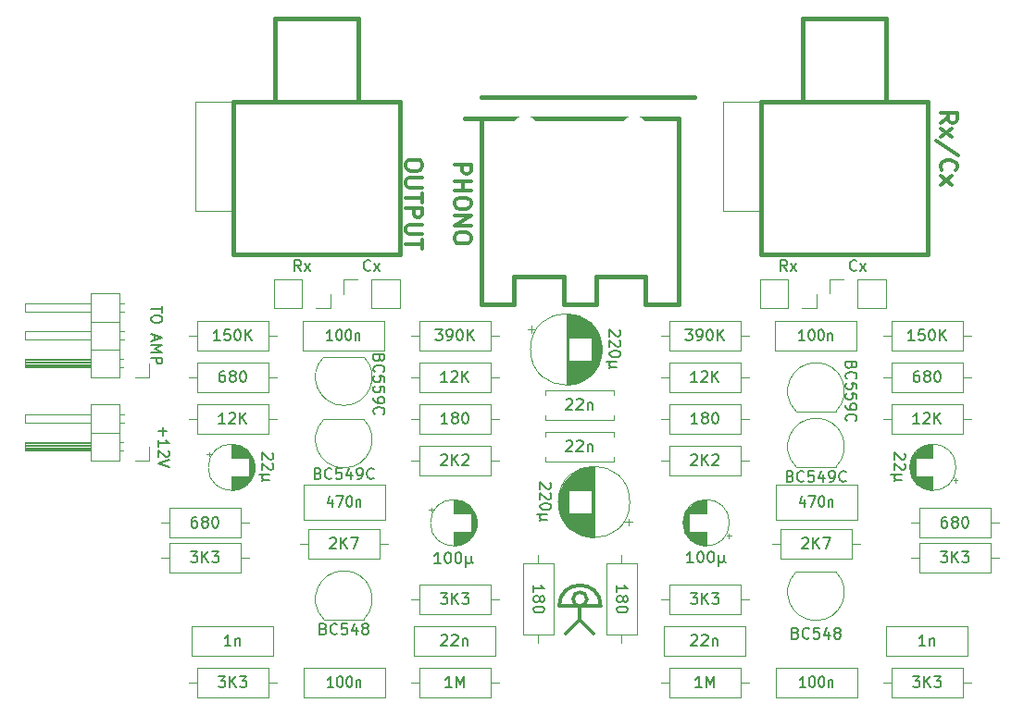
<source format=gto>
G04 #@! TF.GenerationSoftware,KiCad,Pcbnew,8.0.9*
G04 #@! TF.CreationDate,2025-03-02T14:12:50+01:00*
G04 #@! TF.ProjectId,cjss102,636a7373-3130-4322-9e6b-696361645f70,rev?*
G04 #@! TF.SameCoordinates,Original*
G04 #@! TF.FileFunction,Legend,Top*
G04 #@! TF.FilePolarity,Positive*
%FSLAX46Y46*%
G04 Gerber Fmt 4.6, Leading zero omitted, Abs format (unit mm)*
G04 Created by KiCad (PCBNEW 8.0.9) date 2025-03-02 14:12:50*
%MOMM*%
%LPD*%
G01*
G04 APERTURE LIST*
%ADD10C,0.300000*%
%ADD11C,0.150000*%
%ADD12C,0.304800*%
%ADD13C,0.200000*%
%ADD14C,0.120000*%
%ADD15C,0.100000*%
%ADD16C,0.381000*%
%ADD17O,1.900000X3.200000*%
%ADD18C,1.600000*%
%ADD19O,1.600000X1.600000*%
%ADD20C,5.600000*%
%ADD21R,1.700000X1.700000*%
%ADD22O,1.700000X1.700000*%
%ADD23R,1.200000X1.200000*%
%ADD24C,1.200000*%
%ADD25C,2.000000*%
%ADD26C,2.200000*%
%ADD27R,1.600000X1.600000*%
%ADD28R,1.050000X1.500000*%
%ADD29O,1.050000X1.500000*%
%ADD30C,3.200000*%
G04 APERTURE END LIST*
D10*
X149860000Y-81915000D02*
X149860000Y-83185000D01*
X147955000Y-81915000D02*
X151765000Y-81915000D01*
X149860000Y-83185000D02*
X151130000Y-84455000D01*
X149860000Y-83185000D02*
X148590000Y-84455000D01*
X147955000Y-81915000D02*
G75*
G02*
X151765000Y-81915000I1905000J0D01*
G01*
X150495000Y-81280000D02*
G75*
G02*
X149225000Y-81280000I-635000J0D01*
G01*
X149225000Y-81280000D02*
G75*
G02*
X150495000Y-81280000I635000J0D01*
G01*
D11*
X160599523Y-61414819D02*
X160028095Y-61414819D01*
X160313809Y-61414819D02*
X160313809Y-60414819D01*
X160313809Y-60414819D02*
X160218571Y-60557676D01*
X160218571Y-60557676D02*
X160123333Y-60652914D01*
X160123333Y-60652914D02*
X160028095Y-60700533D01*
X160980476Y-60510057D02*
X161028095Y-60462438D01*
X161028095Y-60462438D02*
X161123333Y-60414819D01*
X161123333Y-60414819D02*
X161361428Y-60414819D01*
X161361428Y-60414819D02*
X161456666Y-60462438D01*
X161456666Y-60462438D02*
X161504285Y-60510057D01*
X161504285Y-60510057D02*
X161551904Y-60605295D01*
X161551904Y-60605295D02*
X161551904Y-60700533D01*
X161551904Y-60700533D02*
X161504285Y-60843390D01*
X161504285Y-60843390D02*
X160932857Y-61414819D01*
X160932857Y-61414819D02*
X161551904Y-61414819D01*
X161980476Y-61414819D02*
X161980476Y-60414819D01*
X162551904Y-61414819D02*
X162123333Y-60843390D01*
X162551904Y-60414819D02*
X161980476Y-60986247D01*
X127222857Y-57604819D02*
X126708571Y-57604819D01*
X126965714Y-57604819D02*
X126965714Y-56604819D01*
X126965714Y-56604819D02*
X126880000Y-56747676D01*
X126880000Y-56747676D02*
X126794285Y-56842914D01*
X126794285Y-56842914D02*
X126708571Y-56890533D01*
X127780000Y-56604819D02*
X127865714Y-56604819D01*
X127865714Y-56604819D02*
X127951428Y-56652438D01*
X127951428Y-56652438D02*
X127994286Y-56700057D01*
X127994286Y-56700057D02*
X128037143Y-56795295D01*
X128037143Y-56795295D02*
X128080000Y-56985771D01*
X128080000Y-56985771D02*
X128080000Y-57223866D01*
X128080000Y-57223866D02*
X128037143Y-57414342D01*
X128037143Y-57414342D02*
X127994286Y-57509580D01*
X127994286Y-57509580D02*
X127951428Y-57557200D01*
X127951428Y-57557200D02*
X127865714Y-57604819D01*
X127865714Y-57604819D02*
X127780000Y-57604819D01*
X127780000Y-57604819D02*
X127694286Y-57557200D01*
X127694286Y-57557200D02*
X127651428Y-57509580D01*
X127651428Y-57509580D02*
X127608571Y-57414342D01*
X127608571Y-57414342D02*
X127565714Y-57223866D01*
X127565714Y-57223866D02*
X127565714Y-56985771D01*
X127565714Y-56985771D02*
X127608571Y-56795295D01*
X127608571Y-56795295D02*
X127651428Y-56700057D01*
X127651428Y-56700057D02*
X127694286Y-56652438D01*
X127694286Y-56652438D02*
X127780000Y-56604819D01*
X128637143Y-56604819D02*
X128722857Y-56604819D01*
X128722857Y-56604819D02*
X128808571Y-56652438D01*
X128808571Y-56652438D02*
X128851429Y-56700057D01*
X128851429Y-56700057D02*
X128894286Y-56795295D01*
X128894286Y-56795295D02*
X128937143Y-56985771D01*
X128937143Y-56985771D02*
X128937143Y-57223866D01*
X128937143Y-57223866D02*
X128894286Y-57414342D01*
X128894286Y-57414342D02*
X128851429Y-57509580D01*
X128851429Y-57509580D02*
X128808571Y-57557200D01*
X128808571Y-57557200D02*
X128722857Y-57604819D01*
X128722857Y-57604819D02*
X128637143Y-57604819D01*
X128637143Y-57604819D02*
X128551429Y-57557200D01*
X128551429Y-57557200D02*
X128508571Y-57509580D01*
X128508571Y-57509580D02*
X128465714Y-57414342D01*
X128465714Y-57414342D02*
X128422857Y-57223866D01*
X128422857Y-57223866D02*
X128422857Y-56985771D01*
X128422857Y-56985771D02*
X128465714Y-56795295D01*
X128465714Y-56795295D02*
X128508571Y-56700057D01*
X128508571Y-56700057D02*
X128551429Y-56652438D01*
X128551429Y-56652438D02*
X128637143Y-56604819D01*
X129322857Y-56938152D02*
X129322857Y-57604819D01*
X129322857Y-57033390D02*
X129365714Y-56985771D01*
X129365714Y-56985771D02*
X129451429Y-56938152D01*
X129451429Y-56938152D02*
X129580000Y-56938152D01*
X129580000Y-56938152D02*
X129665714Y-56985771D01*
X129665714Y-56985771D02*
X129708572Y-57081009D01*
X129708572Y-57081009D02*
X129708572Y-57604819D01*
X180848095Y-60414819D02*
X180657619Y-60414819D01*
X180657619Y-60414819D02*
X180562381Y-60462438D01*
X180562381Y-60462438D02*
X180514762Y-60510057D01*
X180514762Y-60510057D02*
X180419524Y-60652914D01*
X180419524Y-60652914D02*
X180371905Y-60843390D01*
X180371905Y-60843390D02*
X180371905Y-61224342D01*
X180371905Y-61224342D02*
X180419524Y-61319580D01*
X180419524Y-61319580D02*
X180467143Y-61367200D01*
X180467143Y-61367200D02*
X180562381Y-61414819D01*
X180562381Y-61414819D02*
X180752857Y-61414819D01*
X180752857Y-61414819D02*
X180848095Y-61367200D01*
X180848095Y-61367200D02*
X180895714Y-61319580D01*
X180895714Y-61319580D02*
X180943333Y-61224342D01*
X180943333Y-61224342D02*
X180943333Y-60986247D01*
X180943333Y-60986247D02*
X180895714Y-60891009D01*
X180895714Y-60891009D02*
X180848095Y-60843390D01*
X180848095Y-60843390D02*
X180752857Y-60795771D01*
X180752857Y-60795771D02*
X180562381Y-60795771D01*
X180562381Y-60795771D02*
X180467143Y-60843390D01*
X180467143Y-60843390D02*
X180419524Y-60891009D01*
X180419524Y-60891009D02*
X180371905Y-60986247D01*
X181514762Y-60843390D02*
X181419524Y-60795771D01*
X181419524Y-60795771D02*
X181371905Y-60748152D01*
X181371905Y-60748152D02*
X181324286Y-60652914D01*
X181324286Y-60652914D02*
X181324286Y-60605295D01*
X181324286Y-60605295D02*
X181371905Y-60510057D01*
X181371905Y-60510057D02*
X181419524Y-60462438D01*
X181419524Y-60462438D02*
X181514762Y-60414819D01*
X181514762Y-60414819D02*
X181705238Y-60414819D01*
X181705238Y-60414819D02*
X181800476Y-60462438D01*
X181800476Y-60462438D02*
X181848095Y-60510057D01*
X181848095Y-60510057D02*
X181895714Y-60605295D01*
X181895714Y-60605295D02*
X181895714Y-60652914D01*
X181895714Y-60652914D02*
X181848095Y-60748152D01*
X181848095Y-60748152D02*
X181800476Y-60795771D01*
X181800476Y-60795771D02*
X181705238Y-60843390D01*
X181705238Y-60843390D02*
X181514762Y-60843390D01*
X181514762Y-60843390D02*
X181419524Y-60891009D01*
X181419524Y-60891009D02*
X181371905Y-60938628D01*
X181371905Y-60938628D02*
X181324286Y-61033866D01*
X181324286Y-61033866D02*
X181324286Y-61224342D01*
X181324286Y-61224342D02*
X181371905Y-61319580D01*
X181371905Y-61319580D02*
X181419524Y-61367200D01*
X181419524Y-61367200D02*
X181514762Y-61414819D01*
X181514762Y-61414819D02*
X181705238Y-61414819D01*
X181705238Y-61414819D02*
X181800476Y-61367200D01*
X181800476Y-61367200D02*
X181848095Y-61319580D01*
X181848095Y-61319580D02*
X181895714Y-61224342D01*
X181895714Y-61224342D02*
X181895714Y-61033866D01*
X181895714Y-61033866D02*
X181848095Y-60938628D01*
X181848095Y-60938628D02*
X181800476Y-60891009D01*
X181800476Y-60891009D02*
X181705238Y-60843390D01*
X182514762Y-60414819D02*
X182610000Y-60414819D01*
X182610000Y-60414819D02*
X182705238Y-60462438D01*
X182705238Y-60462438D02*
X182752857Y-60510057D01*
X182752857Y-60510057D02*
X182800476Y-60605295D01*
X182800476Y-60605295D02*
X182848095Y-60795771D01*
X182848095Y-60795771D02*
X182848095Y-61033866D01*
X182848095Y-61033866D02*
X182800476Y-61224342D01*
X182800476Y-61224342D02*
X182752857Y-61319580D01*
X182752857Y-61319580D02*
X182705238Y-61367200D01*
X182705238Y-61367200D02*
X182610000Y-61414819D01*
X182610000Y-61414819D02*
X182514762Y-61414819D01*
X182514762Y-61414819D02*
X182419524Y-61367200D01*
X182419524Y-61367200D02*
X182371905Y-61319580D01*
X182371905Y-61319580D02*
X182324286Y-61224342D01*
X182324286Y-61224342D02*
X182276667Y-61033866D01*
X182276667Y-61033866D02*
X182276667Y-60795771D01*
X182276667Y-60795771D02*
X182324286Y-60605295D01*
X182324286Y-60605295D02*
X182371905Y-60510057D01*
X182371905Y-60510057D02*
X182419524Y-60462438D01*
X182419524Y-60462438D02*
X182514762Y-60414819D01*
X160035714Y-84640057D02*
X160083333Y-84592438D01*
X160083333Y-84592438D02*
X160178571Y-84544819D01*
X160178571Y-84544819D02*
X160416666Y-84544819D01*
X160416666Y-84544819D02*
X160511904Y-84592438D01*
X160511904Y-84592438D02*
X160559523Y-84640057D01*
X160559523Y-84640057D02*
X160607142Y-84735295D01*
X160607142Y-84735295D02*
X160607142Y-84830533D01*
X160607142Y-84830533D02*
X160559523Y-84973390D01*
X160559523Y-84973390D02*
X159988095Y-85544819D01*
X159988095Y-85544819D02*
X160607142Y-85544819D01*
X160988095Y-84640057D02*
X161035714Y-84592438D01*
X161035714Y-84592438D02*
X161130952Y-84544819D01*
X161130952Y-84544819D02*
X161369047Y-84544819D01*
X161369047Y-84544819D02*
X161464285Y-84592438D01*
X161464285Y-84592438D02*
X161511904Y-84640057D01*
X161511904Y-84640057D02*
X161559523Y-84735295D01*
X161559523Y-84735295D02*
X161559523Y-84830533D01*
X161559523Y-84830533D02*
X161511904Y-84973390D01*
X161511904Y-84973390D02*
X160940476Y-85544819D01*
X160940476Y-85544819D02*
X161559523Y-85544819D01*
X161988095Y-84878152D02*
X161988095Y-85544819D01*
X161988095Y-84973390D02*
X162035714Y-84925771D01*
X162035714Y-84925771D02*
X162130952Y-84878152D01*
X162130952Y-84878152D02*
X162273809Y-84878152D01*
X162273809Y-84878152D02*
X162369047Y-84925771D01*
X162369047Y-84925771D02*
X162416666Y-85021009D01*
X162416666Y-85021009D02*
X162416666Y-85544819D01*
X182840476Y-76924819D02*
X183459523Y-76924819D01*
X183459523Y-76924819D02*
X183126190Y-77305771D01*
X183126190Y-77305771D02*
X183269047Y-77305771D01*
X183269047Y-77305771D02*
X183364285Y-77353390D01*
X183364285Y-77353390D02*
X183411904Y-77401009D01*
X183411904Y-77401009D02*
X183459523Y-77496247D01*
X183459523Y-77496247D02*
X183459523Y-77734342D01*
X183459523Y-77734342D02*
X183411904Y-77829580D01*
X183411904Y-77829580D02*
X183364285Y-77877200D01*
X183364285Y-77877200D02*
X183269047Y-77924819D01*
X183269047Y-77924819D02*
X182983333Y-77924819D01*
X182983333Y-77924819D02*
X182888095Y-77877200D01*
X182888095Y-77877200D02*
X182840476Y-77829580D01*
X183888095Y-77924819D02*
X183888095Y-76924819D01*
X184459523Y-77924819D02*
X184030952Y-77353390D01*
X184459523Y-76924819D02*
X183888095Y-77496247D01*
X184792857Y-76924819D02*
X185411904Y-76924819D01*
X185411904Y-76924819D02*
X185078571Y-77305771D01*
X185078571Y-77305771D02*
X185221428Y-77305771D01*
X185221428Y-77305771D02*
X185316666Y-77353390D01*
X185316666Y-77353390D02*
X185364285Y-77401009D01*
X185364285Y-77401009D02*
X185411904Y-77496247D01*
X185411904Y-77496247D02*
X185411904Y-77734342D01*
X185411904Y-77734342D02*
X185364285Y-77829580D01*
X185364285Y-77829580D02*
X185316666Y-77877200D01*
X185316666Y-77877200D02*
X185221428Y-77924819D01*
X185221428Y-77924819D02*
X184935714Y-77924819D01*
X184935714Y-77924819D02*
X184840476Y-77877200D01*
X184840476Y-77877200D02*
X184792857Y-77829580D01*
X124364761Y-51254819D02*
X124031428Y-50778628D01*
X123793333Y-51254819D02*
X123793333Y-50254819D01*
X123793333Y-50254819D02*
X124174285Y-50254819D01*
X124174285Y-50254819D02*
X124269523Y-50302438D01*
X124269523Y-50302438D02*
X124317142Y-50350057D01*
X124317142Y-50350057D02*
X124364761Y-50445295D01*
X124364761Y-50445295D02*
X124364761Y-50588152D01*
X124364761Y-50588152D02*
X124317142Y-50683390D01*
X124317142Y-50683390D02*
X124269523Y-50731009D01*
X124269523Y-50731009D02*
X124174285Y-50778628D01*
X124174285Y-50778628D02*
X123793333Y-50778628D01*
X124698095Y-51254819D02*
X125221904Y-50588152D01*
X124698095Y-50588152D02*
X125221904Y-51254819D01*
X179519942Y-67929286D02*
X179567561Y-67976905D01*
X179567561Y-67976905D02*
X179615180Y-68072143D01*
X179615180Y-68072143D02*
X179615180Y-68310238D01*
X179615180Y-68310238D02*
X179567561Y-68405476D01*
X179567561Y-68405476D02*
X179519942Y-68453095D01*
X179519942Y-68453095D02*
X179424704Y-68500714D01*
X179424704Y-68500714D02*
X179329466Y-68500714D01*
X179329466Y-68500714D02*
X179186609Y-68453095D01*
X179186609Y-68453095D02*
X178615180Y-67881667D01*
X178615180Y-67881667D02*
X178615180Y-68500714D01*
X179519942Y-68881667D02*
X179567561Y-68929286D01*
X179567561Y-68929286D02*
X179615180Y-69024524D01*
X179615180Y-69024524D02*
X179615180Y-69262619D01*
X179615180Y-69262619D02*
X179567561Y-69357857D01*
X179567561Y-69357857D02*
X179519942Y-69405476D01*
X179519942Y-69405476D02*
X179424704Y-69453095D01*
X179424704Y-69453095D02*
X179329466Y-69453095D01*
X179329466Y-69453095D02*
X179186609Y-69405476D01*
X179186609Y-69405476D02*
X178615180Y-68834048D01*
X178615180Y-68834048D02*
X178615180Y-69453095D01*
X179281847Y-69881667D02*
X178281847Y-69881667D01*
X178758038Y-70357857D02*
X178662800Y-70405476D01*
X178662800Y-70405476D02*
X178615180Y-70500714D01*
X178758038Y-69881667D02*
X178662800Y-69929286D01*
X178662800Y-69929286D02*
X178615180Y-70024524D01*
X178615180Y-70024524D02*
X178615180Y-70215000D01*
X178615180Y-70215000D02*
X178662800Y-70310238D01*
X178662800Y-70310238D02*
X178758038Y-70357857D01*
X178758038Y-70357857D02*
X179281847Y-70357857D01*
X116800476Y-88354819D02*
X117419523Y-88354819D01*
X117419523Y-88354819D02*
X117086190Y-88735771D01*
X117086190Y-88735771D02*
X117229047Y-88735771D01*
X117229047Y-88735771D02*
X117324285Y-88783390D01*
X117324285Y-88783390D02*
X117371904Y-88831009D01*
X117371904Y-88831009D02*
X117419523Y-88926247D01*
X117419523Y-88926247D02*
X117419523Y-89164342D01*
X117419523Y-89164342D02*
X117371904Y-89259580D01*
X117371904Y-89259580D02*
X117324285Y-89307200D01*
X117324285Y-89307200D02*
X117229047Y-89354819D01*
X117229047Y-89354819D02*
X116943333Y-89354819D01*
X116943333Y-89354819D02*
X116848095Y-89307200D01*
X116848095Y-89307200D02*
X116800476Y-89259580D01*
X117848095Y-89354819D02*
X117848095Y-88354819D01*
X118419523Y-89354819D02*
X117990952Y-88783390D01*
X118419523Y-88354819D02*
X117848095Y-88926247D01*
X118752857Y-88354819D02*
X119371904Y-88354819D01*
X119371904Y-88354819D02*
X119038571Y-88735771D01*
X119038571Y-88735771D02*
X119181428Y-88735771D01*
X119181428Y-88735771D02*
X119276666Y-88783390D01*
X119276666Y-88783390D02*
X119324285Y-88831009D01*
X119324285Y-88831009D02*
X119371904Y-88926247D01*
X119371904Y-88926247D02*
X119371904Y-89164342D01*
X119371904Y-89164342D02*
X119324285Y-89259580D01*
X119324285Y-89259580D02*
X119276666Y-89307200D01*
X119276666Y-89307200D02*
X119181428Y-89354819D01*
X119181428Y-89354819D02*
X118895714Y-89354819D01*
X118895714Y-89354819D02*
X118800476Y-89307200D01*
X118800476Y-89307200D02*
X118752857Y-89259580D01*
X137124523Y-77999819D02*
X136553095Y-77999819D01*
X136838809Y-77999819D02*
X136838809Y-76999819D01*
X136838809Y-76999819D02*
X136743571Y-77142676D01*
X136743571Y-77142676D02*
X136648333Y-77237914D01*
X136648333Y-77237914D02*
X136553095Y-77285533D01*
X137743571Y-76999819D02*
X137838809Y-76999819D01*
X137838809Y-76999819D02*
X137934047Y-77047438D01*
X137934047Y-77047438D02*
X137981666Y-77095057D01*
X137981666Y-77095057D02*
X138029285Y-77190295D01*
X138029285Y-77190295D02*
X138076904Y-77380771D01*
X138076904Y-77380771D02*
X138076904Y-77618866D01*
X138076904Y-77618866D02*
X138029285Y-77809342D01*
X138029285Y-77809342D02*
X137981666Y-77904580D01*
X137981666Y-77904580D02*
X137934047Y-77952200D01*
X137934047Y-77952200D02*
X137838809Y-77999819D01*
X137838809Y-77999819D02*
X137743571Y-77999819D01*
X137743571Y-77999819D02*
X137648333Y-77952200D01*
X137648333Y-77952200D02*
X137600714Y-77904580D01*
X137600714Y-77904580D02*
X137553095Y-77809342D01*
X137553095Y-77809342D02*
X137505476Y-77618866D01*
X137505476Y-77618866D02*
X137505476Y-77380771D01*
X137505476Y-77380771D02*
X137553095Y-77190295D01*
X137553095Y-77190295D02*
X137600714Y-77095057D01*
X137600714Y-77095057D02*
X137648333Y-77047438D01*
X137648333Y-77047438D02*
X137743571Y-76999819D01*
X138695952Y-76999819D02*
X138791190Y-76999819D01*
X138791190Y-76999819D02*
X138886428Y-77047438D01*
X138886428Y-77047438D02*
X138934047Y-77095057D01*
X138934047Y-77095057D02*
X138981666Y-77190295D01*
X138981666Y-77190295D02*
X139029285Y-77380771D01*
X139029285Y-77380771D02*
X139029285Y-77618866D01*
X139029285Y-77618866D02*
X138981666Y-77809342D01*
X138981666Y-77809342D02*
X138934047Y-77904580D01*
X138934047Y-77904580D02*
X138886428Y-77952200D01*
X138886428Y-77952200D02*
X138791190Y-77999819D01*
X138791190Y-77999819D02*
X138695952Y-77999819D01*
X138695952Y-77999819D02*
X138600714Y-77952200D01*
X138600714Y-77952200D02*
X138553095Y-77904580D01*
X138553095Y-77904580D02*
X138505476Y-77809342D01*
X138505476Y-77809342D02*
X138457857Y-77618866D01*
X138457857Y-77618866D02*
X138457857Y-77380771D01*
X138457857Y-77380771D02*
X138505476Y-77190295D01*
X138505476Y-77190295D02*
X138553095Y-77095057D01*
X138553095Y-77095057D02*
X138600714Y-77047438D01*
X138600714Y-77047438D02*
X138695952Y-76999819D01*
X139457857Y-77333152D02*
X139457857Y-78333152D01*
X139934047Y-77856961D02*
X139981666Y-77952200D01*
X139981666Y-77952200D02*
X140076904Y-77999819D01*
X139457857Y-77856961D02*
X139505476Y-77952200D01*
X139505476Y-77952200D02*
X139600714Y-77999819D01*
X139600714Y-77999819D02*
X139791190Y-77999819D01*
X139791190Y-77999819D02*
X139886428Y-77952200D01*
X139886428Y-77952200D02*
X139934047Y-77856961D01*
X139934047Y-77856961D02*
X139934047Y-77333152D01*
D12*
X182825818Y-37682715D02*
X183551532Y-37174715D01*
X182825818Y-36811858D02*
X184349818Y-36811858D01*
X184349818Y-36811858D02*
X184349818Y-37392429D01*
X184349818Y-37392429D02*
X184277247Y-37537572D01*
X184277247Y-37537572D02*
X184204675Y-37610143D01*
X184204675Y-37610143D02*
X184059532Y-37682715D01*
X184059532Y-37682715D02*
X183841818Y-37682715D01*
X183841818Y-37682715D02*
X183696675Y-37610143D01*
X183696675Y-37610143D02*
X183624104Y-37537572D01*
X183624104Y-37537572D02*
X183551532Y-37392429D01*
X183551532Y-37392429D02*
X183551532Y-36811858D01*
X182825818Y-38190715D02*
X183841818Y-38989001D01*
X183841818Y-38190715D02*
X182825818Y-38989001D01*
X184422390Y-40658143D02*
X182462961Y-39351857D01*
X182970961Y-42037000D02*
X182898390Y-41964428D01*
X182898390Y-41964428D02*
X182825818Y-41746714D01*
X182825818Y-41746714D02*
X182825818Y-41601571D01*
X182825818Y-41601571D02*
X182898390Y-41383857D01*
X182898390Y-41383857D02*
X183043532Y-41238714D01*
X183043532Y-41238714D02*
X183188675Y-41166143D01*
X183188675Y-41166143D02*
X183478961Y-41093571D01*
X183478961Y-41093571D02*
X183696675Y-41093571D01*
X183696675Y-41093571D02*
X183986961Y-41166143D01*
X183986961Y-41166143D02*
X184132104Y-41238714D01*
X184132104Y-41238714D02*
X184277247Y-41383857D01*
X184277247Y-41383857D02*
X184349818Y-41601571D01*
X184349818Y-41601571D02*
X184349818Y-41746714D01*
X184349818Y-41746714D02*
X184277247Y-41964428D01*
X184277247Y-41964428D02*
X184204675Y-42037000D01*
X182825818Y-42545000D02*
X183841818Y-43343286D01*
X183841818Y-42545000D02*
X182825818Y-43343286D01*
X135454818Y-41420143D02*
X135454818Y-41710429D01*
X135454818Y-41710429D02*
X135382247Y-41855572D01*
X135382247Y-41855572D02*
X135237104Y-42000715D01*
X135237104Y-42000715D02*
X134946818Y-42073286D01*
X134946818Y-42073286D02*
X134438818Y-42073286D01*
X134438818Y-42073286D02*
X134148532Y-42000715D01*
X134148532Y-42000715D02*
X134003390Y-41855572D01*
X134003390Y-41855572D02*
X133930818Y-41710429D01*
X133930818Y-41710429D02*
X133930818Y-41420143D01*
X133930818Y-41420143D02*
X134003390Y-41275001D01*
X134003390Y-41275001D02*
X134148532Y-41129858D01*
X134148532Y-41129858D02*
X134438818Y-41057286D01*
X134438818Y-41057286D02*
X134946818Y-41057286D01*
X134946818Y-41057286D02*
X135237104Y-41129858D01*
X135237104Y-41129858D02*
X135382247Y-41275001D01*
X135382247Y-41275001D02*
X135454818Y-41420143D01*
X135454818Y-42726429D02*
X134221104Y-42726429D01*
X134221104Y-42726429D02*
X134075961Y-42799000D01*
X134075961Y-42799000D02*
X134003390Y-42871572D01*
X134003390Y-42871572D02*
X133930818Y-43016714D01*
X133930818Y-43016714D02*
X133930818Y-43307000D01*
X133930818Y-43307000D02*
X134003390Y-43452143D01*
X134003390Y-43452143D02*
X134075961Y-43524714D01*
X134075961Y-43524714D02*
X134221104Y-43597286D01*
X134221104Y-43597286D02*
X135454818Y-43597286D01*
X135454818Y-44105285D02*
X135454818Y-44976143D01*
X133930818Y-44540714D02*
X135454818Y-44540714D01*
X133930818Y-45484143D02*
X135454818Y-45484143D01*
X135454818Y-45484143D02*
X135454818Y-46064714D01*
X135454818Y-46064714D02*
X135382247Y-46209857D01*
X135382247Y-46209857D02*
X135309675Y-46282428D01*
X135309675Y-46282428D02*
X135164532Y-46355000D01*
X135164532Y-46355000D02*
X134946818Y-46355000D01*
X134946818Y-46355000D02*
X134801675Y-46282428D01*
X134801675Y-46282428D02*
X134729104Y-46209857D01*
X134729104Y-46209857D02*
X134656532Y-46064714D01*
X134656532Y-46064714D02*
X134656532Y-45484143D01*
X135454818Y-47008143D02*
X134221104Y-47008143D01*
X134221104Y-47008143D02*
X134075961Y-47080714D01*
X134075961Y-47080714D02*
X134003390Y-47153286D01*
X134003390Y-47153286D02*
X133930818Y-47298428D01*
X133930818Y-47298428D02*
X133930818Y-47588714D01*
X133930818Y-47588714D02*
X134003390Y-47733857D01*
X134003390Y-47733857D02*
X134075961Y-47806428D01*
X134075961Y-47806428D02*
X134221104Y-47879000D01*
X134221104Y-47879000D02*
X135454818Y-47879000D01*
X135454818Y-48386999D02*
X135454818Y-49257857D01*
X133930818Y-48822428D02*
X135454818Y-48822428D01*
D11*
X148605714Y-63050057D02*
X148653333Y-63002438D01*
X148653333Y-63002438D02*
X148748571Y-62954819D01*
X148748571Y-62954819D02*
X148986666Y-62954819D01*
X148986666Y-62954819D02*
X149081904Y-63002438D01*
X149081904Y-63002438D02*
X149129523Y-63050057D01*
X149129523Y-63050057D02*
X149177142Y-63145295D01*
X149177142Y-63145295D02*
X149177142Y-63240533D01*
X149177142Y-63240533D02*
X149129523Y-63383390D01*
X149129523Y-63383390D02*
X148558095Y-63954819D01*
X148558095Y-63954819D02*
X149177142Y-63954819D01*
X149558095Y-63050057D02*
X149605714Y-63002438D01*
X149605714Y-63002438D02*
X149700952Y-62954819D01*
X149700952Y-62954819D02*
X149939047Y-62954819D01*
X149939047Y-62954819D02*
X150034285Y-63002438D01*
X150034285Y-63002438D02*
X150081904Y-63050057D01*
X150081904Y-63050057D02*
X150129523Y-63145295D01*
X150129523Y-63145295D02*
X150129523Y-63240533D01*
X150129523Y-63240533D02*
X150081904Y-63383390D01*
X150081904Y-63383390D02*
X149510476Y-63954819D01*
X149510476Y-63954819D02*
X150129523Y-63954819D01*
X150558095Y-63288152D02*
X150558095Y-63954819D01*
X150558095Y-63383390D02*
X150605714Y-63335771D01*
X150605714Y-63335771D02*
X150700952Y-63288152D01*
X150700952Y-63288152D02*
X150843809Y-63288152D01*
X150843809Y-63288152D02*
X150939047Y-63335771D01*
X150939047Y-63335771D02*
X150986666Y-63431009D01*
X150986666Y-63431009D02*
X150986666Y-63954819D01*
X145595180Y-80613333D02*
X145595180Y-80041905D01*
X145595180Y-80327619D02*
X146595180Y-80327619D01*
X146595180Y-80327619D02*
X146452323Y-80232381D01*
X146452323Y-80232381D02*
X146357085Y-80137143D01*
X146357085Y-80137143D02*
X146309466Y-80041905D01*
X146166609Y-81184762D02*
X146214228Y-81089524D01*
X146214228Y-81089524D02*
X146261847Y-81041905D01*
X146261847Y-81041905D02*
X146357085Y-80994286D01*
X146357085Y-80994286D02*
X146404704Y-80994286D01*
X146404704Y-80994286D02*
X146499942Y-81041905D01*
X146499942Y-81041905D02*
X146547561Y-81089524D01*
X146547561Y-81089524D02*
X146595180Y-81184762D01*
X146595180Y-81184762D02*
X146595180Y-81375238D01*
X146595180Y-81375238D02*
X146547561Y-81470476D01*
X146547561Y-81470476D02*
X146499942Y-81518095D01*
X146499942Y-81518095D02*
X146404704Y-81565714D01*
X146404704Y-81565714D02*
X146357085Y-81565714D01*
X146357085Y-81565714D02*
X146261847Y-81518095D01*
X146261847Y-81518095D02*
X146214228Y-81470476D01*
X146214228Y-81470476D02*
X146166609Y-81375238D01*
X146166609Y-81375238D02*
X146166609Y-81184762D01*
X146166609Y-81184762D02*
X146118990Y-81089524D01*
X146118990Y-81089524D02*
X146071371Y-81041905D01*
X146071371Y-81041905D02*
X145976133Y-80994286D01*
X145976133Y-80994286D02*
X145785657Y-80994286D01*
X145785657Y-80994286D02*
X145690419Y-81041905D01*
X145690419Y-81041905D02*
X145642800Y-81089524D01*
X145642800Y-81089524D02*
X145595180Y-81184762D01*
X145595180Y-81184762D02*
X145595180Y-81375238D01*
X145595180Y-81375238D02*
X145642800Y-81470476D01*
X145642800Y-81470476D02*
X145690419Y-81518095D01*
X145690419Y-81518095D02*
X145785657Y-81565714D01*
X145785657Y-81565714D02*
X145976133Y-81565714D01*
X145976133Y-81565714D02*
X146071371Y-81518095D01*
X146071371Y-81518095D02*
X146118990Y-81470476D01*
X146118990Y-81470476D02*
X146166609Y-81375238D01*
X146595180Y-82184762D02*
X146595180Y-82280000D01*
X146595180Y-82280000D02*
X146547561Y-82375238D01*
X146547561Y-82375238D02*
X146499942Y-82422857D01*
X146499942Y-82422857D02*
X146404704Y-82470476D01*
X146404704Y-82470476D02*
X146214228Y-82518095D01*
X146214228Y-82518095D02*
X145976133Y-82518095D01*
X145976133Y-82518095D02*
X145785657Y-82470476D01*
X145785657Y-82470476D02*
X145690419Y-82422857D01*
X145690419Y-82422857D02*
X145642800Y-82375238D01*
X145642800Y-82375238D02*
X145595180Y-82280000D01*
X145595180Y-82280000D02*
X145595180Y-82184762D01*
X145595180Y-82184762D02*
X145642800Y-82089524D01*
X145642800Y-82089524D02*
X145690419Y-82041905D01*
X145690419Y-82041905D02*
X145785657Y-81994286D01*
X145785657Y-81994286D02*
X145976133Y-81946667D01*
X145976133Y-81946667D02*
X146214228Y-81946667D01*
X146214228Y-81946667D02*
X146404704Y-81994286D01*
X146404704Y-81994286D02*
X146499942Y-82041905D01*
X146499942Y-82041905D02*
X146547561Y-82089524D01*
X146547561Y-82089524D02*
X146595180Y-82184762D01*
X116943333Y-57604819D02*
X116371905Y-57604819D01*
X116657619Y-57604819D02*
X116657619Y-56604819D01*
X116657619Y-56604819D02*
X116562381Y-56747676D01*
X116562381Y-56747676D02*
X116467143Y-56842914D01*
X116467143Y-56842914D02*
X116371905Y-56890533D01*
X117848095Y-56604819D02*
X117371905Y-56604819D01*
X117371905Y-56604819D02*
X117324286Y-57081009D01*
X117324286Y-57081009D02*
X117371905Y-57033390D01*
X117371905Y-57033390D02*
X117467143Y-56985771D01*
X117467143Y-56985771D02*
X117705238Y-56985771D01*
X117705238Y-56985771D02*
X117800476Y-57033390D01*
X117800476Y-57033390D02*
X117848095Y-57081009D01*
X117848095Y-57081009D02*
X117895714Y-57176247D01*
X117895714Y-57176247D02*
X117895714Y-57414342D01*
X117895714Y-57414342D02*
X117848095Y-57509580D01*
X117848095Y-57509580D02*
X117800476Y-57557200D01*
X117800476Y-57557200D02*
X117705238Y-57604819D01*
X117705238Y-57604819D02*
X117467143Y-57604819D01*
X117467143Y-57604819D02*
X117371905Y-57557200D01*
X117371905Y-57557200D02*
X117324286Y-57509580D01*
X118514762Y-56604819D02*
X118610000Y-56604819D01*
X118610000Y-56604819D02*
X118705238Y-56652438D01*
X118705238Y-56652438D02*
X118752857Y-56700057D01*
X118752857Y-56700057D02*
X118800476Y-56795295D01*
X118800476Y-56795295D02*
X118848095Y-56985771D01*
X118848095Y-56985771D02*
X118848095Y-57223866D01*
X118848095Y-57223866D02*
X118800476Y-57414342D01*
X118800476Y-57414342D02*
X118752857Y-57509580D01*
X118752857Y-57509580D02*
X118705238Y-57557200D01*
X118705238Y-57557200D02*
X118610000Y-57604819D01*
X118610000Y-57604819D02*
X118514762Y-57604819D01*
X118514762Y-57604819D02*
X118419524Y-57557200D01*
X118419524Y-57557200D02*
X118371905Y-57509580D01*
X118371905Y-57509580D02*
X118324286Y-57414342D01*
X118324286Y-57414342D02*
X118276667Y-57223866D01*
X118276667Y-57223866D02*
X118276667Y-56985771D01*
X118276667Y-56985771D02*
X118324286Y-56795295D01*
X118324286Y-56795295D02*
X118371905Y-56700057D01*
X118371905Y-56700057D02*
X118419524Y-56652438D01*
X118419524Y-56652438D02*
X118514762Y-56604819D01*
X119276667Y-57604819D02*
X119276667Y-56604819D01*
X119848095Y-57604819D02*
X119419524Y-57033390D01*
X119848095Y-56604819D02*
X119276667Y-57176247D01*
X136644286Y-56604819D02*
X137263333Y-56604819D01*
X137263333Y-56604819D02*
X136930000Y-56985771D01*
X136930000Y-56985771D02*
X137072857Y-56985771D01*
X137072857Y-56985771D02*
X137168095Y-57033390D01*
X137168095Y-57033390D02*
X137215714Y-57081009D01*
X137215714Y-57081009D02*
X137263333Y-57176247D01*
X137263333Y-57176247D02*
X137263333Y-57414342D01*
X137263333Y-57414342D02*
X137215714Y-57509580D01*
X137215714Y-57509580D02*
X137168095Y-57557200D01*
X137168095Y-57557200D02*
X137072857Y-57604819D01*
X137072857Y-57604819D02*
X136787143Y-57604819D01*
X136787143Y-57604819D02*
X136691905Y-57557200D01*
X136691905Y-57557200D02*
X136644286Y-57509580D01*
X137739524Y-57604819D02*
X137930000Y-57604819D01*
X137930000Y-57604819D02*
X138025238Y-57557200D01*
X138025238Y-57557200D02*
X138072857Y-57509580D01*
X138072857Y-57509580D02*
X138168095Y-57366723D01*
X138168095Y-57366723D02*
X138215714Y-57176247D01*
X138215714Y-57176247D02*
X138215714Y-56795295D01*
X138215714Y-56795295D02*
X138168095Y-56700057D01*
X138168095Y-56700057D02*
X138120476Y-56652438D01*
X138120476Y-56652438D02*
X138025238Y-56604819D01*
X138025238Y-56604819D02*
X137834762Y-56604819D01*
X137834762Y-56604819D02*
X137739524Y-56652438D01*
X137739524Y-56652438D02*
X137691905Y-56700057D01*
X137691905Y-56700057D02*
X137644286Y-56795295D01*
X137644286Y-56795295D02*
X137644286Y-57033390D01*
X137644286Y-57033390D02*
X137691905Y-57128628D01*
X137691905Y-57128628D02*
X137739524Y-57176247D01*
X137739524Y-57176247D02*
X137834762Y-57223866D01*
X137834762Y-57223866D02*
X138025238Y-57223866D01*
X138025238Y-57223866D02*
X138120476Y-57176247D01*
X138120476Y-57176247D02*
X138168095Y-57128628D01*
X138168095Y-57128628D02*
X138215714Y-57033390D01*
X138834762Y-56604819D02*
X138930000Y-56604819D01*
X138930000Y-56604819D02*
X139025238Y-56652438D01*
X139025238Y-56652438D02*
X139072857Y-56700057D01*
X139072857Y-56700057D02*
X139120476Y-56795295D01*
X139120476Y-56795295D02*
X139168095Y-56985771D01*
X139168095Y-56985771D02*
X139168095Y-57223866D01*
X139168095Y-57223866D02*
X139120476Y-57414342D01*
X139120476Y-57414342D02*
X139072857Y-57509580D01*
X139072857Y-57509580D02*
X139025238Y-57557200D01*
X139025238Y-57557200D02*
X138930000Y-57604819D01*
X138930000Y-57604819D02*
X138834762Y-57604819D01*
X138834762Y-57604819D02*
X138739524Y-57557200D01*
X138739524Y-57557200D02*
X138691905Y-57509580D01*
X138691905Y-57509580D02*
X138644286Y-57414342D01*
X138644286Y-57414342D02*
X138596667Y-57223866D01*
X138596667Y-57223866D02*
X138596667Y-56985771D01*
X138596667Y-56985771D02*
X138644286Y-56795295D01*
X138644286Y-56795295D02*
X138691905Y-56700057D01*
X138691905Y-56700057D02*
X138739524Y-56652438D01*
X138739524Y-56652438D02*
X138834762Y-56604819D01*
X139596667Y-57604819D02*
X139596667Y-56604819D01*
X140168095Y-57604819D02*
X139739524Y-57033390D01*
X140168095Y-56604819D02*
X139596667Y-57176247D01*
X168814761Y-51254819D02*
X168481428Y-50778628D01*
X168243333Y-51254819D02*
X168243333Y-50254819D01*
X168243333Y-50254819D02*
X168624285Y-50254819D01*
X168624285Y-50254819D02*
X168719523Y-50302438D01*
X168719523Y-50302438D02*
X168767142Y-50350057D01*
X168767142Y-50350057D02*
X168814761Y-50445295D01*
X168814761Y-50445295D02*
X168814761Y-50588152D01*
X168814761Y-50588152D02*
X168767142Y-50683390D01*
X168767142Y-50683390D02*
X168719523Y-50731009D01*
X168719523Y-50731009D02*
X168624285Y-50778628D01*
X168624285Y-50778628D02*
X168243333Y-50778628D01*
X169148095Y-51254819D02*
X169671904Y-50588152D01*
X169148095Y-50588152D02*
X169671904Y-51254819D01*
X180443333Y-57604819D02*
X179871905Y-57604819D01*
X180157619Y-57604819D02*
X180157619Y-56604819D01*
X180157619Y-56604819D02*
X180062381Y-56747676D01*
X180062381Y-56747676D02*
X179967143Y-56842914D01*
X179967143Y-56842914D02*
X179871905Y-56890533D01*
X181348095Y-56604819D02*
X180871905Y-56604819D01*
X180871905Y-56604819D02*
X180824286Y-57081009D01*
X180824286Y-57081009D02*
X180871905Y-57033390D01*
X180871905Y-57033390D02*
X180967143Y-56985771D01*
X180967143Y-56985771D02*
X181205238Y-56985771D01*
X181205238Y-56985771D02*
X181300476Y-57033390D01*
X181300476Y-57033390D02*
X181348095Y-57081009D01*
X181348095Y-57081009D02*
X181395714Y-57176247D01*
X181395714Y-57176247D02*
X181395714Y-57414342D01*
X181395714Y-57414342D02*
X181348095Y-57509580D01*
X181348095Y-57509580D02*
X181300476Y-57557200D01*
X181300476Y-57557200D02*
X181205238Y-57604819D01*
X181205238Y-57604819D02*
X180967143Y-57604819D01*
X180967143Y-57604819D02*
X180871905Y-57557200D01*
X180871905Y-57557200D02*
X180824286Y-57509580D01*
X182014762Y-56604819D02*
X182110000Y-56604819D01*
X182110000Y-56604819D02*
X182205238Y-56652438D01*
X182205238Y-56652438D02*
X182252857Y-56700057D01*
X182252857Y-56700057D02*
X182300476Y-56795295D01*
X182300476Y-56795295D02*
X182348095Y-56985771D01*
X182348095Y-56985771D02*
X182348095Y-57223866D01*
X182348095Y-57223866D02*
X182300476Y-57414342D01*
X182300476Y-57414342D02*
X182252857Y-57509580D01*
X182252857Y-57509580D02*
X182205238Y-57557200D01*
X182205238Y-57557200D02*
X182110000Y-57604819D01*
X182110000Y-57604819D02*
X182014762Y-57604819D01*
X182014762Y-57604819D02*
X181919524Y-57557200D01*
X181919524Y-57557200D02*
X181871905Y-57509580D01*
X181871905Y-57509580D02*
X181824286Y-57414342D01*
X181824286Y-57414342D02*
X181776667Y-57223866D01*
X181776667Y-57223866D02*
X181776667Y-56985771D01*
X181776667Y-56985771D02*
X181824286Y-56795295D01*
X181824286Y-56795295D02*
X181871905Y-56700057D01*
X181871905Y-56700057D02*
X181919524Y-56652438D01*
X181919524Y-56652438D02*
X182014762Y-56604819D01*
X182776667Y-57604819D02*
X182776667Y-56604819D01*
X183348095Y-57604819D02*
X182919524Y-57033390D01*
X183348095Y-56604819D02*
X182776667Y-57176247D01*
X159504286Y-56604819D02*
X160123333Y-56604819D01*
X160123333Y-56604819D02*
X159790000Y-56985771D01*
X159790000Y-56985771D02*
X159932857Y-56985771D01*
X159932857Y-56985771D02*
X160028095Y-57033390D01*
X160028095Y-57033390D02*
X160075714Y-57081009D01*
X160075714Y-57081009D02*
X160123333Y-57176247D01*
X160123333Y-57176247D02*
X160123333Y-57414342D01*
X160123333Y-57414342D02*
X160075714Y-57509580D01*
X160075714Y-57509580D02*
X160028095Y-57557200D01*
X160028095Y-57557200D02*
X159932857Y-57604819D01*
X159932857Y-57604819D02*
X159647143Y-57604819D01*
X159647143Y-57604819D02*
X159551905Y-57557200D01*
X159551905Y-57557200D02*
X159504286Y-57509580D01*
X160599524Y-57604819D02*
X160790000Y-57604819D01*
X160790000Y-57604819D02*
X160885238Y-57557200D01*
X160885238Y-57557200D02*
X160932857Y-57509580D01*
X160932857Y-57509580D02*
X161028095Y-57366723D01*
X161028095Y-57366723D02*
X161075714Y-57176247D01*
X161075714Y-57176247D02*
X161075714Y-56795295D01*
X161075714Y-56795295D02*
X161028095Y-56700057D01*
X161028095Y-56700057D02*
X160980476Y-56652438D01*
X160980476Y-56652438D02*
X160885238Y-56604819D01*
X160885238Y-56604819D02*
X160694762Y-56604819D01*
X160694762Y-56604819D02*
X160599524Y-56652438D01*
X160599524Y-56652438D02*
X160551905Y-56700057D01*
X160551905Y-56700057D02*
X160504286Y-56795295D01*
X160504286Y-56795295D02*
X160504286Y-57033390D01*
X160504286Y-57033390D02*
X160551905Y-57128628D01*
X160551905Y-57128628D02*
X160599524Y-57176247D01*
X160599524Y-57176247D02*
X160694762Y-57223866D01*
X160694762Y-57223866D02*
X160885238Y-57223866D01*
X160885238Y-57223866D02*
X160980476Y-57176247D01*
X160980476Y-57176247D02*
X161028095Y-57128628D01*
X161028095Y-57128628D02*
X161075714Y-57033390D01*
X161694762Y-56604819D02*
X161790000Y-56604819D01*
X161790000Y-56604819D02*
X161885238Y-56652438D01*
X161885238Y-56652438D02*
X161932857Y-56700057D01*
X161932857Y-56700057D02*
X161980476Y-56795295D01*
X161980476Y-56795295D02*
X162028095Y-56985771D01*
X162028095Y-56985771D02*
X162028095Y-57223866D01*
X162028095Y-57223866D02*
X161980476Y-57414342D01*
X161980476Y-57414342D02*
X161932857Y-57509580D01*
X161932857Y-57509580D02*
X161885238Y-57557200D01*
X161885238Y-57557200D02*
X161790000Y-57604819D01*
X161790000Y-57604819D02*
X161694762Y-57604819D01*
X161694762Y-57604819D02*
X161599524Y-57557200D01*
X161599524Y-57557200D02*
X161551905Y-57509580D01*
X161551905Y-57509580D02*
X161504286Y-57414342D01*
X161504286Y-57414342D02*
X161456667Y-57223866D01*
X161456667Y-57223866D02*
X161456667Y-56985771D01*
X161456667Y-56985771D02*
X161504286Y-56795295D01*
X161504286Y-56795295D02*
X161551905Y-56700057D01*
X161551905Y-56700057D02*
X161599524Y-56652438D01*
X161599524Y-56652438D02*
X161694762Y-56604819D01*
X162456667Y-57604819D02*
X162456667Y-56604819D01*
X163028095Y-57604819D02*
X162599524Y-57033390D01*
X163028095Y-56604819D02*
X162456667Y-57176247D01*
X127217143Y-72178152D02*
X127217143Y-72844819D01*
X127002857Y-71797200D02*
X126788571Y-72511485D01*
X126788571Y-72511485D02*
X127345714Y-72511485D01*
X127602857Y-71844819D02*
X128202857Y-71844819D01*
X128202857Y-71844819D02*
X127817143Y-72844819D01*
X128717143Y-71844819D02*
X128802857Y-71844819D01*
X128802857Y-71844819D02*
X128888571Y-71892438D01*
X128888571Y-71892438D02*
X128931429Y-71940057D01*
X128931429Y-71940057D02*
X128974286Y-72035295D01*
X128974286Y-72035295D02*
X129017143Y-72225771D01*
X129017143Y-72225771D02*
X129017143Y-72463866D01*
X129017143Y-72463866D02*
X128974286Y-72654342D01*
X128974286Y-72654342D02*
X128931429Y-72749580D01*
X128931429Y-72749580D02*
X128888571Y-72797200D01*
X128888571Y-72797200D02*
X128802857Y-72844819D01*
X128802857Y-72844819D02*
X128717143Y-72844819D01*
X128717143Y-72844819D02*
X128631429Y-72797200D01*
X128631429Y-72797200D02*
X128588571Y-72749580D01*
X128588571Y-72749580D02*
X128545714Y-72654342D01*
X128545714Y-72654342D02*
X128502857Y-72463866D01*
X128502857Y-72463866D02*
X128502857Y-72225771D01*
X128502857Y-72225771D02*
X128545714Y-72035295D01*
X128545714Y-72035295D02*
X128588571Y-71940057D01*
X128588571Y-71940057D02*
X128631429Y-71892438D01*
X128631429Y-71892438D02*
X128717143Y-71844819D01*
X129402857Y-72178152D02*
X129402857Y-72844819D01*
X129402857Y-72273390D02*
X129445714Y-72225771D01*
X129445714Y-72225771D02*
X129531429Y-72178152D01*
X129531429Y-72178152D02*
X129660000Y-72178152D01*
X129660000Y-72178152D02*
X129745714Y-72225771D01*
X129745714Y-72225771D02*
X129788572Y-72321009D01*
X129788572Y-72321009D02*
X129788572Y-72844819D01*
D12*
X138375818Y-41492715D02*
X139899818Y-41492715D01*
X139899818Y-41492715D02*
X139899818Y-42073286D01*
X139899818Y-42073286D02*
X139827247Y-42218429D01*
X139827247Y-42218429D02*
X139754675Y-42291000D01*
X139754675Y-42291000D02*
X139609532Y-42363572D01*
X139609532Y-42363572D02*
X139391818Y-42363572D01*
X139391818Y-42363572D02*
X139246675Y-42291000D01*
X139246675Y-42291000D02*
X139174104Y-42218429D01*
X139174104Y-42218429D02*
X139101532Y-42073286D01*
X139101532Y-42073286D02*
X139101532Y-41492715D01*
X138375818Y-43016715D02*
X139899818Y-43016715D01*
X139174104Y-43016715D02*
X139174104Y-43887572D01*
X138375818Y-43887572D02*
X139899818Y-43887572D01*
X139899818Y-44903571D02*
X139899818Y-45193857D01*
X139899818Y-45193857D02*
X139827247Y-45339000D01*
X139827247Y-45339000D02*
X139682104Y-45484143D01*
X139682104Y-45484143D02*
X139391818Y-45556714D01*
X139391818Y-45556714D02*
X138883818Y-45556714D01*
X138883818Y-45556714D02*
X138593532Y-45484143D01*
X138593532Y-45484143D02*
X138448390Y-45339000D01*
X138448390Y-45339000D02*
X138375818Y-45193857D01*
X138375818Y-45193857D02*
X138375818Y-44903571D01*
X138375818Y-44903571D02*
X138448390Y-44758429D01*
X138448390Y-44758429D02*
X138593532Y-44613286D01*
X138593532Y-44613286D02*
X138883818Y-44540714D01*
X138883818Y-44540714D02*
X139391818Y-44540714D01*
X139391818Y-44540714D02*
X139682104Y-44613286D01*
X139682104Y-44613286D02*
X139827247Y-44758429D01*
X139827247Y-44758429D02*
X139899818Y-44903571D01*
X138375818Y-46209857D02*
X139899818Y-46209857D01*
X139899818Y-46209857D02*
X138375818Y-47080714D01*
X138375818Y-47080714D02*
X139899818Y-47080714D01*
X139899818Y-48096713D02*
X139899818Y-48386999D01*
X139899818Y-48386999D02*
X139827247Y-48532142D01*
X139827247Y-48532142D02*
X139682104Y-48677285D01*
X139682104Y-48677285D02*
X139391818Y-48749856D01*
X139391818Y-48749856D02*
X138883818Y-48749856D01*
X138883818Y-48749856D02*
X138593532Y-48677285D01*
X138593532Y-48677285D02*
X138448390Y-48532142D01*
X138448390Y-48532142D02*
X138375818Y-48386999D01*
X138375818Y-48386999D02*
X138375818Y-48096713D01*
X138375818Y-48096713D02*
X138448390Y-47951571D01*
X138448390Y-47951571D02*
X138593532Y-47806428D01*
X138593532Y-47806428D02*
X138883818Y-47733856D01*
X138883818Y-47733856D02*
X139391818Y-47733856D01*
X139391818Y-47733856D02*
X139682104Y-47806428D01*
X139682104Y-47806428D02*
X139827247Y-47951571D01*
X139827247Y-47951571D02*
X139899818Y-48096713D01*
D11*
X148605714Y-66860057D02*
X148653333Y-66812438D01*
X148653333Y-66812438D02*
X148748571Y-66764819D01*
X148748571Y-66764819D02*
X148986666Y-66764819D01*
X148986666Y-66764819D02*
X149081904Y-66812438D01*
X149081904Y-66812438D02*
X149129523Y-66860057D01*
X149129523Y-66860057D02*
X149177142Y-66955295D01*
X149177142Y-66955295D02*
X149177142Y-67050533D01*
X149177142Y-67050533D02*
X149129523Y-67193390D01*
X149129523Y-67193390D02*
X148558095Y-67764819D01*
X148558095Y-67764819D02*
X149177142Y-67764819D01*
X149558095Y-66860057D02*
X149605714Y-66812438D01*
X149605714Y-66812438D02*
X149700952Y-66764819D01*
X149700952Y-66764819D02*
X149939047Y-66764819D01*
X149939047Y-66764819D02*
X150034285Y-66812438D01*
X150034285Y-66812438D02*
X150081904Y-66860057D01*
X150081904Y-66860057D02*
X150129523Y-66955295D01*
X150129523Y-66955295D02*
X150129523Y-67050533D01*
X150129523Y-67050533D02*
X150081904Y-67193390D01*
X150081904Y-67193390D02*
X149510476Y-67764819D01*
X149510476Y-67764819D02*
X150129523Y-67764819D01*
X150558095Y-67098152D02*
X150558095Y-67764819D01*
X150558095Y-67193390D02*
X150605714Y-67145771D01*
X150605714Y-67145771D02*
X150700952Y-67098152D01*
X150700952Y-67098152D02*
X150843809Y-67098152D01*
X150843809Y-67098152D02*
X150939047Y-67145771D01*
X150939047Y-67145771D02*
X150986666Y-67241009D01*
X150986666Y-67241009D02*
X150986666Y-67764819D01*
X117419523Y-65224819D02*
X116848095Y-65224819D01*
X117133809Y-65224819D02*
X117133809Y-64224819D01*
X117133809Y-64224819D02*
X117038571Y-64367676D01*
X117038571Y-64367676D02*
X116943333Y-64462914D01*
X116943333Y-64462914D02*
X116848095Y-64510533D01*
X117800476Y-64320057D02*
X117848095Y-64272438D01*
X117848095Y-64272438D02*
X117943333Y-64224819D01*
X117943333Y-64224819D02*
X118181428Y-64224819D01*
X118181428Y-64224819D02*
X118276666Y-64272438D01*
X118276666Y-64272438D02*
X118324285Y-64320057D01*
X118324285Y-64320057D02*
X118371904Y-64415295D01*
X118371904Y-64415295D02*
X118371904Y-64510533D01*
X118371904Y-64510533D02*
X118324285Y-64653390D01*
X118324285Y-64653390D02*
X117752857Y-65224819D01*
X117752857Y-65224819D02*
X118371904Y-65224819D01*
X118800476Y-65224819D02*
X118800476Y-64224819D01*
X119371904Y-65224819D02*
X118943333Y-64653390D01*
X119371904Y-64224819D02*
X118800476Y-64796247D01*
X121734942Y-67929286D02*
X121782561Y-67976905D01*
X121782561Y-67976905D02*
X121830180Y-68072143D01*
X121830180Y-68072143D02*
X121830180Y-68310238D01*
X121830180Y-68310238D02*
X121782561Y-68405476D01*
X121782561Y-68405476D02*
X121734942Y-68453095D01*
X121734942Y-68453095D02*
X121639704Y-68500714D01*
X121639704Y-68500714D02*
X121544466Y-68500714D01*
X121544466Y-68500714D02*
X121401609Y-68453095D01*
X121401609Y-68453095D02*
X120830180Y-67881667D01*
X120830180Y-67881667D02*
X120830180Y-68500714D01*
X121734942Y-68881667D02*
X121782561Y-68929286D01*
X121782561Y-68929286D02*
X121830180Y-69024524D01*
X121830180Y-69024524D02*
X121830180Y-69262619D01*
X121830180Y-69262619D02*
X121782561Y-69357857D01*
X121782561Y-69357857D02*
X121734942Y-69405476D01*
X121734942Y-69405476D02*
X121639704Y-69453095D01*
X121639704Y-69453095D02*
X121544466Y-69453095D01*
X121544466Y-69453095D02*
X121401609Y-69405476D01*
X121401609Y-69405476D02*
X120830180Y-68834048D01*
X120830180Y-68834048D02*
X120830180Y-69453095D01*
X121496847Y-69881667D02*
X120496847Y-69881667D01*
X120973038Y-70357857D02*
X120877800Y-70405476D01*
X120877800Y-70405476D02*
X120830180Y-70500714D01*
X120973038Y-69881667D02*
X120877800Y-69929286D01*
X120877800Y-69929286D02*
X120830180Y-70024524D01*
X120830180Y-70024524D02*
X120830180Y-70215000D01*
X120830180Y-70215000D02*
X120877800Y-70310238D01*
X120877800Y-70310238D02*
X120973038Y-70357857D01*
X120973038Y-70357857D02*
X121496847Y-70357857D01*
X147134942Y-70628095D02*
X147182561Y-70675714D01*
X147182561Y-70675714D02*
X147230180Y-70770952D01*
X147230180Y-70770952D02*
X147230180Y-71009047D01*
X147230180Y-71009047D02*
X147182561Y-71104285D01*
X147182561Y-71104285D02*
X147134942Y-71151904D01*
X147134942Y-71151904D02*
X147039704Y-71199523D01*
X147039704Y-71199523D02*
X146944466Y-71199523D01*
X146944466Y-71199523D02*
X146801609Y-71151904D01*
X146801609Y-71151904D02*
X146230180Y-70580476D01*
X146230180Y-70580476D02*
X146230180Y-71199523D01*
X147134942Y-71580476D02*
X147182561Y-71628095D01*
X147182561Y-71628095D02*
X147230180Y-71723333D01*
X147230180Y-71723333D02*
X147230180Y-71961428D01*
X147230180Y-71961428D02*
X147182561Y-72056666D01*
X147182561Y-72056666D02*
X147134942Y-72104285D01*
X147134942Y-72104285D02*
X147039704Y-72151904D01*
X147039704Y-72151904D02*
X146944466Y-72151904D01*
X146944466Y-72151904D02*
X146801609Y-72104285D01*
X146801609Y-72104285D02*
X146230180Y-71532857D01*
X146230180Y-71532857D02*
X146230180Y-72151904D01*
X147230180Y-72770952D02*
X147230180Y-72866190D01*
X147230180Y-72866190D02*
X147182561Y-72961428D01*
X147182561Y-72961428D02*
X147134942Y-73009047D01*
X147134942Y-73009047D02*
X147039704Y-73056666D01*
X147039704Y-73056666D02*
X146849228Y-73104285D01*
X146849228Y-73104285D02*
X146611133Y-73104285D01*
X146611133Y-73104285D02*
X146420657Y-73056666D01*
X146420657Y-73056666D02*
X146325419Y-73009047D01*
X146325419Y-73009047D02*
X146277800Y-72961428D01*
X146277800Y-72961428D02*
X146230180Y-72866190D01*
X146230180Y-72866190D02*
X146230180Y-72770952D01*
X146230180Y-72770952D02*
X146277800Y-72675714D01*
X146277800Y-72675714D02*
X146325419Y-72628095D01*
X146325419Y-72628095D02*
X146420657Y-72580476D01*
X146420657Y-72580476D02*
X146611133Y-72532857D01*
X146611133Y-72532857D02*
X146849228Y-72532857D01*
X146849228Y-72532857D02*
X147039704Y-72580476D01*
X147039704Y-72580476D02*
X147134942Y-72628095D01*
X147134942Y-72628095D02*
X147182561Y-72675714D01*
X147182561Y-72675714D02*
X147230180Y-72770952D01*
X146896847Y-73532857D02*
X145896847Y-73532857D01*
X146373038Y-74009047D02*
X146277800Y-74056666D01*
X146277800Y-74056666D02*
X146230180Y-74151904D01*
X146373038Y-73532857D02*
X146277800Y-73580476D01*
X146277800Y-73580476D02*
X146230180Y-73675714D01*
X146230180Y-73675714D02*
X146230180Y-73866190D01*
X146230180Y-73866190D02*
X146277800Y-73961428D01*
X146277800Y-73961428D02*
X146373038Y-74009047D01*
X146373038Y-74009047D02*
X146896847Y-74009047D01*
X180300476Y-88354819D02*
X180919523Y-88354819D01*
X180919523Y-88354819D02*
X180586190Y-88735771D01*
X180586190Y-88735771D02*
X180729047Y-88735771D01*
X180729047Y-88735771D02*
X180824285Y-88783390D01*
X180824285Y-88783390D02*
X180871904Y-88831009D01*
X180871904Y-88831009D02*
X180919523Y-88926247D01*
X180919523Y-88926247D02*
X180919523Y-89164342D01*
X180919523Y-89164342D02*
X180871904Y-89259580D01*
X180871904Y-89259580D02*
X180824285Y-89307200D01*
X180824285Y-89307200D02*
X180729047Y-89354819D01*
X180729047Y-89354819D02*
X180443333Y-89354819D01*
X180443333Y-89354819D02*
X180348095Y-89307200D01*
X180348095Y-89307200D02*
X180300476Y-89259580D01*
X181348095Y-89354819D02*
X181348095Y-88354819D01*
X181919523Y-89354819D02*
X181490952Y-88783390D01*
X181919523Y-88354819D02*
X181348095Y-88926247D01*
X182252857Y-88354819D02*
X182871904Y-88354819D01*
X182871904Y-88354819D02*
X182538571Y-88735771D01*
X182538571Y-88735771D02*
X182681428Y-88735771D01*
X182681428Y-88735771D02*
X182776666Y-88783390D01*
X182776666Y-88783390D02*
X182824285Y-88831009D01*
X182824285Y-88831009D02*
X182871904Y-88926247D01*
X182871904Y-88926247D02*
X182871904Y-89164342D01*
X182871904Y-89164342D02*
X182824285Y-89259580D01*
X182824285Y-89259580D02*
X182776666Y-89307200D01*
X182776666Y-89307200D02*
X182681428Y-89354819D01*
X182681428Y-89354819D02*
X182395714Y-89354819D01*
X182395714Y-89354819D02*
X182300476Y-89307200D01*
X182300476Y-89307200D02*
X182252857Y-89259580D01*
X170188095Y-75750057D02*
X170235714Y-75702438D01*
X170235714Y-75702438D02*
X170330952Y-75654819D01*
X170330952Y-75654819D02*
X170569047Y-75654819D01*
X170569047Y-75654819D02*
X170664285Y-75702438D01*
X170664285Y-75702438D02*
X170711904Y-75750057D01*
X170711904Y-75750057D02*
X170759523Y-75845295D01*
X170759523Y-75845295D02*
X170759523Y-75940533D01*
X170759523Y-75940533D02*
X170711904Y-76083390D01*
X170711904Y-76083390D02*
X170140476Y-76654819D01*
X170140476Y-76654819D02*
X170759523Y-76654819D01*
X171188095Y-76654819D02*
X171188095Y-75654819D01*
X171759523Y-76654819D02*
X171330952Y-76083390D01*
X171759523Y-75654819D02*
X171188095Y-76226247D01*
X172092857Y-75654819D02*
X172759523Y-75654819D01*
X172759523Y-75654819D02*
X172330952Y-76654819D01*
X137739523Y-61414819D02*
X137168095Y-61414819D01*
X137453809Y-61414819D02*
X137453809Y-60414819D01*
X137453809Y-60414819D02*
X137358571Y-60557676D01*
X137358571Y-60557676D02*
X137263333Y-60652914D01*
X137263333Y-60652914D02*
X137168095Y-60700533D01*
X138120476Y-60510057D02*
X138168095Y-60462438D01*
X138168095Y-60462438D02*
X138263333Y-60414819D01*
X138263333Y-60414819D02*
X138501428Y-60414819D01*
X138501428Y-60414819D02*
X138596666Y-60462438D01*
X138596666Y-60462438D02*
X138644285Y-60510057D01*
X138644285Y-60510057D02*
X138691904Y-60605295D01*
X138691904Y-60605295D02*
X138691904Y-60700533D01*
X138691904Y-60700533D02*
X138644285Y-60843390D01*
X138644285Y-60843390D02*
X138072857Y-61414819D01*
X138072857Y-61414819D02*
X138691904Y-61414819D01*
X139120476Y-61414819D02*
X139120476Y-60414819D01*
X139691904Y-61414819D02*
X139263333Y-60843390D01*
X139691904Y-60414819D02*
X139120476Y-60986247D01*
X126412857Y-84001009D02*
X126555714Y-84048628D01*
X126555714Y-84048628D02*
X126603333Y-84096247D01*
X126603333Y-84096247D02*
X126650952Y-84191485D01*
X126650952Y-84191485D02*
X126650952Y-84334342D01*
X126650952Y-84334342D02*
X126603333Y-84429580D01*
X126603333Y-84429580D02*
X126555714Y-84477200D01*
X126555714Y-84477200D02*
X126460476Y-84524819D01*
X126460476Y-84524819D02*
X126079524Y-84524819D01*
X126079524Y-84524819D02*
X126079524Y-83524819D01*
X126079524Y-83524819D02*
X126412857Y-83524819D01*
X126412857Y-83524819D02*
X126508095Y-83572438D01*
X126508095Y-83572438D02*
X126555714Y-83620057D01*
X126555714Y-83620057D02*
X126603333Y-83715295D01*
X126603333Y-83715295D02*
X126603333Y-83810533D01*
X126603333Y-83810533D02*
X126555714Y-83905771D01*
X126555714Y-83905771D02*
X126508095Y-83953390D01*
X126508095Y-83953390D02*
X126412857Y-84001009D01*
X126412857Y-84001009D02*
X126079524Y-84001009D01*
X127650952Y-84429580D02*
X127603333Y-84477200D01*
X127603333Y-84477200D02*
X127460476Y-84524819D01*
X127460476Y-84524819D02*
X127365238Y-84524819D01*
X127365238Y-84524819D02*
X127222381Y-84477200D01*
X127222381Y-84477200D02*
X127127143Y-84381961D01*
X127127143Y-84381961D02*
X127079524Y-84286723D01*
X127079524Y-84286723D02*
X127031905Y-84096247D01*
X127031905Y-84096247D02*
X127031905Y-83953390D01*
X127031905Y-83953390D02*
X127079524Y-83762914D01*
X127079524Y-83762914D02*
X127127143Y-83667676D01*
X127127143Y-83667676D02*
X127222381Y-83572438D01*
X127222381Y-83572438D02*
X127365238Y-83524819D01*
X127365238Y-83524819D02*
X127460476Y-83524819D01*
X127460476Y-83524819D02*
X127603333Y-83572438D01*
X127603333Y-83572438D02*
X127650952Y-83620057D01*
X128555714Y-83524819D02*
X128079524Y-83524819D01*
X128079524Y-83524819D02*
X128031905Y-84001009D01*
X128031905Y-84001009D02*
X128079524Y-83953390D01*
X128079524Y-83953390D02*
X128174762Y-83905771D01*
X128174762Y-83905771D02*
X128412857Y-83905771D01*
X128412857Y-83905771D02*
X128508095Y-83953390D01*
X128508095Y-83953390D02*
X128555714Y-84001009D01*
X128555714Y-84001009D02*
X128603333Y-84096247D01*
X128603333Y-84096247D02*
X128603333Y-84334342D01*
X128603333Y-84334342D02*
X128555714Y-84429580D01*
X128555714Y-84429580D02*
X128508095Y-84477200D01*
X128508095Y-84477200D02*
X128412857Y-84524819D01*
X128412857Y-84524819D02*
X128174762Y-84524819D01*
X128174762Y-84524819D02*
X128079524Y-84477200D01*
X128079524Y-84477200D02*
X128031905Y-84429580D01*
X129460476Y-83858152D02*
X129460476Y-84524819D01*
X129222381Y-83477200D02*
X128984286Y-84191485D01*
X128984286Y-84191485D02*
X129603333Y-84191485D01*
X130127143Y-83953390D02*
X130031905Y-83905771D01*
X130031905Y-83905771D02*
X129984286Y-83858152D01*
X129984286Y-83858152D02*
X129936667Y-83762914D01*
X129936667Y-83762914D02*
X129936667Y-83715295D01*
X129936667Y-83715295D02*
X129984286Y-83620057D01*
X129984286Y-83620057D02*
X130031905Y-83572438D01*
X130031905Y-83572438D02*
X130127143Y-83524819D01*
X130127143Y-83524819D02*
X130317619Y-83524819D01*
X130317619Y-83524819D02*
X130412857Y-83572438D01*
X130412857Y-83572438D02*
X130460476Y-83620057D01*
X130460476Y-83620057D02*
X130508095Y-83715295D01*
X130508095Y-83715295D02*
X130508095Y-83762914D01*
X130508095Y-83762914D02*
X130460476Y-83858152D01*
X130460476Y-83858152D02*
X130412857Y-83905771D01*
X130412857Y-83905771D02*
X130317619Y-83953390D01*
X130317619Y-83953390D02*
X130127143Y-83953390D01*
X130127143Y-83953390D02*
X130031905Y-84001009D01*
X130031905Y-84001009D02*
X129984286Y-84048628D01*
X129984286Y-84048628D02*
X129936667Y-84143866D01*
X129936667Y-84143866D02*
X129936667Y-84334342D01*
X129936667Y-84334342D02*
X129984286Y-84429580D01*
X129984286Y-84429580D02*
X130031905Y-84477200D01*
X130031905Y-84477200D02*
X130127143Y-84524819D01*
X130127143Y-84524819D02*
X130317619Y-84524819D01*
X130317619Y-84524819D02*
X130412857Y-84477200D01*
X130412857Y-84477200D02*
X130460476Y-84429580D01*
X130460476Y-84429580D02*
X130508095Y-84334342D01*
X130508095Y-84334342D02*
X130508095Y-84143866D01*
X130508095Y-84143866D02*
X130460476Y-84048628D01*
X130460476Y-84048628D02*
X130412857Y-84001009D01*
X130412857Y-84001009D02*
X130317619Y-83953390D01*
X111670180Y-54459524D02*
X111670180Y-55030952D01*
X110670180Y-54745238D02*
X111670180Y-54745238D01*
X111670180Y-55554762D02*
X111670180Y-55745238D01*
X111670180Y-55745238D02*
X111622561Y-55840476D01*
X111622561Y-55840476D02*
X111527323Y-55935714D01*
X111527323Y-55935714D02*
X111336847Y-55983333D01*
X111336847Y-55983333D02*
X111003514Y-55983333D01*
X111003514Y-55983333D02*
X110813038Y-55935714D01*
X110813038Y-55935714D02*
X110717800Y-55840476D01*
X110717800Y-55840476D02*
X110670180Y-55745238D01*
X110670180Y-55745238D02*
X110670180Y-55554762D01*
X110670180Y-55554762D02*
X110717800Y-55459524D01*
X110717800Y-55459524D02*
X110813038Y-55364286D01*
X110813038Y-55364286D02*
X111003514Y-55316667D01*
X111003514Y-55316667D02*
X111336847Y-55316667D01*
X111336847Y-55316667D02*
X111527323Y-55364286D01*
X111527323Y-55364286D02*
X111622561Y-55459524D01*
X111622561Y-55459524D02*
X111670180Y-55554762D01*
X110955895Y-57126191D02*
X110955895Y-57602381D01*
X110670180Y-57030953D02*
X111670180Y-57364286D01*
X111670180Y-57364286D02*
X110670180Y-57697619D01*
X110670180Y-58030953D02*
X111670180Y-58030953D01*
X111670180Y-58030953D02*
X110955895Y-58364286D01*
X110955895Y-58364286D02*
X111670180Y-58697619D01*
X111670180Y-58697619D02*
X110670180Y-58697619D01*
X110670180Y-59173810D02*
X111670180Y-59173810D01*
X111670180Y-59173810D02*
X111670180Y-59554762D01*
X111670180Y-59554762D02*
X111622561Y-59650000D01*
X111622561Y-59650000D02*
X111574942Y-59697619D01*
X111574942Y-59697619D02*
X111479704Y-59745238D01*
X111479704Y-59745238D02*
X111336847Y-59745238D01*
X111336847Y-59745238D02*
X111241609Y-59697619D01*
X111241609Y-59697619D02*
X111193990Y-59650000D01*
X111193990Y-59650000D02*
X111146371Y-59554762D01*
X111146371Y-59554762D02*
X111146371Y-59173810D01*
X170397143Y-72178152D02*
X170397143Y-72844819D01*
X170182857Y-71797200D02*
X169968571Y-72511485D01*
X169968571Y-72511485D02*
X170525714Y-72511485D01*
X170782857Y-71844819D02*
X171382857Y-71844819D01*
X171382857Y-71844819D02*
X170997143Y-72844819D01*
X171897143Y-71844819D02*
X171982857Y-71844819D01*
X171982857Y-71844819D02*
X172068571Y-71892438D01*
X172068571Y-71892438D02*
X172111429Y-71940057D01*
X172111429Y-71940057D02*
X172154286Y-72035295D01*
X172154286Y-72035295D02*
X172197143Y-72225771D01*
X172197143Y-72225771D02*
X172197143Y-72463866D01*
X172197143Y-72463866D02*
X172154286Y-72654342D01*
X172154286Y-72654342D02*
X172111429Y-72749580D01*
X172111429Y-72749580D02*
X172068571Y-72797200D01*
X172068571Y-72797200D02*
X171982857Y-72844819D01*
X171982857Y-72844819D02*
X171897143Y-72844819D01*
X171897143Y-72844819D02*
X171811429Y-72797200D01*
X171811429Y-72797200D02*
X171768571Y-72749580D01*
X171768571Y-72749580D02*
X171725714Y-72654342D01*
X171725714Y-72654342D02*
X171682857Y-72463866D01*
X171682857Y-72463866D02*
X171682857Y-72225771D01*
X171682857Y-72225771D02*
X171725714Y-72035295D01*
X171725714Y-72035295D02*
X171768571Y-71940057D01*
X171768571Y-71940057D02*
X171811429Y-71892438D01*
X171811429Y-71892438D02*
X171897143Y-71844819D01*
X172582857Y-72178152D02*
X172582857Y-72844819D01*
X172582857Y-72273390D02*
X172625714Y-72225771D01*
X172625714Y-72225771D02*
X172711429Y-72178152D01*
X172711429Y-72178152D02*
X172840000Y-72178152D01*
X172840000Y-72178152D02*
X172925714Y-72225771D01*
X172925714Y-72225771D02*
X172968572Y-72321009D01*
X172968572Y-72321009D02*
X172968572Y-72844819D01*
X180919523Y-65224819D02*
X180348095Y-65224819D01*
X180633809Y-65224819D02*
X180633809Y-64224819D01*
X180633809Y-64224819D02*
X180538571Y-64367676D01*
X180538571Y-64367676D02*
X180443333Y-64462914D01*
X180443333Y-64462914D02*
X180348095Y-64510533D01*
X181300476Y-64320057D02*
X181348095Y-64272438D01*
X181348095Y-64272438D02*
X181443333Y-64224819D01*
X181443333Y-64224819D02*
X181681428Y-64224819D01*
X181681428Y-64224819D02*
X181776666Y-64272438D01*
X181776666Y-64272438D02*
X181824285Y-64320057D01*
X181824285Y-64320057D02*
X181871904Y-64415295D01*
X181871904Y-64415295D02*
X181871904Y-64510533D01*
X181871904Y-64510533D02*
X181824285Y-64653390D01*
X181824285Y-64653390D02*
X181252857Y-65224819D01*
X181252857Y-65224819D02*
X181871904Y-65224819D01*
X182300476Y-65224819D02*
X182300476Y-64224819D01*
X182871904Y-65224819D02*
X182443333Y-64653390D01*
X182871904Y-64224819D02*
X182300476Y-64796247D01*
X117943333Y-85544819D02*
X117371905Y-85544819D01*
X117657619Y-85544819D02*
X117657619Y-84544819D01*
X117657619Y-84544819D02*
X117562381Y-84687676D01*
X117562381Y-84687676D02*
X117467143Y-84782914D01*
X117467143Y-84782914D02*
X117371905Y-84830533D01*
X118371905Y-84878152D02*
X118371905Y-85544819D01*
X118371905Y-84973390D02*
X118419524Y-84925771D01*
X118419524Y-84925771D02*
X118514762Y-84878152D01*
X118514762Y-84878152D02*
X118657619Y-84878152D01*
X118657619Y-84878152D02*
X118752857Y-84925771D01*
X118752857Y-84925771D02*
X118800476Y-85021009D01*
X118800476Y-85021009D02*
X118800476Y-85544819D01*
X181443333Y-85544819D02*
X180871905Y-85544819D01*
X181157619Y-85544819D02*
X181157619Y-84544819D01*
X181157619Y-84544819D02*
X181062381Y-84687676D01*
X181062381Y-84687676D02*
X180967143Y-84782914D01*
X180967143Y-84782914D02*
X180871905Y-84830533D01*
X181871905Y-84878152D02*
X181871905Y-85544819D01*
X181871905Y-84973390D02*
X181919524Y-84925771D01*
X181919524Y-84925771D02*
X182014762Y-84878152D01*
X182014762Y-84878152D02*
X182157619Y-84878152D01*
X182157619Y-84878152D02*
X182252857Y-84925771D01*
X182252857Y-84925771D02*
X182300476Y-85021009D01*
X182300476Y-85021009D02*
X182300476Y-85544819D01*
X117348095Y-60414819D02*
X117157619Y-60414819D01*
X117157619Y-60414819D02*
X117062381Y-60462438D01*
X117062381Y-60462438D02*
X117014762Y-60510057D01*
X117014762Y-60510057D02*
X116919524Y-60652914D01*
X116919524Y-60652914D02*
X116871905Y-60843390D01*
X116871905Y-60843390D02*
X116871905Y-61224342D01*
X116871905Y-61224342D02*
X116919524Y-61319580D01*
X116919524Y-61319580D02*
X116967143Y-61367200D01*
X116967143Y-61367200D02*
X117062381Y-61414819D01*
X117062381Y-61414819D02*
X117252857Y-61414819D01*
X117252857Y-61414819D02*
X117348095Y-61367200D01*
X117348095Y-61367200D02*
X117395714Y-61319580D01*
X117395714Y-61319580D02*
X117443333Y-61224342D01*
X117443333Y-61224342D02*
X117443333Y-60986247D01*
X117443333Y-60986247D02*
X117395714Y-60891009D01*
X117395714Y-60891009D02*
X117348095Y-60843390D01*
X117348095Y-60843390D02*
X117252857Y-60795771D01*
X117252857Y-60795771D02*
X117062381Y-60795771D01*
X117062381Y-60795771D02*
X116967143Y-60843390D01*
X116967143Y-60843390D02*
X116919524Y-60891009D01*
X116919524Y-60891009D02*
X116871905Y-60986247D01*
X118014762Y-60843390D02*
X117919524Y-60795771D01*
X117919524Y-60795771D02*
X117871905Y-60748152D01*
X117871905Y-60748152D02*
X117824286Y-60652914D01*
X117824286Y-60652914D02*
X117824286Y-60605295D01*
X117824286Y-60605295D02*
X117871905Y-60510057D01*
X117871905Y-60510057D02*
X117919524Y-60462438D01*
X117919524Y-60462438D02*
X118014762Y-60414819D01*
X118014762Y-60414819D02*
X118205238Y-60414819D01*
X118205238Y-60414819D02*
X118300476Y-60462438D01*
X118300476Y-60462438D02*
X118348095Y-60510057D01*
X118348095Y-60510057D02*
X118395714Y-60605295D01*
X118395714Y-60605295D02*
X118395714Y-60652914D01*
X118395714Y-60652914D02*
X118348095Y-60748152D01*
X118348095Y-60748152D02*
X118300476Y-60795771D01*
X118300476Y-60795771D02*
X118205238Y-60843390D01*
X118205238Y-60843390D02*
X118014762Y-60843390D01*
X118014762Y-60843390D02*
X117919524Y-60891009D01*
X117919524Y-60891009D02*
X117871905Y-60938628D01*
X117871905Y-60938628D02*
X117824286Y-61033866D01*
X117824286Y-61033866D02*
X117824286Y-61224342D01*
X117824286Y-61224342D02*
X117871905Y-61319580D01*
X117871905Y-61319580D02*
X117919524Y-61367200D01*
X117919524Y-61367200D02*
X118014762Y-61414819D01*
X118014762Y-61414819D02*
X118205238Y-61414819D01*
X118205238Y-61414819D02*
X118300476Y-61367200D01*
X118300476Y-61367200D02*
X118348095Y-61319580D01*
X118348095Y-61319580D02*
X118395714Y-61224342D01*
X118395714Y-61224342D02*
X118395714Y-61033866D01*
X118395714Y-61033866D02*
X118348095Y-60938628D01*
X118348095Y-60938628D02*
X118300476Y-60891009D01*
X118300476Y-60891009D02*
X118205238Y-60843390D01*
X119014762Y-60414819D02*
X119110000Y-60414819D01*
X119110000Y-60414819D02*
X119205238Y-60462438D01*
X119205238Y-60462438D02*
X119252857Y-60510057D01*
X119252857Y-60510057D02*
X119300476Y-60605295D01*
X119300476Y-60605295D02*
X119348095Y-60795771D01*
X119348095Y-60795771D02*
X119348095Y-61033866D01*
X119348095Y-61033866D02*
X119300476Y-61224342D01*
X119300476Y-61224342D02*
X119252857Y-61319580D01*
X119252857Y-61319580D02*
X119205238Y-61367200D01*
X119205238Y-61367200D02*
X119110000Y-61414819D01*
X119110000Y-61414819D02*
X119014762Y-61414819D01*
X119014762Y-61414819D02*
X118919524Y-61367200D01*
X118919524Y-61367200D02*
X118871905Y-61319580D01*
X118871905Y-61319580D02*
X118824286Y-61224342D01*
X118824286Y-61224342D02*
X118776667Y-61033866D01*
X118776667Y-61033866D02*
X118776667Y-60795771D01*
X118776667Y-60795771D02*
X118824286Y-60605295D01*
X118824286Y-60605295D02*
X118871905Y-60510057D01*
X118871905Y-60510057D02*
X118919524Y-60462438D01*
X118919524Y-60462438D02*
X119014762Y-60414819D01*
X174693990Y-59872857D02*
X174646371Y-60015714D01*
X174646371Y-60015714D02*
X174598752Y-60063333D01*
X174598752Y-60063333D02*
X174503514Y-60110952D01*
X174503514Y-60110952D02*
X174360657Y-60110952D01*
X174360657Y-60110952D02*
X174265419Y-60063333D01*
X174265419Y-60063333D02*
X174217800Y-60015714D01*
X174217800Y-60015714D02*
X174170180Y-59920476D01*
X174170180Y-59920476D02*
X174170180Y-59539524D01*
X174170180Y-59539524D02*
X175170180Y-59539524D01*
X175170180Y-59539524D02*
X175170180Y-59872857D01*
X175170180Y-59872857D02*
X175122561Y-59968095D01*
X175122561Y-59968095D02*
X175074942Y-60015714D01*
X175074942Y-60015714D02*
X174979704Y-60063333D01*
X174979704Y-60063333D02*
X174884466Y-60063333D01*
X174884466Y-60063333D02*
X174789228Y-60015714D01*
X174789228Y-60015714D02*
X174741609Y-59968095D01*
X174741609Y-59968095D02*
X174693990Y-59872857D01*
X174693990Y-59872857D02*
X174693990Y-59539524D01*
X174265419Y-61110952D02*
X174217800Y-61063333D01*
X174217800Y-61063333D02*
X174170180Y-60920476D01*
X174170180Y-60920476D02*
X174170180Y-60825238D01*
X174170180Y-60825238D02*
X174217800Y-60682381D01*
X174217800Y-60682381D02*
X174313038Y-60587143D01*
X174313038Y-60587143D02*
X174408276Y-60539524D01*
X174408276Y-60539524D02*
X174598752Y-60491905D01*
X174598752Y-60491905D02*
X174741609Y-60491905D01*
X174741609Y-60491905D02*
X174932085Y-60539524D01*
X174932085Y-60539524D02*
X175027323Y-60587143D01*
X175027323Y-60587143D02*
X175122561Y-60682381D01*
X175122561Y-60682381D02*
X175170180Y-60825238D01*
X175170180Y-60825238D02*
X175170180Y-60920476D01*
X175170180Y-60920476D02*
X175122561Y-61063333D01*
X175122561Y-61063333D02*
X175074942Y-61110952D01*
X175170180Y-62015714D02*
X175170180Y-61539524D01*
X175170180Y-61539524D02*
X174693990Y-61491905D01*
X174693990Y-61491905D02*
X174741609Y-61539524D01*
X174741609Y-61539524D02*
X174789228Y-61634762D01*
X174789228Y-61634762D02*
X174789228Y-61872857D01*
X174789228Y-61872857D02*
X174741609Y-61968095D01*
X174741609Y-61968095D02*
X174693990Y-62015714D01*
X174693990Y-62015714D02*
X174598752Y-62063333D01*
X174598752Y-62063333D02*
X174360657Y-62063333D01*
X174360657Y-62063333D02*
X174265419Y-62015714D01*
X174265419Y-62015714D02*
X174217800Y-61968095D01*
X174217800Y-61968095D02*
X174170180Y-61872857D01*
X174170180Y-61872857D02*
X174170180Y-61634762D01*
X174170180Y-61634762D02*
X174217800Y-61539524D01*
X174217800Y-61539524D02*
X174265419Y-61491905D01*
X175170180Y-62968095D02*
X175170180Y-62491905D01*
X175170180Y-62491905D02*
X174693990Y-62444286D01*
X174693990Y-62444286D02*
X174741609Y-62491905D01*
X174741609Y-62491905D02*
X174789228Y-62587143D01*
X174789228Y-62587143D02*
X174789228Y-62825238D01*
X174789228Y-62825238D02*
X174741609Y-62920476D01*
X174741609Y-62920476D02*
X174693990Y-62968095D01*
X174693990Y-62968095D02*
X174598752Y-63015714D01*
X174598752Y-63015714D02*
X174360657Y-63015714D01*
X174360657Y-63015714D02*
X174265419Y-62968095D01*
X174265419Y-62968095D02*
X174217800Y-62920476D01*
X174217800Y-62920476D02*
X174170180Y-62825238D01*
X174170180Y-62825238D02*
X174170180Y-62587143D01*
X174170180Y-62587143D02*
X174217800Y-62491905D01*
X174217800Y-62491905D02*
X174265419Y-62444286D01*
X174170180Y-63491905D02*
X174170180Y-63682381D01*
X174170180Y-63682381D02*
X174217800Y-63777619D01*
X174217800Y-63777619D02*
X174265419Y-63825238D01*
X174265419Y-63825238D02*
X174408276Y-63920476D01*
X174408276Y-63920476D02*
X174598752Y-63968095D01*
X174598752Y-63968095D02*
X174979704Y-63968095D01*
X174979704Y-63968095D02*
X175074942Y-63920476D01*
X175074942Y-63920476D02*
X175122561Y-63872857D01*
X175122561Y-63872857D02*
X175170180Y-63777619D01*
X175170180Y-63777619D02*
X175170180Y-63587143D01*
X175170180Y-63587143D02*
X175122561Y-63491905D01*
X175122561Y-63491905D02*
X175074942Y-63444286D01*
X175074942Y-63444286D02*
X174979704Y-63396667D01*
X174979704Y-63396667D02*
X174741609Y-63396667D01*
X174741609Y-63396667D02*
X174646371Y-63444286D01*
X174646371Y-63444286D02*
X174598752Y-63491905D01*
X174598752Y-63491905D02*
X174551133Y-63587143D01*
X174551133Y-63587143D02*
X174551133Y-63777619D01*
X174551133Y-63777619D02*
X174598752Y-63872857D01*
X174598752Y-63872857D02*
X174646371Y-63920476D01*
X174646371Y-63920476D02*
X174741609Y-63968095D01*
X174265419Y-64968095D02*
X174217800Y-64920476D01*
X174217800Y-64920476D02*
X174170180Y-64777619D01*
X174170180Y-64777619D02*
X174170180Y-64682381D01*
X174170180Y-64682381D02*
X174217800Y-64539524D01*
X174217800Y-64539524D02*
X174313038Y-64444286D01*
X174313038Y-64444286D02*
X174408276Y-64396667D01*
X174408276Y-64396667D02*
X174598752Y-64349048D01*
X174598752Y-64349048D02*
X174741609Y-64349048D01*
X174741609Y-64349048D02*
X174932085Y-64396667D01*
X174932085Y-64396667D02*
X175027323Y-64444286D01*
X175027323Y-64444286D02*
X175122561Y-64539524D01*
X175122561Y-64539524D02*
X175170180Y-64682381D01*
X175170180Y-64682381D02*
X175170180Y-64777619D01*
X175170180Y-64777619D02*
X175122561Y-64920476D01*
X175122561Y-64920476D02*
X175074942Y-64968095D01*
X137120476Y-80734819D02*
X137739523Y-80734819D01*
X137739523Y-80734819D02*
X137406190Y-81115771D01*
X137406190Y-81115771D02*
X137549047Y-81115771D01*
X137549047Y-81115771D02*
X137644285Y-81163390D01*
X137644285Y-81163390D02*
X137691904Y-81211009D01*
X137691904Y-81211009D02*
X137739523Y-81306247D01*
X137739523Y-81306247D02*
X137739523Y-81544342D01*
X137739523Y-81544342D02*
X137691904Y-81639580D01*
X137691904Y-81639580D02*
X137644285Y-81687200D01*
X137644285Y-81687200D02*
X137549047Y-81734819D01*
X137549047Y-81734819D02*
X137263333Y-81734819D01*
X137263333Y-81734819D02*
X137168095Y-81687200D01*
X137168095Y-81687200D02*
X137120476Y-81639580D01*
X138168095Y-81734819D02*
X138168095Y-80734819D01*
X138739523Y-81734819D02*
X138310952Y-81163390D01*
X138739523Y-80734819D02*
X138168095Y-81306247D01*
X139072857Y-80734819D02*
X139691904Y-80734819D01*
X139691904Y-80734819D02*
X139358571Y-81115771D01*
X139358571Y-81115771D02*
X139501428Y-81115771D01*
X139501428Y-81115771D02*
X139596666Y-81163390D01*
X139596666Y-81163390D02*
X139644285Y-81211009D01*
X139644285Y-81211009D02*
X139691904Y-81306247D01*
X139691904Y-81306247D02*
X139691904Y-81544342D01*
X139691904Y-81544342D02*
X139644285Y-81639580D01*
X139644285Y-81639580D02*
X139596666Y-81687200D01*
X139596666Y-81687200D02*
X139501428Y-81734819D01*
X139501428Y-81734819D02*
X139215714Y-81734819D01*
X139215714Y-81734819D02*
X139120476Y-81687200D01*
X139120476Y-81687200D02*
X139072857Y-81639580D01*
X137175714Y-84640057D02*
X137223333Y-84592438D01*
X137223333Y-84592438D02*
X137318571Y-84544819D01*
X137318571Y-84544819D02*
X137556666Y-84544819D01*
X137556666Y-84544819D02*
X137651904Y-84592438D01*
X137651904Y-84592438D02*
X137699523Y-84640057D01*
X137699523Y-84640057D02*
X137747142Y-84735295D01*
X137747142Y-84735295D02*
X137747142Y-84830533D01*
X137747142Y-84830533D02*
X137699523Y-84973390D01*
X137699523Y-84973390D02*
X137128095Y-85544819D01*
X137128095Y-85544819D02*
X137747142Y-85544819D01*
X138128095Y-84640057D02*
X138175714Y-84592438D01*
X138175714Y-84592438D02*
X138270952Y-84544819D01*
X138270952Y-84544819D02*
X138509047Y-84544819D01*
X138509047Y-84544819D02*
X138604285Y-84592438D01*
X138604285Y-84592438D02*
X138651904Y-84640057D01*
X138651904Y-84640057D02*
X138699523Y-84735295D01*
X138699523Y-84735295D02*
X138699523Y-84830533D01*
X138699523Y-84830533D02*
X138651904Y-84973390D01*
X138651904Y-84973390D02*
X138080476Y-85544819D01*
X138080476Y-85544819D02*
X138699523Y-85544819D01*
X139128095Y-84878152D02*
X139128095Y-85544819D01*
X139128095Y-84973390D02*
X139175714Y-84925771D01*
X139175714Y-84925771D02*
X139270952Y-84878152D01*
X139270952Y-84878152D02*
X139413809Y-84878152D01*
X139413809Y-84878152D02*
X139509047Y-84925771D01*
X139509047Y-84925771D02*
X139556666Y-85021009D01*
X139556666Y-85021009D02*
X139556666Y-85544819D01*
X131513990Y-59237857D02*
X131466371Y-59380714D01*
X131466371Y-59380714D02*
X131418752Y-59428333D01*
X131418752Y-59428333D02*
X131323514Y-59475952D01*
X131323514Y-59475952D02*
X131180657Y-59475952D01*
X131180657Y-59475952D02*
X131085419Y-59428333D01*
X131085419Y-59428333D02*
X131037800Y-59380714D01*
X131037800Y-59380714D02*
X130990180Y-59285476D01*
X130990180Y-59285476D02*
X130990180Y-58904524D01*
X130990180Y-58904524D02*
X131990180Y-58904524D01*
X131990180Y-58904524D02*
X131990180Y-59237857D01*
X131990180Y-59237857D02*
X131942561Y-59333095D01*
X131942561Y-59333095D02*
X131894942Y-59380714D01*
X131894942Y-59380714D02*
X131799704Y-59428333D01*
X131799704Y-59428333D02*
X131704466Y-59428333D01*
X131704466Y-59428333D02*
X131609228Y-59380714D01*
X131609228Y-59380714D02*
X131561609Y-59333095D01*
X131561609Y-59333095D02*
X131513990Y-59237857D01*
X131513990Y-59237857D02*
X131513990Y-58904524D01*
X131085419Y-60475952D02*
X131037800Y-60428333D01*
X131037800Y-60428333D02*
X130990180Y-60285476D01*
X130990180Y-60285476D02*
X130990180Y-60190238D01*
X130990180Y-60190238D02*
X131037800Y-60047381D01*
X131037800Y-60047381D02*
X131133038Y-59952143D01*
X131133038Y-59952143D02*
X131228276Y-59904524D01*
X131228276Y-59904524D02*
X131418752Y-59856905D01*
X131418752Y-59856905D02*
X131561609Y-59856905D01*
X131561609Y-59856905D02*
X131752085Y-59904524D01*
X131752085Y-59904524D02*
X131847323Y-59952143D01*
X131847323Y-59952143D02*
X131942561Y-60047381D01*
X131942561Y-60047381D02*
X131990180Y-60190238D01*
X131990180Y-60190238D02*
X131990180Y-60285476D01*
X131990180Y-60285476D02*
X131942561Y-60428333D01*
X131942561Y-60428333D02*
X131894942Y-60475952D01*
X131990180Y-61380714D02*
X131990180Y-60904524D01*
X131990180Y-60904524D02*
X131513990Y-60856905D01*
X131513990Y-60856905D02*
X131561609Y-60904524D01*
X131561609Y-60904524D02*
X131609228Y-60999762D01*
X131609228Y-60999762D02*
X131609228Y-61237857D01*
X131609228Y-61237857D02*
X131561609Y-61333095D01*
X131561609Y-61333095D02*
X131513990Y-61380714D01*
X131513990Y-61380714D02*
X131418752Y-61428333D01*
X131418752Y-61428333D02*
X131180657Y-61428333D01*
X131180657Y-61428333D02*
X131085419Y-61380714D01*
X131085419Y-61380714D02*
X131037800Y-61333095D01*
X131037800Y-61333095D02*
X130990180Y-61237857D01*
X130990180Y-61237857D02*
X130990180Y-60999762D01*
X130990180Y-60999762D02*
X131037800Y-60904524D01*
X131037800Y-60904524D02*
X131085419Y-60856905D01*
X131990180Y-62333095D02*
X131990180Y-61856905D01*
X131990180Y-61856905D02*
X131513990Y-61809286D01*
X131513990Y-61809286D02*
X131561609Y-61856905D01*
X131561609Y-61856905D02*
X131609228Y-61952143D01*
X131609228Y-61952143D02*
X131609228Y-62190238D01*
X131609228Y-62190238D02*
X131561609Y-62285476D01*
X131561609Y-62285476D02*
X131513990Y-62333095D01*
X131513990Y-62333095D02*
X131418752Y-62380714D01*
X131418752Y-62380714D02*
X131180657Y-62380714D01*
X131180657Y-62380714D02*
X131085419Y-62333095D01*
X131085419Y-62333095D02*
X131037800Y-62285476D01*
X131037800Y-62285476D02*
X130990180Y-62190238D01*
X130990180Y-62190238D02*
X130990180Y-61952143D01*
X130990180Y-61952143D02*
X131037800Y-61856905D01*
X131037800Y-61856905D02*
X131085419Y-61809286D01*
X130990180Y-62856905D02*
X130990180Y-63047381D01*
X130990180Y-63047381D02*
X131037800Y-63142619D01*
X131037800Y-63142619D02*
X131085419Y-63190238D01*
X131085419Y-63190238D02*
X131228276Y-63285476D01*
X131228276Y-63285476D02*
X131418752Y-63333095D01*
X131418752Y-63333095D02*
X131799704Y-63333095D01*
X131799704Y-63333095D02*
X131894942Y-63285476D01*
X131894942Y-63285476D02*
X131942561Y-63237857D01*
X131942561Y-63237857D02*
X131990180Y-63142619D01*
X131990180Y-63142619D02*
X131990180Y-62952143D01*
X131990180Y-62952143D02*
X131942561Y-62856905D01*
X131942561Y-62856905D02*
X131894942Y-62809286D01*
X131894942Y-62809286D02*
X131799704Y-62761667D01*
X131799704Y-62761667D02*
X131561609Y-62761667D01*
X131561609Y-62761667D02*
X131466371Y-62809286D01*
X131466371Y-62809286D02*
X131418752Y-62856905D01*
X131418752Y-62856905D02*
X131371133Y-62952143D01*
X131371133Y-62952143D02*
X131371133Y-63142619D01*
X131371133Y-63142619D02*
X131418752Y-63237857D01*
X131418752Y-63237857D02*
X131466371Y-63285476D01*
X131466371Y-63285476D02*
X131561609Y-63333095D01*
X131085419Y-64333095D02*
X131037800Y-64285476D01*
X131037800Y-64285476D02*
X130990180Y-64142619D01*
X130990180Y-64142619D02*
X130990180Y-64047381D01*
X130990180Y-64047381D02*
X131037800Y-63904524D01*
X131037800Y-63904524D02*
X131133038Y-63809286D01*
X131133038Y-63809286D02*
X131228276Y-63761667D01*
X131228276Y-63761667D02*
X131418752Y-63714048D01*
X131418752Y-63714048D02*
X131561609Y-63714048D01*
X131561609Y-63714048D02*
X131752085Y-63761667D01*
X131752085Y-63761667D02*
X131847323Y-63809286D01*
X131847323Y-63809286D02*
X131942561Y-63904524D01*
X131942561Y-63904524D02*
X131990180Y-64047381D01*
X131990180Y-64047381D02*
X131990180Y-64142619D01*
X131990180Y-64142619D02*
X131942561Y-64285476D01*
X131942561Y-64285476D02*
X131894942Y-64333095D01*
X160623333Y-65224819D02*
X160051905Y-65224819D01*
X160337619Y-65224819D02*
X160337619Y-64224819D01*
X160337619Y-64224819D02*
X160242381Y-64367676D01*
X160242381Y-64367676D02*
X160147143Y-64462914D01*
X160147143Y-64462914D02*
X160051905Y-64510533D01*
X161194762Y-64653390D02*
X161099524Y-64605771D01*
X161099524Y-64605771D02*
X161051905Y-64558152D01*
X161051905Y-64558152D02*
X161004286Y-64462914D01*
X161004286Y-64462914D02*
X161004286Y-64415295D01*
X161004286Y-64415295D02*
X161051905Y-64320057D01*
X161051905Y-64320057D02*
X161099524Y-64272438D01*
X161099524Y-64272438D02*
X161194762Y-64224819D01*
X161194762Y-64224819D02*
X161385238Y-64224819D01*
X161385238Y-64224819D02*
X161480476Y-64272438D01*
X161480476Y-64272438D02*
X161528095Y-64320057D01*
X161528095Y-64320057D02*
X161575714Y-64415295D01*
X161575714Y-64415295D02*
X161575714Y-64462914D01*
X161575714Y-64462914D02*
X161528095Y-64558152D01*
X161528095Y-64558152D02*
X161480476Y-64605771D01*
X161480476Y-64605771D02*
X161385238Y-64653390D01*
X161385238Y-64653390D02*
X161194762Y-64653390D01*
X161194762Y-64653390D02*
X161099524Y-64701009D01*
X161099524Y-64701009D02*
X161051905Y-64748628D01*
X161051905Y-64748628D02*
X161004286Y-64843866D01*
X161004286Y-64843866D02*
X161004286Y-65034342D01*
X161004286Y-65034342D02*
X161051905Y-65129580D01*
X161051905Y-65129580D02*
X161099524Y-65177200D01*
X161099524Y-65177200D02*
X161194762Y-65224819D01*
X161194762Y-65224819D02*
X161385238Y-65224819D01*
X161385238Y-65224819D02*
X161480476Y-65177200D01*
X161480476Y-65177200D02*
X161528095Y-65129580D01*
X161528095Y-65129580D02*
X161575714Y-65034342D01*
X161575714Y-65034342D02*
X161575714Y-64843866D01*
X161575714Y-64843866D02*
X161528095Y-64748628D01*
X161528095Y-64748628D02*
X161480476Y-64701009D01*
X161480476Y-64701009D02*
X161385238Y-64653390D01*
X162194762Y-64224819D02*
X162290000Y-64224819D01*
X162290000Y-64224819D02*
X162385238Y-64272438D01*
X162385238Y-64272438D02*
X162432857Y-64320057D01*
X162432857Y-64320057D02*
X162480476Y-64415295D01*
X162480476Y-64415295D02*
X162528095Y-64605771D01*
X162528095Y-64605771D02*
X162528095Y-64843866D01*
X162528095Y-64843866D02*
X162480476Y-65034342D01*
X162480476Y-65034342D02*
X162432857Y-65129580D01*
X162432857Y-65129580D02*
X162385238Y-65177200D01*
X162385238Y-65177200D02*
X162290000Y-65224819D01*
X162290000Y-65224819D02*
X162194762Y-65224819D01*
X162194762Y-65224819D02*
X162099524Y-65177200D01*
X162099524Y-65177200D02*
X162051905Y-65129580D01*
X162051905Y-65129580D02*
X162004286Y-65034342D01*
X162004286Y-65034342D02*
X161956667Y-64843866D01*
X161956667Y-64843866D02*
X161956667Y-64605771D01*
X161956667Y-64605771D02*
X162004286Y-64415295D01*
X162004286Y-64415295D02*
X162051905Y-64320057D01*
X162051905Y-64320057D02*
X162099524Y-64272438D01*
X162099524Y-64272438D02*
X162194762Y-64224819D01*
X159980476Y-80734819D02*
X160599523Y-80734819D01*
X160599523Y-80734819D02*
X160266190Y-81115771D01*
X160266190Y-81115771D02*
X160409047Y-81115771D01*
X160409047Y-81115771D02*
X160504285Y-81163390D01*
X160504285Y-81163390D02*
X160551904Y-81211009D01*
X160551904Y-81211009D02*
X160599523Y-81306247D01*
X160599523Y-81306247D02*
X160599523Y-81544342D01*
X160599523Y-81544342D02*
X160551904Y-81639580D01*
X160551904Y-81639580D02*
X160504285Y-81687200D01*
X160504285Y-81687200D02*
X160409047Y-81734819D01*
X160409047Y-81734819D02*
X160123333Y-81734819D01*
X160123333Y-81734819D02*
X160028095Y-81687200D01*
X160028095Y-81687200D02*
X159980476Y-81639580D01*
X161028095Y-81734819D02*
X161028095Y-80734819D01*
X161599523Y-81734819D02*
X161170952Y-81163390D01*
X161599523Y-80734819D02*
X161028095Y-81306247D01*
X161932857Y-80734819D02*
X162551904Y-80734819D01*
X162551904Y-80734819D02*
X162218571Y-81115771D01*
X162218571Y-81115771D02*
X162361428Y-81115771D01*
X162361428Y-81115771D02*
X162456666Y-81163390D01*
X162456666Y-81163390D02*
X162504285Y-81211009D01*
X162504285Y-81211009D02*
X162551904Y-81306247D01*
X162551904Y-81306247D02*
X162551904Y-81544342D01*
X162551904Y-81544342D02*
X162504285Y-81639580D01*
X162504285Y-81639580D02*
X162456666Y-81687200D01*
X162456666Y-81687200D02*
X162361428Y-81734819D01*
X162361428Y-81734819D02*
X162075714Y-81734819D01*
X162075714Y-81734819D02*
X161980476Y-81687200D01*
X161980476Y-81687200D02*
X161932857Y-81639580D01*
X114808095Y-73749819D02*
X114617619Y-73749819D01*
X114617619Y-73749819D02*
X114522381Y-73797438D01*
X114522381Y-73797438D02*
X114474762Y-73845057D01*
X114474762Y-73845057D02*
X114379524Y-73987914D01*
X114379524Y-73987914D02*
X114331905Y-74178390D01*
X114331905Y-74178390D02*
X114331905Y-74559342D01*
X114331905Y-74559342D02*
X114379524Y-74654580D01*
X114379524Y-74654580D02*
X114427143Y-74702200D01*
X114427143Y-74702200D02*
X114522381Y-74749819D01*
X114522381Y-74749819D02*
X114712857Y-74749819D01*
X114712857Y-74749819D02*
X114808095Y-74702200D01*
X114808095Y-74702200D02*
X114855714Y-74654580D01*
X114855714Y-74654580D02*
X114903333Y-74559342D01*
X114903333Y-74559342D02*
X114903333Y-74321247D01*
X114903333Y-74321247D02*
X114855714Y-74226009D01*
X114855714Y-74226009D02*
X114808095Y-74178390D01*
X114808095Y-74178390D02*
X114712857Y-74130771D01*
X114712857Y-74130771D02*
X114522381Y-74130771D01*
X114522381Y-74130771D02*
X114427143Y-74178390D01*
X114427143Y-74178390D02*
X114379524Y-74226009D01*
X114379524Y-74226009D02*
X114331905Y-74321247D01*
X115474762Y-74178390D02*
X115379524Y-74130771D01*
X115379524Y-74130771D02*
X115331905Y-74083152D01*
X115331905Y-74083152D02*
X115284286Y-73987914D01*
X115284286Y-73987914D02*
X115284286Y-73940295D01*
X115284286Y-73940295D02*
X115331905Y-73845057D01*
X115331905Y-73845057D02*
X115379524Y-73797438D01*
X115379524Y-73797438D02*
X115474762Y-73749819D01*
X115474762Y-73749819D02*
X115665238Y-73749819D01*
X115665238Y-73749819D02*
X115760476Y-73797438D01*
X115760476Y-73797438D02*
X115808095Y-73845057D01*
X115808095Y-73845057D02*
X115855714Y-73940295D01*
X115855714Y-73940295D02*
X115855714Y-73987914D01*
X115855714Y-73987914D02*
X115808095Y-74083152D01*
X115808095Y-74083152D02*
X115760476Y-74130771D01*
X115760476Y-74130771D02*
X115665238Y-74178390D01*
X115665238Y-74178390D02*
X115474762Y-74178390D01*
X115474762Y-74178390D02*
X115379524Y-74226009D01*
X115379524Y-74226009D02*
X115331905Y-74273628D01*
X115331905Y-74273628D02*
X115284286Y-74368866D01*
X115284286Y-74368866D02*
X115284286Y-74559342D01*
X115284286Y-74559342D02*
X115331905Y-74654580D01*
X115331905Y-74654580D02*
X115379524Y-74702200D01*
X115379524Y-74702200D02*
X115474762Y-74749819D01*
X115474762Y-74749819D02*
X115665238Y-74749819D01*
X115665238Y-74749819D02*
X115760476Y-74702200D01*
X115760476Y-74702200D02*
X115808095Y-74654580D01*
X115808095Y-74654580D02*
X115855714Y-74559342D01*
X115855714Y-74559342D02*
X115855714Y-74368866D01*
X115855714Y-74368866D02*
X115808095Y-74273628D01*
X115808095Y-74273628D02*
X115760476Y-74226009D01*
X115760476Y-74226009D02*
X115665238Y-74178390D01*
X116474762Y-73749819D02*
X116570000Y-73749819D01*
X116570000Y-73749819D02*
X116665238Y-73797438D01*
X116665238Y-73797438D02*
X116712857Y-73845057D01*
X116712857Y-73845057D02*
X116760476Y-73940295D01*
X116760476Y-73940295D02*
X116808095Y-74130771D01*
X116808095Y-74130771D02*
X116808095Y-74368866D01*
X116808095Y-74368866D02*
X116760476Y-74559342D01*
X116760476Y-74559342D02*
X116712857Y-74654580D01*
X116712857Y-74654580D02*
X116665238Y-74702200D01*
X116665238Y-74702200D02*
X116570000Y-74749819D01*
X116570000Y-74749819D02*
X116474762Y-74749819D01*
X116474762Y-74749819D02*
X116379524Y-74702200D01*
X116379524Y-74702200D02*
X116331905Y-74654580D01*
X116331905Y-74654580D02*
X116284286Y-74559342D01*
X116284286Y-74559342D02*
X116236667Y-74368866D01*
X116236667Y-74368866D02*
X116236667Y-74130771D01*
X116236667Y-74130771D02*
X116284286Y-73940295D01*
X116284286Y-73940295D02*
X116331905Y-73845057D01*
X116331905Y-73845057D02*
X116379524Y-73797438D01*
X116379524Y-73797438D02*
X116474762Y-73749819D01*
X138144285Y-89354819D02*
X137572857Y-89354819D01*
X137858571Y-89354819D02*
X137858571Y-88354819D01*
X137858571Y-88354819D02*
X137763333Y-88497676D01*
X137763333Y-88497676D02*
X137668095Y-88592914D01*
X137668095Y-88592914D02*
X137572857Y-88640533D01*
X138572857Y-89354819D02*
X138572857Y-88354819D01*
X138572857Y-88354819D02*
X138906190Y-89069104D01*
X138906190Y-89069104D02*
X139239523Y-88354819D01*
X139239523Y-88354819D02*
X139239523Y-89354819D01*
X130714761Y-51159580D02*
X130667142Y-51207200D01*
X130667142Y-51207200D02*
X130524285Y-51254819D01*
X130524285Y-51254819D02*
X130429047Y-51254819D01*
X130429047Y-51254819D02*
X130286190Y-51207200D01*
X130286190Y-51207200D02*
X130190952Y-51111961D01*
X130190952Y-51111961D02*
X130143333Y-51016723D01*
X130143333Y-51016723D02*
X130095714Y-50826247D01*
X130095714Y-50826247D02*
X130095714Y-50683390D01*
X130095714Y-50683390D02*
X130143333Y-50492914D01*
X130143333Y-50492914D02*
X130190952Y-50397676D01*
X130190952Y-50397676D02*
X130286190Y-50302438D01*
X130286190Y-50302438D02*
X130429047Y-50254819D01*
X130429047Y-50254819D02*
X130524285Y-50254819D01*
X130524285Y-50254819D02*
X130667142Y-50302438D01*
X130667142Y-50302438D02*
X130714761Y-50350057D01*
X131048095Y-51254819D02*
X131571904Y-50588152D01*
X131048095Y-50588152D02*
X131571904Y-51254819D01*
X153484942Y-56658095D02*
X153532561Y-56705714D01*
X153532561Y-56705714D02*
X153580180Y-56800952D01*
X153580180Y-56800952D02*
X153580180Y-57039047D01*
X153580180Y-57039047D02*
X153532561Y-57134285D01*
X153532561Y-57134285D02*
X153484942Y-57181904D01*
X153484942Y-57181904D02*
X153389704Y-57229523D01*
X153389704Y-57229523D02*
X153294466Y-57229523D01*
X153294466Y-57229523D02*
X153151609Y-57181904D01*
X153151609Y-57181904D02*
X152580180Y-56610476D01*
X152580180Y-56610476D02*
X152580180Y-57229523D01*
X153484942Y-57610476D02*
X153532561Y-57658095D01*
X153532561Y-57658095D02*
X153580180Y-57753333D01*
X153580180Y-57753333D02*
X153580180Y-57991428D01*
X153580180Y-57991428D02*
X153532561Y-58086666D01*
X153532561Y-58086666D02*
X153484942Y-58134285D01*
X153484942Y-58134285D02*
X153389704Y-58181904D01*
X153389704Y-58181904D02*
X153294466Y-58181904D01*
X153294466Y-58181904D02*
X153151609Y-58134285D01*
X153151609Y-58134285D02*
X152580180Y-57562857D01*
X152580180Y-57562857D02*
X152580180Y-58181904D01*
X153580180Y-58800952D02*
X153580180Y-58896190D01*
X153580180Y-58896190D02*
X153532561Y-58991428D01*
X153532561Y-58991428D02*
X153484942Y-59039047D01*
X153484942Y-59039047D02*
X153389704Y-59086666D01*
X153389704Y-59086666D02*
X153199228Y-59134285D01*
X153199228Y-59134285D02*
X152961133Y-59134285D01*
X152961133Y-59134285D02*
X152770657Y-59086666D01*
X152770657Y-59086666D02*
X152675419Y-59039047D01*
X152675419Y-59039047D02*
X152627800Y-58991428D01*
X152627800Y-58991428D02*
X152580180Y-58896190D01*
X152580180Y-58896190D02*
X152580180Y-58800952D01*
X152580180Y-58800952D02*
X152627800Y-58705714D01*
X152627800Y-58705714D02*
X152675419Y-58658095D01*
X152675419Y-58658095D02*
X152770657Y-58610476D01*
X152770657Y-58610476D02*
X152961133Y-58562857D01*
X152961133Y-58562857D02*
X153199228Y-58562857D01*
X153199228Y-58562857D02*
X153389704Y-58610476D01*
X153389704Y-58610476D02*
X153484942Y-58658095D01*
X153484942Y-58658095D02*
X153532561Y-58705714D01*
X153532561Y-58705714D02*
X153580180Y-58800952D01*
X153246847Y-59562857D02*
X152246847Y-59562857D01*
X152723038Y-60039047D02*
X152627800Y-60086666D01*
X152627800Y-60086666D02*
X152580180Y-60181904D01*
X152723038Y-59562857D02*
X152627800Y-59610476D01*
X152627800Y-59610476D02*
X152580180Y-59705714D01*
X152580180Y-59705714D02*
X152580180Y-59896190D01*
X152580180Y-59896190D02*
X152627800Y-59991428D01*
X152627800Y-59991428D02*
X152723038Y-60039047D01*
X152723038Y-60039047D02*
X153246847Y-60039047D01*
X137763333Y-65224819D02*
X137191905Y-65224819D01*
X137477619Y-65224819D02*
X137477619Y-64224819D01*
X137477619Y-64224819D02*
X137382381Y-64367676D01*
X137382381Y-64367676D02*
X137287143Y-64462914D01*
X137287143Y-64462914D02*
X137191905Y-64510533D01*
X138334762Y-64653390D02*
X138239524Y-64605771D01*
X138239524Y-64605771D02*
X138191905Y-64558152D01*
X138191905Y-64558152D02*
X138144286Y-64462914D01*
X138144286Y-64462914D02*
X138144286Y-64415295D01*
X138144286Y-64415295D02*
X138191905Y-64320057D01*
X138191905Y-64320057D02*
X138239524Y-64272438D01*
X138239524Y-64272438D02*
X138334762Y-64224819D01*
X138334762Y-64224819D02*
X138525238Y-64224819D01*
X138525238Y-64224819D02*
X138620476Y-64272438D01*
X138620476Y-64272438D02*
X138668095Y-64320057D01*
X138668095Y-64320057D02*
X138715714Y-64415295D01*
X138715714Y-64415295D02*
X138715714Y-64462914D01*
X138715714Y-64462914D02*
X138668095Y-64558152D01*
X138668095Y-64558152D02*
X138620476Y-64605771D01*
X138620476Y-64605771D02*
X138525238Y-64653390D01*
X138525238Y-64653390D02*
X138334762Y-64653390D01*
X138334762Y-64653390D02*
X138239524Y-64701009D01*
X138239524Y-64701009D02*
X138191905Y-64748628D01*
X138191905Y-64748628D02*
X138144286Y-64843866D01*
X138144286Y-64843866D02*
X138144286Y-65034342D01*
X138144286Y-65034342D02*
X138191905Y-65129580D01*
X138191905Y-65129580D02*
X138239524Y-65177200D01*
X138239524Y-65177200D02*
X138334762Y-65224819D01*
X138334762Y-65224819D02*
X138525238Y-65224819D01*
X138525238Y-65224819D02*
X138620476Y-65177200D01*
X138620476Y-65177200D02*
X138668095Y-65129580D01*
X138668095Y-65129580D02*
X138715714Y-65034342D01*
X138715714Y-65034342D02*
X138715714Y-64843866D01*
X138715714Y-64843866D02*
X138668095Y-64748628D01*
X138668095Y-64748628D02*
X138620476Y-64701009D01*
X138620476Y-64701009D02*
X138525238Y-64653390D01*
X139334762Y-64224819D02*
X139430000Y-64224819D01*
X139430000Y-64224819D02*
X139525238Y-64272438D01*
X139525238Y-64272438D02*
X139572857Y-64320057D01*
X139572857Y-64320057D02*
X139620476Y-64415295D01*
X139620476Y-64415295D02*
X139668095Y-64605771D01*
X139668095Y-64605771D02*
X139668095Y-64843866D01*
X139668095Y-64843866D02*
X139620476Y-65034342D01*
X139620476Y-65034342D02*
X139572857Y-65129580D01*
X139572857Y-65129580D02*
X139525238Y-65177200D01*
X139525238Y-65177200D02*
X139430000Y-65224819D01*
X139430000Y-65224819D02*
X139334762Y-65224819D01*
X139334762Y-65224819D02*
X139239524Y-65177200D01*
X139239524Y-65177200D02*
X139191905Y-65129580D01*
X139191905Y-65129580D02*
X139144286Y-65034342D01*
X139144286Y-65034342D02*
X139096667Y-64843866D01*
X139096667Y-64843866D02*
X139096667Y-64605771D01*
X139096667Y-64605771D02*
X139144286Y-64415295D01*
X139144286Y-64415295D02*
X139191905Y-64320057D01*
X139191905Y-64320057D02*
X139239524Y-64272438D01*
X139239524Y-64272438D02*
X139334762Y-64224819D01*
X153215180Y-80613333D02*
X153215180Y-80041905D01*
X153215180Y-80327619D02*
X154215180Y-80327619D01*
X154215180Y-80327619D02*
X154072323Y-80232381D01*
X154072323Y-80232381D02*
X153977085Y-80137143D01*
X153977085Y-80137143D02*
X153929466Y-80041905D01*
X153786609Y-81184762D02*
X153834228Y-81089524D01*
X153834228Y-81089524D02*
X153881847Y-81041905D01*
X153881847Y-81041905D02*
X153977085Y-80994286D01*
X153977085Y-80994286D02*
X154024704Y-80994286D01*
X154024704Y-80994286D02*
X154119942Y-81041905D01*
X154119942Y-81041905D02*
X154167561Y-81089524D01*
X154167561Y-81089524D02*
X154215180Y-81184762D01*
X154215180Y-81184762D02*
X154215180Y-81375238D01*
X154215180Y-81375238D02*
X154167561Y-81470476D01*
X154167561Y-81470476D02*
X154119942Y-81518095D01*
X154119942Y-81518095D02*
X154024704Y-81565714D01*
X154024704Y-81565714D02*
X153977085Y-81565714D01*
X153977085Y-81565714D02*
X153881847Y-81518095D01*
X153881847Y-81518095D02*
X153834228Y-81470476D01*
X153834228Y-81470476D02*
X153786609Y-81375238D01*
X153786609Y-81375238D02*
X153786609Y-81184762D01*
X153786609Y-81184762D02*
X153738990Y-81089524D01*
X153738990Y-81089524D02*
X153691371Y-81041905D01*
X153691371Y-81041905D02*
X153596133Y-80994286D01*
X153596133Y-80994286D02*
X153405657Y-80994286D01*
X153405657Y-80994286D02*
X153310419Y-81041905D01*
X153310419Y-81041905D02*
X153262800Y-81089524D01*
X153262800Y-81089524D02*
X153215180Y-81184762D01*
X153215180Y-81184762D02*
X153215180Y-81375238D01*
X153215180Y-81375238D02*
X153262800Y-81470476D01*
X153262800Y-81470476D02*
X153310419Y-81518095D01*
X153310419Y-81518095D02*
X153405657Y-81565714D01*
X153405657Y-81565714D02*
X153596133Y-81565714D01*
X153596133Y-81565714D02*
X153691371Y-81518095D01*
X153691371Y-81518095D02*
X153738990Y-81470476D01*
X153738990Y-81470476D02*
X153786609Y-81375238D01*
X154215180Y-82184762D02*
X154215180Y-82280000D01*
X154215180Y-82280000D02*
X154167561Y-82375238D01*
X154167561Y-82375238D02*
X154119942Y-82422857D01*
X154119942Y-82422857D02*
X154024704Y-82470476D01*
X154024704Y-82470476D02*
X153834228Y-82518095D01*
X153834228Y-82518095D02*
X153596133Y-82518095D01*
X153596133Y-82518095D02*
X153405657Y-82470476D01*
X153405657Y-82470476D02*
X153310419Y-82422857D01*
X153310419Y-82422857D02*
X153262800Y-82375238D01*
X153262800Y-82375238D02*
X153215180Y-82280000D01*
X153215180Y-82280000D02*
X153215180Y-82184762D01*
X153215180Y-82184762D02*
X153262800Y-82089524D01*
X153262800Y-82089524D02*
X153310419Y-82041905D01*
X153310419Y-82041905D02*
X153405657Y-81994286D01*
X153405657Y-81994286D02*
X153596133Y-81946667D01*
X153596133Y-81946667D02*
X153834228Y-81946667D01*
X153834228Y-81946667D02*
X154024704Y-81994286D01*
X154024704Y-81994286D02*
X154119942Y-82041905D01*
X154119942Y-82041905D02*
X154167561Y-82089524D01*
X154167561Y-82089524D02*
X154215180Y-82184762D01*
D13*
X111688733Y-65548095D02*
X111688733Y-66310000D01*
X111307780Y-65929047D02*
X112069685Y-65929047D01*
X111307780Y-67309999D02*
X111307780Y-66738571D01*
X111307780Y-67024285D02*
X112307780Y-67024285D01*
X112307780Y-67024285D02*
X112164923Y-66929047D01*
X112164923Y-66929047D02*
X112069685Y-66833809D01*
X112069685Y-66833809D02*
X112022066Y-66738571D01*
X112212542Y-67690952D02*
X112260161Y-67738571D01*
X112260161Y-67738571D02*
X112307780Y-67833809D01*
X112307780Y-67833809D02*
X112307780Y-68071904D01*
X112307780Y-68071904D02*
X112260161Y-68167142D01*
X112260161Y-68167142D02*
X112212542Y-68214761D01*
X112212542Y-68214761D02*
X112117304Y-68262380D01*
X112117304Y-68262380D02*
X112022066Y-68262380D01*
X112022066Y-68262380D02*
X111879209Y-68214761D01*
X111879209Y-68214761D02*
X111307780Y-67643333D01*
X111307780Y-67643333D02*
X111307780Y-68262380D01*
X112307780Y-68548095D02*
X111307780Y-68881428D01*
X111307780Y-68881428D02*
X112307780Y-69214761D01*
D11*
X114260476Y-76924819D02*
X114879523Y-76924819D01*
X114879523Y-76924819D02*
X114546190Y-77305771D01*
X114546190Y-77305771D02*
X114689047Y-77305771D01*
X114689047Y-77305771D02*
X114784285Y-77353390D01*
X114784285Y-77353390D02*
X114831904Y-77401009D01*
X114831904Y-77401009D02*
X114879523Y-77496247D01*
X114879523Y-77496247D02*
X114879523Y-77734342D01*
X114879523Y-77734342D02*
X114831904Y-77829580D01*
X114831904Y-77829580D02*
X114784285Y-77877200D01*
X114784285Y-77877200D02*
X114689047Y-77924819D01*
X114689047Y-77924819D02*
X114403333Y-77924819D01*
X114403333Y-77924819D02*
X114308095Y-77877200D01*
X114308095Y-77877200D02*
X114260476Y-77829580D01*
X115308095Y-77924819D02*
X115308095Y-76924819D01*
X115879523Y-77924819D02*
X115450952Y-77353390D01*
X115879523Y-76924819D02*
X115308095Y-77496247D01*
X116212857Y-76924819D02*
X116831904Y-76924819D01*
X116831904Y-76924819D02*
X116498571Y-77305771D01*
X116498571Y-77305771D02*
X116641428Y-77305771D01*
X116641428Y-77305771D02*
X116736666Y-77353390D01*
X116736666Y-77353390D02*
X116784285Y-77401009D01*
X116784285Y-77401009D02*
X116831904Y-77496247D01*
X116831904Y-77496247D02*
X116831904Y-77734342D01*
X116831904Y-77734342D02*
X116784285Y-77829580D01*
X116784285Y-77829580D02*
X116736666Y-77877200D01*
X116736666Y-77877200D02*
X116641428Y-77924819D01*
X116641428Y-77924819D02*
X116355714Y-77924819D01*
X116355714Y-77924819D02*
X116260476Y-77877200D01*
X116260476Y-77877200D02*
X116212857Y-77829580D01*
X170482857Y-89354819D02*
X169968571Y-89354819D01*
X170225714Y-89354819D02*
X170225714Y-88354819D01*
X170225714Y-88354819D02*
X170140000Y-88497676D01*
X170140000Y-88497676D02*
X170054285Y-88592914D01*
X170054285Y-88592914D02*
X169968571Y-88640533D01*
X171040000Y-88354819D02*
X171125714Y-88354819D01*
X171125714Y-88354819D02*
X171211428Y-88402438D01*
X171211428Y-88402438D02*
X171254286Y-88450057D01*
X171254286Y-88450057D02*
X171297143Y-88545295D01*
X171297143Y-88545295D02*
X171340000Y-88735771D01*
X171340000Y-88735771D02*
X171340000Y-88973866D01*
X171340000Y-88973866D02*
X171297143Y-89164342D01*
X171297143Y-89164342D02*
X171254286Y-89259580D01*
X171254286Y-89259580D02*
X171211428Y-89307200D01*
X171211428Y-89307200D02*
X171125714Y-89354819D01*
X171125714Y-89354819D02*
X171040000Y-89354819D01*
X171040000Y-89354819D02*
X170954286Y-89307200D01*
X170954286Y-89307200D02*
X170911428Y-89259580D01*
X170911428Y-89259580D02*
X170868571Y-89164342D01*
X170868571Y-89164342D02*
X170825714Y-88973866D01*
X170825714Y-88973866D02*
X170825714Y-88735771D01*
X170825714Y-88735771D02*
X170868571Y-88545295D01*
X170868571Y-88545295D02*
X170911428Y-88450057D01*
X170911428Y-88450057D02*
X170954286Y-88402438D01*
X170954286Y-88402438D02*
X171040000Y-88354819D01*
X171897143Y-88354819D02*
X171982857Y-88354819D01*
X171982857Y-88354819D02*
X172068571Y-88402438D01*
X172068571Y-88402438D02*
X172111429Y-88450057D01*
X172111429Y-88450057D02*
X172154286Y-88545295D01*
X172154286Y-88545295D02*
X172197143Y-88735771D01*
X172197143Y-88735771D02*
X172197143Y-88973866D01*
X172197143Y-88973866D02*
X172154286Y-89164342D01*
X172154286Y-89164342D02*
X172111429Y-89259580D01*
X172111429Y-89259580D02*
X172068571Y-89307200D01*
X172068571Y-89307200D02*
X171982857Y-89354819D01*
X171982857Y-89354819D02*
X171897143Y-89354819D01*
X171897143Y-89354819D02*
X171811429Y-89307200D01*
X171811429Y-89307200D02*
X171768571Y-89259580D01*
X171768571Y-89259580D02*
X171725714Y-89164342D01*
X171725714Y-89164342D02*
X171682857Y-88973866D01*
X171682857Y-88973866D02*
X171682857Y-88735771D01*
X171682857Y-88735771D02*
X171725714Y-88545295D01*
X171725714Y-88545295D02*
X171768571Y-88450057D01*
X171768571Y-88450057D02*
X171811429Y-88402438D01*
X171811429Y-88402438D02*
X171897143Y-88354819D01*
X172582857Y-88688152D02*
X172582857Y-89354819D01*
X172582857Y-88783390D02*
X172625714Y-88735771D01*
X172625714Y-88735771D02*
X172711429Y-88688152D01*
X172711429Y-88688152D02*
X172840000Y-88688152D01*
X172840000Y-88688152D02*
X172925714Y-88735771D01*
X172925714Y-88735771D02*
X172968572Y-88831009D01*
X172968572Y-88831009D02*
X172968572Y-89354819D01*
X161004285Y-89354819D02*
X160432857Y-89354819D01*
X160718571Y-89354819D02*
X160718571Y-88354819D01*
X160718571Y-88354819D02*
X160623333Y-88497676D01*
X160623333Y-88497676D02*
X160528095Y-88592914D01*
X160528095Y-88592914D02*
X160432857Y-88640533D01*
X161432857Y-89354819D02*
X161432857Y-88354819D01*
X161432857Y-88354819D02*
X161766190Y-89069104D01*
X161766190Y-89069104D02*
X162099523Y-88354819D01*
X162099523Y-88354819D02*
X162099523Y-89354819D01*
X137168095Y-68130057D02*
X137215714Y-68082438D01*
X137215714Y-68082438D02*
X137310952Y-68034819D01*
X137310952Y-68034819D02*
X137549047Y-68034819D01*
X137549047Y-68034819D02*
X137644285Y-68082438D01*
X137644285Y-68082438D02*
X137691904Y-68130057D01*
X137691904Y-68130057D02*
X137739523Y-68225295D01*
X137739523Y-68225295D02*
X137739523Y-68320533D01*
X137739523Y-68320533D02*
X137691904Y-68463390D01*
X137691904Y-68463390D02*
X137120476Y-69034819D01*
X137120476Y-69034819D02*
X137739523Y-69034819D01*
X138168095Y-69034819D02*
X138168095Y-68034819D01*
X138739523Y-69034819D02*
X138310952Y-68463390D01*
X138739523Y-68034819D02*
X138168095Y-68606247D01*
X139120476Y-68130057D02*
X139168095Y-68082438D01*
X139168095Y-68082438D02*
X139263333Y-68034819D01*
X139263333Y-68034819D02*
X139501428Y-68034819D01*
X139501428Y-68034819D02*
X139596666Y-68082438D01*
X139596666Y-68082438D02*
X139644285Y-68130057D01*
X139644285Y-68130057D02*
X139691904Y-68225295D01*
X139691904Y-68225295D02*
X139691904Y-68320533D01*
X139691904Y-68320533D02*
X139644285Y-68463390D01*
X139644285Y-68463390D02*
X139072857Y-69034819D01*
X139072857Y-69034819D02*
X139691904Y-69034819D01*
X169592857Y-84386009D02*
X169735714Y-84433628D01*
X169735714Y-84433628D02*
X169783333Y-84481247D01*
X169783333Y-84481247D02*
X169830952Y-84576485D01*
X169830952Y-84576485D02*
X169830952Y-84719342D01*
X169830952Y-84719342D02*
X169783333Y-84814580D01*
X169783333Y-84814580D02*
X169735714Y-84862200D01*
X169735714Y-84862200D02*
X169640476Y-84909819D01*
X169640476Y-84909819D02*
X169259524Y-84909819D01*
X169259524Y-84909819D02*
X169259524Y-83909819D01*
X169259524Y-83909819D02*
X169592857Y-83909819D01*
X169592857Y-83909819D02*
X169688095Y-83957438D01*
X169688095Y-83957438D02*
X169735714Y-84005057D01*
X169735714Y-84005057D02*
X169783333Y-84100295D01*
X169783333Y-84100295D02*
X169783333Y-84195533D01*
X169783333Y-84195533D02*
X169735714Y-84290771D01*
X169735714Y-84290771D02*
X169688095Y-84338390D01*
X169688095Y-84338390D02*
X169592857Y-84386009D01*
X169592857Y-84386009D02*
X169259524Y-84386009D01*
X170830952Y-84814580D02*
X170783333Y-84862200D01*
X170783333Y-84862200D02*
X170640476Y-84909819D01*
X170640476Y-84909819D02*
X170545238Y-84909819D01*
X170545238Y-84909819D02*
X170402381Y-84862200D01*
X170402381Y-84862200D02*
X170307143Y-84766961D01*
X170307143Y-84766961D02*
X170259524Y-84671723D01*
X170259524Y-84671723D02*
X170211905Y-84481247D01*
X170211905Y-84481247D02*
X170211905Y-84338390D01*
X170211905Y-84338390D02*
X170259524Y-84147914D01*
X170259524Y-84147914D02*
X170307143Y-84052676D01*
X170307143Y-84052676D02*
X170402381Y-83957438D01*
X170402381Y-83957438D02*
X170545238Y-83909819D01*
X170545238Y-83909819D02*
X170640476Y-83909819D01*
X170640476Y-83909819D02*
X170783333Y-83957438D01*
X170783333Y-83957438D02*
X170830952Y-84005057D01*
X171735714Y-83909819D02*
X171259524Y-83909819D01*
X171259524Y-83909819D02*
X171211905Y-84386009D01*
X171211905Y-84386009D02*
X171259524Y-84338390D01*
X171259524Y-84338390D02*
X171354762Y-84290771D01*
X171354762Y-84290771D02*
X171592857Y-84290771D01*
X171592857Y-84290771D02*
X171688095Y-84338390D01*
X171688095Y-84338390D02*
X171735714Y-84386009D01*
X171735714Y-84386009D02*
X171783333Y-84481247D01*
X171783333Y-84481247D02*
X171783333Y-84719342D01*
X171783333Y-84719342D02*
X171735714Y-84814580D01*
X171735714Y-84814580D02*
X171688095Y-84862200D01*
X171688095Y-84862200D02*
X171592857Y-84909819D01*
X171592857Y-84909819D02*
X171354762Y-84909819D01*
X171354762Y-84909819D02*
X171259524Y-84862200D01*
X171259524Y-84862200D02*
X171211905Y-84814580D01*
X172640476Y-84243152D02*
X172640476Y-84909819D01*
X172402381Y-83862200D02*
X172164286Y-84576485D01*
X172164286Y-84576485D02*
X172783333Y-84576485D01*
X173307143Y-84338390D02*
X173211905Y-84290771D01*
X173211905Y-84290771D02*
X173164286Y-84243152D01*
X173164286Y-84243152D02*
X173116667Y-84147914D01*
X173116667Y-84147914D02*
X173116667Y-84100295D01*
X173116667Y-84100295D02*
X173164286Y-84005057D01*
X173164286Y-84005057D02*
X173211905Y-83957438D01*
X173211905Y-83957438D02*
X173307143Y-83909819D01*
X173307143Y-83909819D02*
X173497619Y-83909819D01*
X173497619Y-83909819D02*
X173592857Y-83957438D01*
X173592857Y-83957438D02*
X173640476Y-84005057D01*
X173640476Y-84005057D02*
X173688095Y-84100295D01*
X173688095Y-84100295D02*
X173688095Y-84147914D01*
X173688095Y-84147914D02*
X173640476Y-84243152D01*
X173640476Y-84243152D02*
X173592857Y-84290771D01*
X173592857Y-84290771D02*
X173497619Y-84338390D01*
X173497619Y-84338390D02*
X173307143Y-84338390D01*
X173307143Y-84338390D02*
X173211905Y-84386009D01*
X173211905Y-84386009D02*
X173164286Y-84433628D01*
X173164286Y-84433628D02*
X173116667Y-84528866D01*
X173116667Y-84528866D02*
X173116667Y-84719342D01*
X173116667Y-84719342D02*
X173164286Y-84814580D01*
X173164286Y-84814580D02*
X173211905Y-84862200D01*
X173211905Y-84862200D02*
X173307143Y-84909819D01*
X173307143Y-84909819D02*
X173497619Y-84909819D01*
X173497619Y-84909819D02*
X173592857Y-84862200D01*
X173592857Y-84862200D02*
X173640476Y-84814580D01*
X173640476Y-84814580D02*
X173688095Y-84719342D01*
X173688095Y-84719342D02*
X173688095Y-84528866D01*
X173688095Y-84528866D02*
X173640476Y-84433628D01*
X173640476Y-84433628D02*
X173592857Y-84386009D01*
X173592857Y-84386009D02*
X173497619Y-84338390D01*
X160028095Y-68130057D02*
X160075714Y-68082438D01*
X160075714Y-68082438D02*
X160170952Y-68034819D01*
X160170952Y-68034819D02*
X160409047Y-68034819D01*
X160409047Y-68034819D02*
X160504285Y-68082438D01*
X160504285Y-68082438D02*
X160551904Y-68130057D01*
X160551904Y-68130057D02*
X160599523Y-68225295D01*
X160599523Y-68225295D02*
X160599523Y-68320533D01*
X160599523Y-68320533D02*
X160551904Y-68463390D01*
X160551904Y-68463390D02*
X159980476Y-69034819D01*
X159980476Y-69034819D02*
X160599523Y-69034819D01*
X161028095Y-69034819D02*
X161028095Y-68034819D01*
X161599523Y-69034819D02*
X161170952Y-68463390D01*
X161599523Y-68034819D02*
X161028095Y-68606247D01*
X161980476Y-68130057D02*
X162028095Y-68082438D01*
X162028095Y-68082438D02*
X162123333Y-68034819D01*
X162123333Y-68034819D02*
X162361428Y-68034819D01*
X162361428Y-68034819D02*
X162456666Y-68082438D01*
X162456666Y-68082438D02*
X162504285Y-68130057D01*
X162504285Y-68130057D02*
X162551904Y-68225295D01*
X162551904Y-68225295D02*
X162551904Y-68320533D01*
X162551904Y-68320533D02*
X162504285Y-68463390D01*
X162504285Y-68463390D02*
X161932857Y-69034819D01*
X161932857Y-69034819D02*
X162551904Y-69034819D01*
X183388095Y-73749819D02*
X183197619Y-73749819D01*
X183197619Y-73749819D02*
X183102381Y-73797438D01*
X183102381Y-73797438D02*
X183054762Y-73845057D01*
X183054762Y-73845057D02*
X182959524Y-73987914D01*
X182959524Y-73987914D02*
X182911905Y-74178390D01*
X182911905Y-74178390D02*
X182911905Y-74559342D01*
X182911905Y-74559342D02*
X182959524Y-74654580D01*
X182959524Y-74654580D02*
X183007143Y-74702200D01*
X183007143Y-74702200D02*
X183102381Y-74749819D01*
X183102381Y-74749819D02*
X183292857Y-74749819D01*
X183292857Y-74749819D02*
X183388095Y-74702200D01*
X183388095Y-74702200D02*
X183435714Y-74654580D01*
X183435714Y-74654580D02*
X183483333Y-74559342D01*
X183483333Y-74559342D02*
X183483333Y-74321247D01*
X183483333Y-74321247D02*
X183435714Y-74226009D01*
X183435714Y-74226009D02*
X183388095Y-74178390D01*
X183388095Y-74178390D02*
X183292857Y-74130771D01*
X183292857Y-74130771D02*
X183102381Y-74130771D01*
X183102381Y-74130771D02*
X183007143Y-74178390D01*
X183007143Y-74178390D02*
X182959524Y-74226009D01*
X182959524Y-74226009D02*
X182911905Y-74321247D01*
X184054762Y-74178390D02*
X183959524Y-74130771D01*
X183959524Y-74130771D02*
X183911905Y-74083152D01*
X183911905Y-74083152D02*
X183864286Y-73987914D01*
X183864286Y-73987914D02*
X183864286Y-73940295D01*
X183864286Y-73940295D02*
X183911905Y-73845057D01*
X183911905Y-73845057D02*
X183959524Y-73797438D01*
X183959524Y-73797438D02*
X184054762Y-73749819D01*
X184054762Y-73749819D02*
X184245238Y-73749819D01*
X184245238Y-73749819D02*
X184340476Y-73797438D01*
X184340476Y-73797438D02*
X184388095Y-73845057D01*
X184388095Y-73845057D02*
X184435714Y-73940295D01*
X184435714Y-73940295D02*
X184435714Y-73987914D01*
X184435714Y-73987914D02*
X184388095Y-74083152D01*
X184388095Y-74083152D02*
X184340476Y-74130771D01*
X184340476Y-74130771D02*
X184245238Y-74178390D01*
X184245238Y-74178390D02*
X184054762Y-74178390D01*
X184054762Y-74178390D02*
X183959524Y-74226009D01*
X183959524Y-74226009D02*
X183911905Y-74273628D01*
X183911905Y-74273628D02*
X183864286Y-74368866D01*
X183864286Y-74368866D02*
X183864286Y-74559342D01*
X183864286Y-74559342D02*
X183911905Y-74654580D01*
X183911905Y-74654580D02*
X183959524Y-74702200D01*
X183959524Y-74702200D02*
X184054762Y-74749819D01*
X184054762Y-74749819D02*
X184245238Y-74749819D01*
X184245238Y-74749819D02*
X184340476Y-74702200D01*
X184340476Y-74702200D02*
X184388095Y-74654580D01*
X184388095Y-74654580D02*
X184435714Y-74559342D01*
X184435714Y-74559342D02*
X184435714Y-74368866D01*
X184435714Y-74368866D02*
X184388095Y-74273628D01*
X184388095Y-74273628D02*
X184340476Y-74226009D01*
X184340476Y-74226009D02*
X184245238Y-74178390D01*
X185054762Y-73749819D02*
X185150000Y-73749819D01*
X185150000Y-73749819D02*
X185245238Y-73797438D01*
X185245238Y-73797438D02*
X185292857Y-73845057D01*
X185292857Y-73845057D02*
X185340476Y-73940295D01*
X185340476Y-73940295D02*
X185388095Y-74130771D01*
X185388095Y-74130771D02*
X185388095Y-74368866D01*
X185388095Y-74368866D02*
X185340476Y-74559342D01*
X185340476Y-74559342D02*
X185292857Y-74654580D01*
X185292857Y-74654580D02*
X185245238Y-74702200D01*
X185245238Y-74702200D02*
X185150000Y-74749819D01*
X185150000Y-74749819D02*
X185054762Y-74749819D01*
X185054762Y-74749819D02*
X184959524Y-74702200D01*
X184959524Y-74702200D02*
X184911905Y-74654580D01*
X184911905Y-74654580D02*
X184864286Y-74559342D01*
X184864286Y-74559342D02*
X184816667Y-74368866D01*
X184816667Y-74368866D02*
X184816667Y-74130771D01*
X184816667Y-74130771D02*
X184864286Y-73940295D01*
X184864286Y-73940295D02*
X184911905Y-73845057D01*
X184911905Y-73845057D02*
X184959524Y-73797438D01*
X184959524Y-73797438D02*
X185054762Y-73749819D01*
X125912857Y-69781009D02*
X126055714Y-69828628D01*
X126055714Y-69828628D02*
X126103333Y-69876247D01*
X126103333Y-69876247D02*
X126150952Y-69971485D01*
X126150952Y-69971485D02*
X126150952Y-70114342D01*
X126150952Y-70114342D02*
X126103333Y-70209580D01*
X126103333Y-70209580D02*
X126055714Y-70257200D01*
X126055714Y-70257200D02*
X125960476Y-70304819D01*
X125960476Y-70304819D02*
X125579524Y-70304819D01*
X125579524Y-70304819D02*
X125579524Y-69304819D01*
X125579524Y-69304819D02*
X125912857Y-69304819D01*
X125912857Y-69304819D02*
X126008095Y-69352438D01*
X126008095Y-69352438D02*
X126055714Y-69400057D01*
X126055714Y-69400057D02*
X126103333Y-69495295D01*
X126103333Y-69495295D02*
X126103333Y-69590533D01*
X126103333Y-69590533D02*
X126055714Y-69685771D01*
X126055714Y-69685771D02*
X126008095Y-69733390D01*
X126008095Y-69733390D02*
X125912857Y-69781009D01*
X125912857Y-69781009D02*
X125579524Y-69781009D01*
X127150952Y-70209580D02*
X127103333Y-70257200D01*
X127103333Y-70257200D02*
X126960476Y-70304819D01*
X126960476Y-70304819D02*
X126865238Y-70304819D01*
X126865238Y-70304819D02*
X126722381Y-70257200D01*
X126722381Y-70257200D02*
X126627143Y-70161961D01*
X126627143Y-70161961D02*
X126579524Y-70066723D01*
X126579524Y-70066723D02*
X126531905Y-69876247D01*
X126531905Y-69876247D02*
X126531905Y-69733390D01*
X126531905Y-69733390D02*
X126579524Y-69542914D01*
X126579524Y-69542914D02*
X126627143Y-69447676D01*
X126627143Y-69447676D02*
X126722381Y-69352438D01*
X126722381Y-69352438D02*
X126865238Y-69304819D01*
X126865238Y-69304819D02*
X126960476Y-69304819D01*
X126960476Y-69304819D02*
X127103333Y-69352438D01*
X127103333Y-69352438D02*
X127150952Y-69400057D01*
X128055714Y-69304819D02*
X127579524Y-69304819D01*
X127579524Y-69304819D02*
X127531905Y-69781009D01*
X127531905Y-69781009D02*
X127579524Y-69733390D01*
X127579524Y-69733390D02*
X127674762Y-69685771D01*
X127674762Y-69685771D02*
X127912857Y-69685771D01*
X127912857Y-69685771D02*
X128008095Y-69733390D01*
X128008095Y-69733390D02*
X128055714Y-69781009D01*
X128055714Y-69781009D02*
X128103333Y-69876247D01*
X128103333Y-69876247D02*
X128103333Y-70114342D01*
X128103333Y-70114342D02*
X128055714Y-70209580D01*
X128055714Y-70209580D02*
X128008095Y-70257200D01*
X128008095Y-70257200D02*
X127912857Y-70304819D01*
X127912857Y-70304819D02*
X127674762Y-70304819D01*
X127674762Y-70304819D02*
X127579524Y-70257200D01*
X127579524Y-70257200D02*
X127531905Y-70209580D01*
X128960476Y-69638152D02*
X128960476Y-70304819D01*
X128722381Y-69257200D02*
X128484286Y-69971485D01*
X128484286Y-69971485D02*
X129103333Y-69971485D01*
X129531905Y-70304819D02*
X129722381Y-70304819D01*
X129722381Y-70304819D02*
X129817619Y-70257200D01*
X129817619Y-70257200D02*
X129865238Y-70209580D01*
X129865238Y-70209580D02*
X129960476Y-70066723D01*
X129960476Y-70066723D02*
X130008095Y-69876247D01*
X130008095Y-69876247D02*
X130008095Y-69495295D01*
X130008095Y-69495295D02*
X129960476Y-69400057D01*
X129960476Y-69400057D02*
X129912857Y-69352438D01*
X129912857Y-69352438D02*
X129817619Y-69304819D01*
X129817619Y-69304819D02*
X129627143Y-69304819D01*
X129627143Y-69304819D02*
X129531905Y-69352438D01*
X129531905Y-69352438D02*
X129484286Y-69400057D01*
X129484286Y-69400057D02*
X129436667Y-69495295D01*
X129436667Y-69495295D02*
X129436667Y-69733390D01*
X129436667Y-69733390D02*
X129484286Y-69828628D01*
X129484286Y-69828628D02*
X129531905Y-69876247D01*
X129531905Y-69876247D02*
X129627143Y-69923866D01*
X129627143Y-69923866D02*
X129817619Y-69923866D01*
X129817619Y-69923866D02*
X129912857Y-69876247D01*
X129912857Y-69876247D02*
X129960476Y-69828628D01*
X129960476Y-69828628D02*
X130008095Y-69733390D01*
X131008095Y-70209580D02*
X130960476Y-70257200D01*
X130960476Y-70257200D02*
X130817619Y-70304819D01*
X130817619Y-70304819D02*
X130722381Y-70304819D01*
X130722381Y-70304819D02*
X130579524Y-70257200D01*
X130579524Y-70257200D02*
X130484286Y-70161961D01*
X130484286Y-70161961D02*
X130436667Y-70066723D01*
X130436667Y-70066723D02*
X130389048Y-69876247D01*
X130389048Y-69876247D02*
X130389048Y-69733390D01*
X130389048Y-69733390D02*
X130436667Y-69542914D01*
X130436667Y-69542914D02*
X130484286Y-69447676D01*
X130484286Y-69447676D02*
X130579524Y-69352438D01*
X130579524Y-69352438D02*
X130722381Y-69304819D01*
X130722381Y-69304819D02*
X130817619Y-69304819D01*
X130817619Y-69304819D02*
X130960476Y-69352438D01*
X130960476Y-69352438D02*
X131008095Y-69400057D01*
X160214523Y-77924819D02*
X159643095Y-77924819D01*
X159928809Y-77924819D02*
X159928809Y-76924819D01*
X159928809Y-76924819D02*
X159833571Y-77067676D01*
X159833571Y-77067676D02*
X159738333Y-77162914D01*
X159738333Y-77162914D02*
X159643095Y-77210533D01*
X160833571Y-76924819D02*
X160928809Y-76924819D01*
X160928809Y-76924819D02*
X161024047Y-76972438D01*
X161024047Y-76972438D02*
X161071666Y-77020057D01*
X161071666Y-77020057D02*
X161119285Y-77115295D01*
X161119285Y-77115295D02*
X161166904Y-77305771D01*
X161166904Y-77305771D02*
X161166904Y-77543866D01*
X161166904Y-77543866D02*
X161119285Y-77734342D01*
X161119285Y-77734342D02*
X161071666Y-77829580D01*
X161071666Y-77829580D02*
X161024047Y-77877200D01*
X161024047Y-77877200D02*
X160928809Y-77924819D01*
X160928809Y-77924819D02*
X160833571Y-77924819D01*
X160833571Y-77924819D02*
X160738333Y-77877200D01*
X160738333Y-77877200D02*
X160690714Y-77829580D01*
X160690714Y-77829580D02*
X160643095Y-77734342D01*
X160643095Y-77734342D02*
X160595476Y-77543866D01*
X160595476Y-77543866D02*
X160595476Y-77305771D01*
X160595476Y-77305771D02*
X160643095Y-77115295D01*
X160643095Y-77115295D02*
X160690714Y-77020057D01*
X160690714Y-77020057D02*
X160738333Y-76972438D01*
X160738333Y-76972438D02*
X160833571Y-76924819D01*
X161785952Y-76924819D02*
X161881190Y-76924819D01*
X161881190Y-76924819D02*
X161976428Y-76972438D01*
X161976428Y-76972438D02*
X162024047Y-77020057D01*
X162024047Y-77020057D02*
X162071666Y-77115295D01*
X162071666Y-77115295D02*
X162119285Y-77305771D01*
X162119285Y-77305771D02*
X162119285Y-77543866D01*
X162119285Y-77543866D02*
X162071666Y-77734342D01*
X162071666Y-77734342D02*
X162024047Y-77829580D01*
X162024047Y-77829580D02*
X161976428Y-77877200D01*
X161976428Y-77877200D02*
X161881190Y-77924819D01*
X161881190Y-77924819D02*
X161785952Y-77924819D01*
X161785952Y-77924819D02*
X161690714Y-77877200D01*
X161690714Y-77877200D02*
X161643095Y-77829580D01*
X161643095Y-77829580D02*
X161595476Y-77734342D01*
X161595476Y-77734342D02*
X161547857Y-77543866D01*
X161547857Y-77543866D02*
X161547857Y-77305771D01*
X161547857Y-77305771D02*
X161595476Y-77115295D01*
X161595476Y-77115295D02*
X161643095Y-77020057D01*
X161643095Y-77020057D02*
X161690714Y-76972438D01*
X161690714Y-76972438D02*
X161785952Y-76924819D01*
X162547857Y-77258152D02*
X162547857Y-78258152D01*
X163024047Y-77781961D02*
X163071666Y-77877200D01*
X163071666Y-77877200D02*
X163166904Y-77924819D01*
X162547857Y-77781961D02*
X162595476Y-77877200D01*
X162595476Y-77877200D02*
X162690714Y-77924819D01*
X162690714Y-77924819D02*
X162881190Y-77924819D01*
X162881190Y-77924819D02*
X162976428Y-77877200D01*
X162976428Y-77877200D02*
X163024047Y-77781961D01*
X163024047Y-77781961D02*
X163024047Y-77258152D01*
X169092857Y-70031009D02*
X169235714Y-70078628D01*
X169235714Y-70078628D02*
X169283333Y-70126247D01*
X169283333Y-70126247D02*
X169330952Y-70221485D01*
X169330952Y-70221485D02*
X169330952Y-70364342D01*
X169330952Y-70364342D02*
X169283333Y-70459580D01*
X169283333Y-70459580D02*
X169235714Y-70507200D01*
X169235714Y-70507200D02*
X169140476Y-70554819D01*
X169140476Y-70554819D02*
X168759524Y-70554819D01*
X168759524Y-70554819D02*
X168759524Y-69554819D01*
X168759524Y-69554819D02*
X169092857Y-69554819D01*
X169092857Y-69554819D02*
X169188095Y-69602438D01*
X169188095Y-69602438D02*
X169235714Y-69650057D01*
X169235714Y-69650057D02*
X169283333Y-69745295D01*
X169283333Y-69745295D02*
X169283333Y-69840533D01*
X169283333Y-69840533D02*
X169235714Y-69935771D01*
X169235714Y-69935771D02*
X169188095Y-69983390D01*
X169188095Y-69983390D02*
X169092857Y-70031009D01*
X169092857Y-70031009D02*
X168759524Y-70031009D01*
X170330952Y-70459580D02*
X170283333Y-70507200D01*
X170283333Y-70507200D02*
X170140476Y-70554819D01*
X170140476Y-70554819D02*
X170045238Y-70554819D01*
X170045238Y-70554819D02*
X169902381Y-70507200D01*
X169902381Y-70507200D02*
X169807143Y-70411961D01*
X169807143Y-70411961D02*
X169759524Y-70316723D01*
X169759524Y-70316723D02*
X169711905Y-70126247D01*
X169711905Y-70126247D02*
X169711905Y-69983390D01*
X169711905Y-69983390D02*
X169759524Y-69792914D01*
X169759524Y-69792914D02*
X169807143Y-69697676D01*
X169807143Y-69697676D02*
X169902381Y-69602438D01*
X169902381Y-69602438D02*
X170045238Y-69554819D01*
X170045238Y-69554819D02*
X170140476Y-69554819D01*
X170140476Y-69554819D02*
X170283333Y-69602438D01*
X170283333Y-69602438D02*
X170330952Y-69650057D01*
X171235714Y-69554819D02*
X170759524Y-69554819D01*
X170759524Y-69554819D02*
X170711905Y-70031009D01*
X170711905Y-70031009D02*
X170759524Y-69983390D01*
X170759524Y-69983390D02*
X170854762Y-69935771D01*
X170854762Y-69935771D02*
X171092857Y-69935771D01*
X171092857Y-69935771D02*
X171188095Y-69983390D01*
X171188095Y-69983390D02*
X171235714Y-70031009D01*
X171235714Y-70031009D02*
X171283333Y-70126247D01*
X171283333Y-70126247D02*
X171283333Y-70364342D01*
X171283333Y-70364342D02*
X171235714Y-70459580D01*
X171235714Y-70459580D02*
X171188095Y-70507200D01*
X171188095Y-70507200D02*
X171092857Y-70554819D01*
X171092857Y-70554819D02*
X170854762Y-70554819D01*
X170854762Y-70554819D02*
X170759524Y-70507200D01*
X170759524Y-70507200D02*
X170711905Y-70459580D01*
X172140476Y-69888152D02*
X172140476Y-70554819D01*
X171902381Y-69507200D02*
X171664286Y-70221485D01*
X171664286Y-70221485D02*
X172283333Y-70221485D01*
X172711905Y-70554819D02*
X172902381Y-70554819D01*
X172902381Y-70554819D02*
X172997619Y-70507200D01*
X172997619Y-70507200D02*
X173045238Y-70459580D01*
X173045238Y-70459580D02*
X173140476Y-70316723D01*
X173140476Y-70316723D02*
X173188095Y-70126247D01*
X173188095Y-70126247D02*
X173188095Y-69745295D01*
X173188095Y-69745295D02*
X173140476Y-69650057D01*
X173140476Y-69650057D02*
X173092857Y-69602438D01*
X173092857Y-69602438D02*
X172997619Y-69554819D01*
X172997619Y-69554819D02*
X172807143Y-69554819D01*
X172807143Y-69554819D02*
X172711905Y-69602438D01*
X172711905Y-69602438D02*
X172664286Y-69650057D01*
X172664286Y-69650057D02*
X172616667Y-69745295D01*
X172616667Y-69745295D02*
X172616667Y-69983390D01*
X172616667Y-69983390D02*
X172664286Y-70078628D01*
X172664286Y-70078628D02*
X172711905Y-70126247D01*
X172711905Y-70126247D02*
X172807143Y-70173866D01*
X172807143Y-70173866D02*
X172997619Y-70173866D01*
X172997619Y-70173866D02*
X173092857Y-70126247D01*
X173092857Y-70126247D02*
X173140476Y-70078628D01*
X173140476Y-70078628D02*
X173188095Y-69983390D01*
X174188095Y-70459580D02*
X174140476Y-70507200D01*
X174140476Y-70507200D02*
X173997619Y-70554819D01*
X173997619Y-70554819D02*
X173902381Y-70554819D01*
X173902381Y-70554819D02*
X173759524Y-70507200D01*
X173759524Y-70507200D02*
X173664286Y-70411961D01*
X173664286Y-70411961D02*
X173616667Y-70316723D01*
X173616667Y-70316723D02*
X173569048Y-70126247D01*
X173569048Y-70126247D02*
X173569048Y-69983390D01*
X173569048Y-69983390D02*
X173616667Y-69792914D01*
X173616667Y-69792914D02*
X173664286Y-69697676D01*
X173664286Y-69697676D02*
X173759524Y-69602438D01*
X173759524Y-69602438D02*
X173902381Y-69554819D01*
X173902381Y-69554819D02*
X173997619Y-69554819D01*
X173997619Y-69554819D02*
X174140476Y-69602438D01*
X174140476Y-69602438D02*
X174188095Y-69650057D01*
X127302857Y-89354819D02*
X126788571Y-89354819D01*
X127045714Y-89354819D02*
X127045714Y-88354819D01*
X127045714Y-88354819D02*
X126960000Y-88497676D01*
X126960000Y-88497676D02*
X126874285Y-88592914D01*
X126874285Y-88592914D02*
X126788571Y-88640533D01*
X127860000Y-88354819D02*
X127945714Y-88354819D01*
X127945714Y-88354819D02*
X128031428Y-88402438D01*
X128031428Y-88402438D02*
X128074286Y-88450057D01*
X128074286Y-88450057D02*
X128117143Y-88545295D01*
X128117143Y-88545295D02*
X128160000Y-88735771D01*
X128160000Y-88735771D02*
X128160000Y-88973866D01*
X128160000Y-88973866D02*
X128117143Y-89164342D01*
X128117143Y-89164342D02*
X128074286Y-89259580D01*
X128074286Y-89259580D02*
X128031428Y-89307200D01*
X128031428Y-89307200D02*
X127945714Y-89354819D01*
X127945714Y-89354819D02*
X127860000Y-89354819D01*
X127860000Y-89354819D02*
X127774286Y-89307200D01*
X127774286Y-89307200D02*
X127731428Y-89259580D01*
X127731428Y-89259580D02*
X127688571Y-89164342D01*
X127688571Y-89164342D02*
X127645714Y-88973866D01*
X127645714Y-88973866D02*
X127645714Y-88735771D01*
X127645714Y-88735771D02*
X127688571Y-88545295D01*
X127688571Y-88545295D02*
X127731428Y-88450057D01*
X127731428Y-88450057D02*
X127774286Y-88402438D01*
X127774286Y-88402438D02*
X127860000Y-88354819D01*
X128717143Y-88354819D02*
X128802857Y-88354819D01*
X128802857Y-88354819D02*
X128888571Y-88402438D01*
X128888571Y-88402438D02*
X128931429Y-88450057D01*
X128931429Y-88450057D02*
X128974286Y-88545295D01*
X128974286Y-88545295D02*
X129017143Y-88735771D01*
X129017143Y-88735771D02*
X129017143Y-88973866D01*
X129017143Y-88973866D02*
X128974286Y-89164342D01*
X128974286Y-89164342D02*
X128931429Y-89259580D01*
X128931429Y-89259580D02*
X128888571Y-89307200D01*
X128888571Y-89307200D02*
X128802857Y-89354819D01*
X128802857Y-89354819D02*
X128717143Y-89354819D01*
X128717143Y-89354819D02*
X128631429Y-89307200D01*
X128631429Y-89307200D02*
X128588571Y-89259580D01*
X128588571Y-89259580D02*
X128545714Y-89164342D01*
X128545714Y-89164342D02*
X128502857Y-88973866D01*
X128502857Y-88973866D02*
X128502857Y-88735771D01*
X128502857Y-88735771D02*
X128545714Y-88545295D01*
X128545714Y-88545295D02*
X128588571Y-88450057D01*
X128588571Y-88450057D02*
X128631429Y-88402438D01*
X128631429Y-88402438D02*
X128717143Y-88354819D01*
X129402857Y-88688152D02*
X129402857Y-89354819D01*
X129402857Y-88783390D02*
X129445714Y-88735771D01*
X129445714Y-88735771D02*
X129531429Y-88688152D01*
X129531429Y-88688152D02*
X129660000Y-88688152D01*
X129660000Y-88688152D02*
X129745714Y-88735771D01*
X129745714Y-88735771D02*
X129788572Y-88831009D01*
X129788572Y-88831009D02*
X129788572Y-89354819D01*
X127008095Y-75750057D02*
X127055714Y-75702438D01*
X127055714Y-75702438D02*
X127150952Y-75654819D01*
X127150952Y-75654819D02*
X127389047Y-75654819D01*
X127389047Y-75654819D02*
X127484285Y-75702438D01*
X127484285Y-75702438D02*
X127531904Y-75750057D01*
X127531904Y-75750057D02*
X127579523Y-75845295D01*
X127579523Y-75845295D02*
X127579523Y-75940533D01*
X127579523Y-75940533D02*
X127531904Y-76083390D01*
X127531904Y-76083390D02*
X126960476Y-76654819D01*
X126960476Y-76654819D02*
X127579523Y-76654819D01*
X128008095Y-76654819D02*
X128008095Y-75654819D01*
X128579523Y-76654819D02*
X128150952Y-76083390D01*
X128579523Y-75654819D02*
X128008095Y-76226247D01*
X128912857Y-75654819D02*
X129579523Y-75654819D01*
X129579523Y-75654819D02*
X129150952Y-76654819D01*
X170442857Y-57604819D02*
X169928571Y-57604819D01*
X170185714Y-57604819D02*
X170185714Y-56604819D01*
X170185714Y-56604819D02*
X170100000Y-56747676D01*
X170100000Y-56747676D02*
X170014285Y-56842914D01*
X170014285Y-56842914D02*
X169928571Y-56890533D01*
X171000000Y-56604819D02*
X171085714Y-56604819D01*
X171085714Y-56604819D02*
X171171428Y-56652438D01*
X171171428Y-56652438D02*
X171214286Y-56700057D01*
X171214286Y-56700057D02*
X171257143Y-56795295D01*
X171257143Y-56795295D02*
X171300000Y-56985771D01*
X171300000Y-56985771D02*
X171300000Y-57223866D01*
X171300000Y-57223866D02*
X171257143Y-57414342D01*
X171257143Y-57414342D02*
X171214286Y-57509580D01*
X171214286Y-57509580D02*
X171171428Y-57557200D01*
X171171428Y-57557200D02*
X171085714Y-57604819D01*
X171085714Y-57604819D02*
X171000000Y-57604819D01*
X171000000Y-57604819D02*
X170914286Y-57557200D01*
X170914286Y-57557200D02*
X170871428Y-57509580D01*
X170871428Y-57509580D02*
X170828571Y-57414342D01*
X170828571Y-57414342D02*
X170785714Y-57223866D01*
X170785714Y-57223866D02*
X170785714Y-56985771D01*
X170785714Y-56985771D02*
X170828571Y-56795295D01*
X170828571Y-56795295D02*
X170871428Y-56700057D01*
X170871428Y-56700057D02*
X170914286Y-56652438D01*
X170914286Y-56652438D02*
X171000000Y-56604819D01*
X171857143Y-56604819D02*
X171942857Y-56604819D01*
X171942857Y-56604819D02*
X172028571Y-56652438D01*
X172028571Y-56652438D02*
X172071429Y-56700057D01*
X172071429Y-56700057D02*
X172114286Y-56795295D01*
X172114286Y-56795295D02*
X172157143Y-56985771D01*
X172157143Y-56985771D02*
X172157143Y-57223866D01*
X172157143Y-57223866D02*
X172114286Y-57414342D01*
X172114286Y-57414342D02*
X172071429Y-57509580D01*
X172071429Y-57509580D02*
X172028571Y-57557200D01*
X172028571Y-57557200D02*
X171942857Y-57604819D01*
X171942857Y-57604819D02*
X171857143Y-57604819D01*
X171857143Y-57604819D02*
X171771429Y-57557200D01*
X171771429Y-57557200D02*
X171728571Y-57509580D01*
X171728571Y-57509580D02*
X171685714Y-57414342D01*
X171685714Y-57414342D02*
X171642857Y-57223866D01*
X171642857Y-57223866D02*
X171642857Y-56985771D01*
X171642857Y-56985771D02*
X171685714Y-56795295D01*
X171685714Y-56795295D02*
X171728571Y-56700057D01*
X171728571Y-56700057D02*
X171771429Y-56652438D01*
X171771429Y-56652438D02*
X171857143Y-56604819D01*
X172542857Y-56938152D02*
X172542857Y-57604819D01*
X172542857Y-57033390D02*
X172585714Y-56985771D01*
X172585714Y-56985771D02*
X172671429Y-56938152D01*
X172671429Y-56938152D02*
X172800000Y-56938152D01*
X172800000Y-56938152D02*
X172885714Y-56985771D01*
X172885714Y-56985771D02*
X172928572Y-57081009D01*
X172928572Y-57081009D02*
X172928572Y-57604819D01*
X175164761Y-51159580D02*
X175117142Y-51207200D01*
X175117142Y-51207200D02*
X174974285Y-51254819D01*
X174974285Y-51254819D02*
X174879047Y-51254819D01*
X174879047Y-51254819D02*
X174736190Y-51207200D01*
X174736190Y-51207200D02*
X174640952Y-51111961D01*
X174640952Y-51111961D02*
X174593333Y-51016723D01*
X174593333Y-51016723D02*
X174545714Y-50826247D01*
X174545714Y-50826247D02*
X174545714Y-50683390D01*
X174545714Y-50683390D02*
X174593333Y-50492914D01*
X174593333Y-50492914D02*
X174640952Y-50397676D01*
X174640952Y-50397676D02*
X174736190Y-50302438D01*
X174736190Y-50302438D02*
X174879047Y-50254819D01*
X174879047Y-50254819D02*
X174974285Y-50254819D01*
X174974285Y-50254819D02*
X175117142Y-50302438D01*
X175117142Y-50302438D02*
X175164761Y-50350057D01*
X175498095Y-51254819D02*
X176021904Y-50588152D01*
X175498095Y-50588152D02*
X176021904Y-51254819D01*
D14*
X157250000Y-60960000D02*
X158020000Y-60960000D01*
X158020000Y-59590000D02*
X158020000Y-62330000D01*
X158020000Y-62330000D02*
X164560000Y-62330000D01*
X164560000Y-59590000D02*
X158020000Y-59590000D01*
X164560000Y-62330000D02*
X164560000Y-59590000D01*
X165330000Y-60960000D02*
X164560000Y-60960000D01*
X124510000Y-55780000D02*
X124510000Y-58520000D01*
X124510000Y-55780000D02*
X131950000Y-55780000D01*
X124510000Y-58520000D02*
X131950000Y-58520000D01*
X131950000Y-55780000D02*
X131950000Y-58520000D01*
X177570000Y-60960000D02*
X178340000Y-60960000D01*
X178340000Y-59590000D02*
X178340000Y-62330000D01*
X178340000Y-62330000D02*
X184880000Y-62330000D01*
X184880000Y-59590000D02*
X178340000Y-59590000D01*
X184880000Y-62330000D02*
X184880000Y-59590000D01*
X185650000Y-60960000D02*
X184880000Y-60960000D01*
X157530000Y-86460000D02*
X157530000Y-83720000D01*
X164970000Y-83720000D02*
X157530000Y-83720000D01*
X164970000Y-86460000D02*
X157530000Y-86460000D01*
X164970000Y-86460000D02*
X164970000Y-83720000D01*
X180110000Y-77470000D02*
X180880000Y-77470000D01*
X180880000Y-76100000D02*
X180880000Y-78840000D01*
X180880000Y-78840000D02*
X187420000Y-78840000D01*
X187420000Y-76100000D02*
X180880000Y-76100000D01*
X187420000Y-78840000D02*
X187420000Y-76100000D01*
X188190000Y-77470000D02*
X187420000Y-77470000D01*
X121860000Y-52010000D02*
X121860000Y-54670000D01*
X124460000Y-52010000D02*
X121860000Y-52010000D01*
X124460000Y-52010000D02*
X124460000Y-54670000D01*
X124460000Y-54670000D02*
X121860000Y-54670000D01*
X127060000Y-53340000D02*
X127060000Y-54670000D01*
X127060000Y-54670000D02*
X125730000Y-54670000D01*
X180049000Y-69585000D02*
X180049000Y-68845000D01*
X180089000Y-69752000D02*
X180089000Y-68678000D01*
X180129000Y-69879000D02*
X180129000Y-68551000D01*
X180169000Y-69983000D02*
X180169000Y-68447000D01*
X180209000Y-70074000D02*
X180209000Y-68356000D01*
X180249000Y-70155000D02*
X180249000Y-68275000D01*
X180289000Y-70228000D02*
X180289000Y-68202000D01*
X180329000Y-70295000D02*
X180329000Y-68135000D01*
X180369000Y-70357000D02*
X180369000Y-68073000D01*
X180409000Y-70415000D02*
X180409000Y-68015000D01*
X180449000Y-70469000D02*
X180449000Y-67961000D01*
X180489000Y-70519000D02*
X180489000Y-67911000D01*
X180529000Y-70566000D02*
X180529000Y-67864000D01*
X180569000Y-68375000D02*
X180569000Y-67819000D01*
X180569000Y-70611000D02*
X180569000Y-70055000D01*
X180609000Y-68375000D02*
X180609000Y-67777000D01*
X180609000Y-70653000D02*
X180609000Y-70055000D01*
X180649000Y-68375000D02*
X180649000Y-67737000D01*
X180649000Y-70693000D02*
X180649000Y-70055000D01*
X180689000Y-68375000D02*
X180689000Y-67699000D01*
X180689000Y-70731000D02*
X180689000Y-70055000D01*
X180729000Y-68375000D02*
X180729000Y-67663000D01*
X180729000Y-70767000D02*
X180729000Y-70055000D01*
X180769000Y-68375000D02*
X180769000Y-67628000D01*
X180769000Y-70802000D02*
X180769000Y-70055000D01*
X180809000Y-68375000D02*
X180809000Y-67596000D01*
X180809000Y-70834000D02*
X180809000Y-70055000D01*
X180849000Y-68375000D02*
X180849000Y-67565000D01*
X180849000Y-70865000D02*
X180849000Y-70055000D01*
X180889000Y-68375000D02*
X180889000Y-67535000D01*
X180889000Y-70895000D02*
X180889000Y-70055000D01*
X180929000Y-68375000D02*
X180929000Y-67507000D01*
X180929000Y-70923000D02*
X180929000Y-70055000D01*
X180969000Y-68375000D02*
X180969000Y-67480000D01*
X180969000Y-70950000D02*
X180969000Y-70055000D01*
X181009000Y-68375000D02*
X181009000Y-67455000D01*
X181009000Y-70975000D02*
X181009000Y-70055000D01*
X181049000Y-68375000D02*
X181049000Y-67430000D01*
X181049000Y-71000000D02*
X181049000Y-70055000D01*
X181089000Y-68375000D02*
X181089000Y-67407000D01*
X181089000Y-71023000D02*
X181089000Y-70055000D01*
X181129000Y-68375000D02*
X181129000Y-67385000D01*
X181129000Y-71045000D02*
X181129000Y-70055000D01*
X181169000Y-68375000D02*
X181169000Y-67364000D01*
X181169000Y-71066000D02*
X181169000Y-70055000D01*
X181209000Y-68375000D02*
X181209000Y-67345000D01*
X181209000Y-71085000D02*
X181209000Y-70055000D01*
X181249000Y-68375000D02*
X181249000Y-67326000D01*
X181249000Y-71104000D02*
X181249000Y-70055000D01*
X181289000Y-68375000D02*
X181289000Y-67308000D01*
X181289000Y-71122000D02*
X181289000Y-70055000D01*
X181329000Y-68375000D02*
X181329000Y-67291000D01*
X181329000Y-71139000D02*
X181329000Y-70055000D01*
X181369000Y-68375000D02*
X181369000Y-67275000D01*
X181369000Y-71155000D02*
X181369000Y-70055000D01*
X181409000Y-68375000D02*
X181409000Y-67261000D01*
X181409000Y-71169000D02*
X181409000Y-70055000D01*
X181450000Y-68375000D02*
X181450000Y-67247000D01*
X181450000Y-71183000D02*
X181450000Y-70055000D01*
X181490000Y-68375000D02*
X181490000Y-67233000D01*
X181490000Y-71197000D02*
X181490000Y-70055000D01*
X181530000Y-68375000D02*
X181530000Y-67221000D01*
X181530000Y-71209000D02*
X181530000Y-70055000D01*
X181570000Y-68375000D02*
X181570000Y-67210000D01*
X181570000Y-71220000D02*
X181570000Y-70055000D01*
X181610000Y-68375000D02*
X181610000Y-67199000D01*
X181610000Y-71231000D02*
X181610000Y-70055000D01*
X181650000Y-68375000D02*
X181650000Y-67190000D01*
X181650000Y-71240000D02*
X181650000Y-70055000D01*
X181690000Y-68375000D02*
X181690000Y-67181000D01*
X181690000Y-71249000D02*
X181690000Y-70055000D01*
X181730000Y-68375000D02*
X181730000Y-67173000D01*
X181730000Y-71257000D02*
X181730000Y-70055000D01*
X181770000Y-68375000D02*
X181770000Y-67165000D01*
X181770000Y-71265000D02*
X181770000Y-70055000D01*
X181810000Y-68375000D02*
X181810000Y-67159000D01*
X181810000Y-71271000D02*
X181810000Y-70055000D01*
X181850000Y-68375000D02*
X181850000Y-67153000D01*
X181850000Y-71277000D02*
X181850000Y-70055000D01*
X181890000Y-68375000D02*
X181890000Y-67148000D01*
X181890000Y-71282000D02*
X181890000Y-70055000D01*
X181930000Y-68375000D02*
X181930000Y-67144000D01*
X181930000Y-71286000D02*
X181930000Y-70055000D01*
X181970000Y-68375000D02*
X181970000Y-67141000D01*
X181970000Y-71289000D02*
X181970000Y-70055000D01*
X182010000Y-68375000D02*
X182010000Y-67138000D01*
X182010000Y-71292000D02*
X182010000Y-70055000D01*
X182050000Y-68375000D02*
X182050000Y-67136000D01*
X182050000Y-71294000D02*
X182050000Y-70055000D01*
X182090000Y-68375000D02*
X182090000Y-67135000D01*
X182090000Y-71295000D02*
X182090000Y-70055000D01*
X182130000Y-68375000D02*
X182130000Y-67135000D01*
X182130000Y-71295000D02*
X182130000Y-70055000D01*
X184199801Y-70610000D02*
X184199801Y-70210000D01*
X184399801Y-70410000D02*
X183999801Y-70410000D01*
X184250000Y-69215000D02*
G75*
G02*
X180010000Y-69215000I-2120000J0D01*
G01*
X180010000Y-69215000D02*
G75*
G02*
X184250000Y-69215000I2120000J0D01*
G01*
X114070000Y-88900000D02*
X114840000Y-88900000D01*
X114840000Y-87530000D02*
X114840000Y-90270000D01*
X114840000Y-90270000D02*
X121380000Y-90270000D01*
X121380000Y-87530000D02*
X114840000Y-87530000D01*
X121380000Y-90270000D02*
X121380000Y-87530000D01*
X122150000Y-88900000D02*
X121380000Y-88900000D01*
X136045199Y-73100000D02*
X136445199Y-73100000D01*
X136245199Y-72900000D02*
X136245199Y-73300000D01*
X138315000Y-72215000D02*
X138315000Y-73455000D01*
X138315000Y-75135000D02*
X138315000Y-76375000D01*
X138355000Y-72215000D02*
X138355000Y-73455000D01*
X138355000Y-75135000D02*
X138355000Y-76375000D01*
X138395000Y-72216000D02*
X138395000Y-73455000D01*
X138395000Y-75135000D02*
X138395000Y-76374000D01*
X138435000Y-72218000D02*
X138435000Y-73455000D01*
X138435000Y-75135000D02*
X138435000Y-76372000D01*
X138475000Y-72221000D02*
X138475000Y-73455000D01*
X138475000Y-75135000D02*
X138475000Y-76369000D01*
X138515000Y-72224000D02*
X138515000Y-73455000D01*
X138515000Y-75135000D02*
X138515000Y-76366000D01*
X138555000Y-72228000D02*
X138555000Y-73455000D01*
X138555000Y-75135000D02*
X138555000Y-76362000D01*
X138595000Y-72233000D02*
X138595000Y-73455000D01*
X138595000Y-75135000D02*
X138595000Y-76357000D01*
X138635000Y-72239000D02*
X138635000Y-73455000D01*
X138635000Y-75135000D02*
X138635000Y-76351000D01*
X138675000Y-72245000D02*
X138675000Y-73455000D01*
X138675000Y-75135000D02*
X138675000Y-76345000D01*
X138715000Y-72253000D02*
X138715000Y-73455000D01*
X138715000Y-75135000D02*
X138715000Y-76337000D01*
X138755000Y-72261000D02*
X138755000Y-73455000D01*
X138755000Y-75135000D02*
X138755000Y-76329000D01*
X138795000Y-72270000D02*
X138795000Y-73455000D01*
X138795000Y-75135000D02*
X138795000Y-76320000D01*
X138835000Y-72279000D02*
X138835000Y-73455000D01*
X138835000Y-75135000D02*
X138835000Y-76311000D01*
X138875000Y-72290000D02*
X138875000Y-73455000D01*
X138875000Y-75135000D02*
X138875000Y-76300000D01*
X138915000Y-72301000D02*
X138915000Y-73455000D01*
X138915000Y-75135000D02*
X138915000Y-76289000D01*
X138955000Y-72313000D02*
X138955000Y-73455000D01*
X138955000Y-75135000D02*
X138955000Y-76277000D01*
X138995000Y-72327000D02*
X138995000Y-73455000D01*
X138995000Y-75135000D02*
X138995000Y-76263000D01*
X139036000Y-72341000D02*
X139036000Y-73455000D01*
X139036000Y-75135000D02*
X139036000Y-76249000D01*
X139076000Y-72355000D02*
X139076000Y-73455000D01*
X139076000Y-75135000D02*
X139076000Y-76235000D01*
X139116000Y-72371000D02*
X139116000Y-73455000D01*
X139116000Y-75135000D02*
X139116000Y-76219000D01*
X139156000Y-72388000D02*
X139156000Y-73455000D01*
X139156000Y-75135000D02*
X139156000Y-76202000D01*
X139196000Y-72406000D02*
X139196000Y-73455000D01*
X139196000Y-75135000D02*
X139196000Y-76184000D01*
X139236000Y-72425000D02*
X139236000Y-73455000D01*
X139236000Y-75135000D02*
X139236000Y-76165000D01*
X139276000Y-72444000D02*
X139276000Y-73455000D01*
X139276000Y-75135000D02*
X139276000Y-76146000D01*
X139316000Y-72465000D02*
X139316000Y-73455000D01*
X139316000Y-75135000D02*
X139316000Y-76125000D01*
X139356000Y-72487000D02*
X139356000Y-73455000D01*
X139356000Y-75135000D02*
X139356000Y-76103000D01*
X139396000Y-72510000D02*
X139396000Y-73455000D01*
X139396000Y-75135000D02*
X139396000Y-76080000D01*
X139436000Y-72535000D02*
X139436000Y-73455000D01*
X139436000Y-75135000D02*
X139436000Y-76055000D01*
X139476000Y-72560000D02*
X139476000Y-73455000D01*
X139476000Y-75135000D02*
X139476000Y-76030000D01*
X139516000Y-72587000D02*
X139516000Y-73455000D01*
X139516000Y-75135000D02*
X139516000Y-76003000D01*
X139556000Y-72615000D02*
X139556000Y-73455000D01*
X139556000Y-75135000D02*
X139556000Y-75975000D01*
X139596000Y-72645000D02*
X139596000Y-73455000D01*
X139596000Y-75135000D02*
X139596000Y-75945000D01*
X139636000Y-72676000D02*
X139636000Y-73455000D01*
X139636000Y-75135000D02*
X139636000Y-75914000D01*
X139676000Y-72708000D02*
X139676000Y-73455000D01*
X139676000Y-75135000D02*
X139676000Y-75882000D01*
X139716000Y-72743000D02*
X139716000Y-73455000D01*
X139716000Y-75135000D02*
X139716000Y-75847000D01*
X139756000Y-72779000D02*
X139756000Y-73455000D01*
X139756000Y-75135000D02*
X139756000Y-75811000D01*
X139796000Y-72817000D02*
X139796000Y-73455000D01*
X139796000Y-75135000D02*
X139796000Y-75773000D01*
X139836000Y-72857000D02*
X139836000Y-73455000D01*
X139836000Y-75135000D02*
X139836000Y-75733000D01*
X139876000Y-72899000D02*
X139876000Y-73455000D01*
X139876000Y-75135000D02*
X139876000Y-75691000D01*
X139916000Y-72944000D02*
X139916000Y-75646000D01*
X139956000Y-72991000D02*
X139956000Y-75599000D01*
X139996000Y-73041000D02*
X139996000Y-75549000D01*
X140036000Y-73095000D02*
X140036000Y-75495000D01*
X140076000Y-73153000D02*
X140076000Y-75437000D01*
X140116000Y-73215000D02*
X140116000Y-75375000D01*
X140156000Y-73282000D02*
X140156000Y-75308000D01*
X140196000Y-73355000D02*
X140196000Y-75235000D01*
X140236000Y-73436000D02*
X140236000Y-75154000D01*
X140276000Y-73527000D02*
X140276000Y-75063000D01*
X140316000Y-73631000D02*
X140316000Y-74959000D01*
X140356000Y-73758000D02*
X140356000Y-74832000D01*
X140396000Y-73925000D02*
X140396000Y-74665000D01*
X140435000Y-74295000D02*
G75*
G02*
X136195000Y-74295000I-2120000J0D01*
G01*
X136195000Y-74295000D02*
G75*
G02*
X140435000Y-74295000I2120000J0D01*
G01*
D15*
X162930000Y-35760000D02*
X162930000Y-45760000D01*
X162930000Y-45760000D02*
X166430000Y-45760000D01*
X166430000Y-35760000D02*
X162930000Y-35760000D01*
D16*
X166430000Y-49730000D02*
X166430000Y-35760000D01*
X170240000Y-28140000D02*
X177860000Y-28140000D01*
X170240000Y-35760000D02*
X170240000Y-28140000D01*
X177860000Y-35760000D02*
X177860000Y-28140000D01*
X181670000Y-35760000D02*
X166430000Y-35760000D01*
X181670000Y-35760000D02*
X181670000Y-49730000D01*
X181670000Y-49730000D02*
X166430000Y-49730000D01*
D15*
X114670000Y-35760000D02*
X114670000Y-45760000D01*
X114670000Y-45760000D02*
X118170000Y-45760000D01*
X118170000Y-35760000D02*
X114670000Y-35760000D01*
D16*
X118170000Y-49730000D02*
X118170000Y-35760000D01*
X121980000Y-28140000D02*
X129600000Y-28140000D01*
X121980000Y-35760000D02*
X121980000Y-28140000D01*
X129600000Y-35760000D02*
X129600000Y-28140000D01*
X133410000Y-35760000D02*
X118170000Y-35760000D01*
X133410000Y-35760000D02*
X133410000Y-49730000D01*
X133410000Y-49730000D02*
X118170000Y-49730000D01*
D14*
X146700000Y-62575000D02*
X146700000Y-62130000D01*
X146700000Y-64870000D02*
X146700000Y-64425000D01*
X152940000Y-62130000D02*
X146700000Y-62130000D01*
X152940000Y-62575000D02*
X152940000Y-62130000D01*
X152940000Y-64870000D02*
X146700000Y-64870000D01*
X152940000Y-64870000D02*
X152940000Y-64425000D01*
X144680000Y-78010000D02*
X144680000Y-84550000D01*
X144680000Y-84550000D02*
X147420000Y-84550000D01*
X146050000Y-77240000D02*
X146050000Y-78010000D01*
X146050000Y-85320000D02*
X146050000Y-84550000D01*
X147420000Y-78010000D02*
X144680000Y-78010000D01*
X147420000Y-84550000D02*
X147420000Y-78010000D01*
X114070000Y-57150000D02*
X114840000Y-57150000D01*
X114840000Y-55780000D02*
X114840000Y-58520000D01*
X114840000Y-58520000D02*
X121380000Y-58520000D01*
X121380000Y-55780000D02*
X114840000Y-55780000D01*
X121380000Y-58520000D02*
X121380000Y-55780000D01*
X122150000Y-57150000D02*
X121380000Y-57150000D01*
X134390000Y-57150000D02*
X135160000Y-57150000D01*
X135160000Y-55780000D02*
X135160000Y-58520000D01*
X135160000Y-58520000D02*
X141700000Y-58520000D01*
X141700000Y-55780000D02*
X135160000Y-55780000D01*
X141700000Y-58520000D02*
X141700000Y-55780000D01*
X142470000Y-57150000D02*
X141700000Y-57150000D01*
X166310000Y-52010000D02*
X166310000Y-54670000D01*
X168910000Y-52010000D02*
X166310000Y-52010000D01*
X168910000Y-52010000D02*
X168910000Y-54670000D01*
X168910000Y-54670000D02*
X166310000Y-54670000D01*
X171510000Y-53340000D02*
X171510000Y-54670000D01*
X171510000Y-54670000D02*
X170180000Y-54670000D01*
X177570000Y-57150000D02*
X178340000Y-57150000D01*
X178340000Y-55780000D02*
X178340000Y-58520000D01*
X178340000Y-58520000D02*
X184880000Y-58520000D01*
X184880000Y-55780000D02*
X178340000Y-55780000D01*
X184880000Y-58520000D02*
X184880000Y-55780000D01*
X185650000Y-57150000D02*
X184880000Y-57150000D01*
X157250000Y-57150000D02*
X158020000Y-57150000D01*
X158020000Y-55780000D02*
X158020000Y-58520000D01*
X158020000Y-58520000D02*
X164560000Y-58520000D01*
X164560000Y-55780000D02*
X158020000Y-55780000D01*
X164560000Y-58520000D02*
X164560000Y-55780000D01*
X165330000Y-57150000D02*
X164560000Y-57150000D01*
X124590000Y-70770000D02*
X124590000Y-74010000D01*
X124590000Y-70770000D02*
X132030000Y-70770000D01*
X124590000Y-74010000D02*
X132030000Y-74010000D01*
X132030000Y-70770000D02*
X132030000Y-74010000D01*
D16*
X139360000Y-37300000D02*
X158860000Y-37300000D01*
X140860000Y-35300000D02*
X160360000Y-35300000D01*
X140860000Y-54300000D02*
X140860000Y-37300000D01*
X140860000Y-54300000D02*
X143860000Y-54300000D01*
X143860000Y-51800000D02*
X143860000Y-54300000D01*
X143860000Y-51800000D02*
X148360000Y-51800000D01*
X148360000Y-51800000D02*
X148360000Y-54300000D01*
X148360000Y-54300000D02*
X151360000Y-54300000D01*
X151360000Y-51800000D02*
X151360000Y-54300000D01*
X151360000Y-51800000D02*
X155860000Y-51800000D01*
X155860000Y-51800000D02*
X155860000Y-54300000D01*
X155860000Y-54300000D02*
X158860000Y-54300000D01*
X158860000Y-37300000D02*
X158860000Y-54300000D01*
D14*
X146700000Y-65940000D02*
X146700000Y-66385000D01*
X146700000Y-65940000D02*
X152940000Y-65940000D01*
X146700000Y-68235000D02*
X146700000Y-68680000D01*
X146700000Y-68680000D02*
X152940000Y-68680000D01*
X152940000Y-65940000D02*
X152940000Y-66385000D01*
X152940000Y-68235000D02*
X152940000Y-68680000D01*
X114070000Y-64770000D02*
X114840000Y-64770000D01*
X114840000Y-63400000D02*
X114840000Y-66140000D01*
X114840000Y-66140000D02*
X121380000Y-66140000D01*
X121380000Y-63400000D02*
X114840000Y-63400000D01*
X121380000Y-66140000D02*
X121380000Y-63400000D01*
X122150000Y-64770000D02*
X121380000Y-64770000D01*
X115725199Y-68020000D02*
X116125199Y-68020000D01*
X115925199Y-67820000D02*
X115925199Y-68220000D01*
X117995000Y-67135000D02*
X117995000Y-68375000D01*
X117995000Y-70055000D02*
X117995000Y-71295000D01*
X118035000Y-67135000D02*
X118035000Y-68375000D01*
X118035000Y-70055000D02*
X118035000Y-71295000D01*
X118075000Y-67136000D02*
X118075000Y-68375000D01*
X118075000Y-70055000D02*
X118075000Y-71294000D01*
X118115000Y-67138000D02*
X118115000Y-68375000D01*
X118115000Y-70055000D02*
X118115000Y-71292000D01*
X118155000Y-67141000D02*
X118155000Y-68375000D01*
X118155000Y-70055000D02*
X118155000Y-71289000D01*
X118195000Y-67144000D02*
X118195000Y-68375000D01*
X118195000Y-70055000D02*
X118195000Y-71286000D01*
X118235000Y-67148000D02*
X118235000Y-68375000D01*
X118235000Y-70055000D02*
X118235000Y-71282000D01*
X118275000Y-67153000D02*
X118275000Y-68375000D01*
X118275000Y-70055000D02*
X118275000Y-71277000D01*
X118315000Y-67159000D02*
X118315000Y-68375000D01*
X118315000Y-70055000D02*
X118315000Y-71271000D01*
X118355000Y-67165000D02*
X118355000Y-68375000D01*
X118355000Y-70055000D02*
X118355000Y-71265000D01*
X118395000Y-67173000D02*
X118395000Y-68375000D01*
X118395000Y-70055000D02*
X118395000Y-71257000D01*
X118435000Y-67181000D02*
X118435000Y-68375000D01*
X118435000Y-70055000D02*
X118435000Y-71249000D01*
X118475000Y-67190000D02*
X118475000Y-68375000D01*
X118475000Y-70055000D02*
X118475000Y-71240000D01*
X118515000Y-67199000D02*
X118515000Y-68375000D01*
X118515000Y-70055000D02*
X118515000Y-71231000D01*
X118555000Y-67210000D02*
X118555000Y-68375000D01*
X118555000Y-70055000D02*
X118555000Y-71220000D01*
X118595000Y-67221000D02*
X118595000Y-68375000D01*
X118595000Y-70055000D02*
X118595000Y-71209000D01*
X118635000Y-67233000D02*
X118635000Y-68375000D01*
X118635000Y-70055000D02*
X118635000Y-71197000D01*
X118675000Y-67247000D02*
X118675000Y-68375000D01*
X118675000Y-70055000D02*
X118675000Y-71183000D01*
X118716000Y-67261000D02*
X118716000Y-68375000D01*
X118716000Y-70055000D02*
X118716000Y-71169000D01*
X118756000Y-67275000D02*
X118756000Y-68375000D01*
X118756000Y-70055000D02*
X118756000Y-71155000D01*
X118796000Y-67291000D02*
X118796000Y-68375000D01*
X118796000Y-70055000D02*
X118796000Y-71139000D01*
X118836000Y-67308000D02*
X118836000Y-68375000D01*
X118836000Y-70055000D02*
X118836000Y-71122000D01*
X118876000Y-67326000D02*
X118876000Y-68375000D01*
X118876000Y-70055000D02*
X118876000Y-71104000D01*
X118916000Y-67345000D02*
X118916000Y-68375000D01*
X118916000Y-70055000D02*
X118916000Y-71085000D01*
X118956000Y-67364000D02*
X118956000Y-68375000D01*
X118956000Y-70055000D02*
X118956000Y-71066000D01*
X118996000Y-67385000D02*
X118996000Y-68375000D01*
X118996000Y-70055000D02*
X118996000Y-71045000D01*
X119036000Y-67407000D02*
X119036000Y-68375000D01*
X119036000Y-70055000D02*
X119036000Y-71023000D01*
X119076000Y-67430000D02*
X119076000Y-68375000D01*
X119076000Y-70055000D02*
X119076000Y-71000000D01*
X119116000Y-67455000D02*
X119116000Y-68375000D01*
X119116000Y-70055000D02*
X119116000Y-70975000D01*
X119156000Y-67480000D02*
X119156000Y-68375000D01*
X119156000Y-70055000D02*
X119156000Y-70950000D01*
X119196000Y-67507000D02*
X119196000Y-68375000D01*
X119196000Y-70055000D02*
X119196000Y-70923000D01*
X119236000Y-67535000D02*
X119236000Y-68375000D01*
X119236000Y-70055000D02*
X119236000Y-70895000D01*
X119276000Y-67565000D02*
X119276000Y-68375000D01*
X119276000Y-70055000D02*
X119276000Y-70865000D01*
X119316000Y-67596000D02*
X119316000Y-68375000D01*
X119316000Y-70055000D02*
X119316000Y-70834000D01*
X119356000Y-67628000D02*
X119356000Y-68375000D01*
X119356000Y-70055000D02*
X119356000Y-70802000D01*
X119396000Y-67663000D02*
X119396000Y-68375000D01*
X119396000Y-70055000D02*
X119396000Y-70767000D01*
X119436000Y-67699000D02*
X119436000Y-68375000D01*
X119436000Y-70055000D02*
X119436000Y-70731000D01*
X119476000Y-67737000D02*
X119476000Y-68375000D01*
X119476000Y-70055000D02*
X119476000Y-70693000D01*
X119516000Y-67777000D02*
X119516000Y-68375000D01*
X119516000Y-70055000D02*
X119516000Y-70653000D01*
X119556000Y-67819000D02*
X119556000Y-68375000D01*
X119556000Y-70055000D02*
X119556000Y-70611000D01*
X119596000Y-67864000D02*
X119596000Y-70566000D01*
X119636000Y-67911000D02*
X119636000Y-70519000D01*
X119676000Y-67961000D02*
X119676000Y-70469000D01*
X119716000Y-68015000D02*
X119716000Y-70415000D01*
X119756000Y-68073000D02*
X119756000Y-70357000D01*
X119796000Y-68135000D02*
X119796000Y-70295000D01*
X119836000Y-68202000D02*
X119836000Y-70228000D01*
X119876000Y-68275000D02*
X119876000Y-70155000D01*
X119916000Y-68356000D02*
X119916000Y-70074000D01*
X119956000Y-68447000D02*
X119956000Y-69983000D01*
X119996000Y-68551000D02*
X119996000Y-69879000D01*
X120036000Y-68678000D02*
X120036000Y-69752000D01*
X120076000Y-68845000D02*
X120076000Y-69585000D01*
X120115000Y-69215000D02*
G75*
G02*
X115875000Y-69215000I-2120000J0D01*
G01*
X115875000Y-69215000D02*
G75*
G02*
X120115000Y-69215000I2120000J0D01*
G01*
X147909000Y-72792000D02*
X147909000Y-71988000D01*
X147949000Y-73023000D02*
X147949000Y-71757000D01*
X147989000Y-73192000D02*
X147989000Y-71588000D01*
X148029000Y-73330000D02*
X148029000Y-71450000D01*
X148069000Y-73449000D02*
X148069000Y-71331000D01*
X148109000Y-73555000D02*
X148109000Y-71225000D01*
X148149000Y-73652000D02*
X148149000Y-71128000D01*
X148189000Y-73740000D02*
X148189000Y-71040000D01*
X148229000Y-73822000D02*
X148229000Y-70958000D01*
X148269000Y-73899000D02*
X148269000Y-70881000D01*
X148309000Y-73971000D02*
X148309000Y-70809000D01*
X148349000Y-74040000D02*
X148349000Y-70740000D01*
X148389000Y-74104000D02*
X148389000Y-70676000D01*
X148429000Y-74166000D02*
X148429000Y-70614000D01*
X148469000Y-74224000D02*
X148469000Y-70556000D01*
X148509000Y-74280000D02*
X148509000Y-70500000D01*
X148549000Y-74334000D02*
X148549000Y-70446000D01*
X148589000Y-74385000D02*
X148589000Y-70395000D01*
X148629000Y-74434000D02*
X148629000Y-70346000D01*
X148669000Y-74482000D02*
X148669000Y-70298000D01*
X148709000Y-74527000D02*
X148709000Y-70253000D01*
X148749000Y-74572000D02*
X148749000Y-70208000D01*
X148789000Y-74614000D02*
X148789000Y-70166000D01*
X148829000Y-74655000D02*
X148829000Y-70125000D01*
X148869000Y-71350000D02*
X148869000Y-70085000D01*
X148869000Y-74695000D02*
X148869000Y-73430000D01*
X148909000Y-71350000D02*
X148909000Y-70047000D01*
X148909000Y-74733000D02*
X148909000Y-73430000D01*
X148949000Y-71350000D02*
X148949000Y-70010000D01*
X148949000Y-74770000D02*
X148949000Y-73430000D01*
X148989000Y-71350000D02*
X148989000Y-69974000D01*
X148989000Y-74806000D02*
X148989000Y-73430000D01*
X149029000Y-71350000D02*
X149029000Y-69940000D01*
X149029000Y-74840000D02*
X149029000Y-73430000D01*
X149069000Y-71350000D02*
X149069000Y-69906000D01*
X149069000Y-74874000D02*
X149069000Y-73430000D01*
X149109000Y-71350000D02*
X149109000Y-69874000D01*
X149109000Y-74906000D02*
X149109000Y-73430000D01*
X149149000Y-71350000D02*
X149149000Y-69842000D01*
X149149000Y-74938000D02*
X149149000Y-73430000D01*
X149189000Y-71350000D02*
X149189000Y-69812000D01*
X149189000Y-74968000D02*
X149189000Y-73430000D01*
X149229000Y-71350000D02*
X149229000Y-69783000D01*
X149229000Y-74997000D02*
X149229000Y-73430000D01*
X149269000Y-71350000D02*
X149269000Y-69754000D01*
X149269000Y-75026000D02*
X149269000Y-73430000D01*
X149309000Y-71350000D02*
X149309000Y-69726000D01*
X149309000Y-75054000D02*
X149309000Y-73430000D01*
X149349000Y-71350000D02*
X149349000Y-69700000D01*
X149349000Y-75080000D02*
X149349000Y-73430000D01*
X149389000Y-71350000D02*
X149389000Y-69674000D01*
X149389000Y-75106000D02*
X149389000Y-73430000D01*
X149429000Y-71350000D02*
X149429000Y-69648000D01*
X149429000Y-75132000D02*
X149429000Y-73430000D01*
X149469000Y-71350000D02*
X149469000Y-69624000D01*
X149469000Y-75156000D02*
X149469000Y-73430000D01*
X149509000Y-71350000D02*
X149509000Y-69600000D01*
X149509000Y-75180000D02*
X149509000Y-73430000D01*
X149549000Y-71350000D02*
X149549000Y-69578000D01*
X149549000Y-75202000D02*
X149549000Y-73430000D01*
X149589000Y-71350000D02*
X149589000Y-69556000D01*
X149589000Y-75224000D02*
X149589000Y-73430000D01*
X149629000Y-71350000D02*
X149629000Y-69534000D01*
X149629000Y-75246000D02*
X149629000Y-73430000D01*
X149669000Y-71350000D02*
X149669000Y-69514000D01*
X149669000Y-75266000D02*
X149669000Y-73430000D01*
X149709000Y-71350000D02*
X149709000Y-69494000D01*
X149709000Y-75286000D02*
X149709000Y-73430000D01*
X149749000Y-71350000D02*
X149749000Y-69474000D01*
X149749000Y-75306000D02*
X149749000Y-73430000D01*
X149789000Y-71350000D02*
X149789000Y-69456000D01*
X149789000Y-75324000D02*
X149789000Y-73430000D01*
X149829000Y-71350000D02*
X149829000Y-69438000D01*
X149829000Y-75342000D02*
X149829000Y-73430000D01*
X149869000Y-71350000D02*
X149869000Y-69420000D01*
X149869000Y-75360000D02*
X149869000Y-73430000D01*
X149909000Y-71350000D02*
X149909000Y-69404000D01*
X149909000Y-75376000D02*
X149909000Y-73430000D01*
X149949000Y-71350000D02*
X149949000Y-69388000D01*
X149949000Y-75392000D02*
X149949000Y-73430000D01*
X149989000Y-71350000D02*
X149989000Y-69372000D01*
X149989000Y-75408000D02*
X149989000Y-73430000D01*
X150029000Y-71350000D02*
X150029000Y-69357000D01*
X150029000Y-75423000D02*
X150029000Y-73430000D01*
X150069000Y-71350000D02*
X150069000Y-69343000D01*
X150069000Y-75437000D02*
X150069000Y-73430000D01*
X150109000Y-71350000D02*
X150109000Y-69329000D01*
X150109000Y-75451000D02*
X150109000Y-73430000D01*
X150149000Y-71350000D02*
X150149000Y-69316000D01*
X150149000Y-75464000D02*
X150149000Y-73430000D01*
X150189000Y-71350000D02*
X150189000Y-69304000D01*
X150189000Y-75476000D02*
X150189000Y-73430000D01*
X150229000Y-71350000D02*
X150229000Y-69292000D01*
X150229000Y-75488000D02*
X150229000Y-73430000D01*
X150269000Y-71350000D02*
X150269000Y-69280000D01*
X150269000Y-75500000D02*
X150269000Y-73430000D01*
X150309000Y-71350000D02*
X150309000Y-69269000D01*
X150309000Y-75511000D02*
X150309000Y-73430000D01*
X150349000Y-71350000D02*
X150349000Y-69259000D01*
X150349000Y-75521000D02*
X150349000Y-73430000D01*
X150389000Y-71350000D02*
X150389000Y-69249000D01*
X150389000Y-75531000D02*
X150389000Y-73430000D01*
X150429000Y-71350000D02*
X150429000Y-69240000D01*
X150429000Y-75540000D02*
X150429000Y-73430000D01*
X150470000Y-71350000D02*
X150470000Y-69231000D01*
X150470000Y-75549000D02*
X150470000Y-73430000D01*
X150510000Y-71350000D02*
X150510000Y-69223000D01*
X150510000Y-75557000D02*
X150510000Y-73430000D01*
X150550000Y-71350000D02*
X150550000Y-69215000D01*
X150550000Y-75565000D02*
X150550000Y-73430000D01*
X150590000Y-71350000D02*
X150590000Y-69208000D01*
X150590000Y-75572000D02*
X150590000Y-73430000D01*
X150630000Y-71350000D02*
X150630000Y-69201000D01*
X150630000Y-75579000D02*
X150630000Y-73430000D01*
X150670000Y-71350000D02*
X150670000Y-69195000D01*
X150670000Y-75585000D02*
X150670000Y-73430000D01*
X150710000Y-71350000D02*
X150710000Y-69189000D01*
X150710000Y-75591000D02*
X150710000Y-73430000D01*
X150750000Y-71350000D02*
X150750000Y-69184000D01*
X150750000Y-75596000D02*
X150750000Y-73430000D01*
X150790000Y-71350000D02*
X150790000Y-69179000D01*
X150790000Y-75601000D02*
X150790000Y-73430000D01*
X150830000Y-71350000D02*
X150830000Y-69175000D01*
X150830000Y-75605000D02*
X150830000Y-73430000D01*
X150870000Y-71350000D02*
X150870000Y-69172000D01*
X150870000Y-75608000D02*
X150870000Y-73430000D01*
X150910000Y-71350000D02*
X150910000Y-69168000D01*
X150910000Y-75612000D02*
X150910000Y-73430000D01*
X150950000Y-75614000D02*
X150950000Y-69166000D01*
X150990000Y-75617000D02*
X150990000Y-69163000D01*
X151030000Y-75618000D02*
X151030000Y-69162000D01*
X151070000Y-75620000D02*
X151070000Y-69160000D01*
X151110000Y-75620000D02*
X151110000Y-69160000D01*
X151150000Y-75620000D02*
X151150000Y-69160000D01*
X154335241Y-74544000D02*
X154335241Y-73914000D01*
X154650241Y-74229000D02*
X154020241Y-74229000D01*
X154420000Y-72390000D02*
G75*
G02*
X147880000Y-72390000I-3270000J0D01*
G01*
X147880000Y-72390000D02*
G75*
G02*
X154420000Y-72390000I3270000J0D01*
G01*
X177570000Y-88900000D02*
X178340000Y-88900000D01*
X178340000Y-87530000D02*
X178340000Y-90270000D01*
X178340000Y-90270000D02*
X184880000Y-90270000D01*
X184880000Y-87530000D02*
X178340000Y-87530000D01*
X184880000Y-90270000D02*
X184880000Y-87530000D01*
X185650000Y-88900000D02*
X184880000Y-88900000D01*
X167410000Y-76200000D02*
X168180000Y-76200000D01*
X168180000Y-74830000D02*
X168180000Y-77570000D01*
X168180000Y-77570000D02*
X174720000Y-77570000D01*
X174720000Y-74830000D02*
X168180000Y-74830000D01*
X174720000Y-77570000D02*
X174720000Y-74830000D01*
X175490000Y-76200000D02*
X174720000Y-76200000D01*
X134390000Y-60960000D02*
X135160000Y-60960000D01*
X135160000Y-59590000D02*
X135160000Y-62330000D01*
X135160000Y-62330000D02*
X141700000Y-62330000D01*
X141700000Y-59590000D02*
X135160000Y-59590000D01*
X141700000Y-62330000D02*
X141700000Y-59590000D01*
X142470000Y-60960000D02*
X141700000Y-60960000D01*
X126470000Y-83130000D02*
X130070000Y-83130000D01*
X126431522Y-83118478D02*
G75*
G02*
X128270000Y-78679999I1838478J1838478D01*
G01*
X128270000Y-78680000D02*
G75*
G02*
X130108478Y-83118478I0J-2600000D01*
G01*
X99120000Y-54230000D02*
X105120000Y-54230000D01*
X99120000Y-54990000D02*
X99120000Y-54230000D01*
X99120000Y-56770000D02*
X105120000Y-56770000D01*
X99120000Y-57530000D02*
X99120000Y-56770000D01*
X99120000Y-59310000D02*
X105120000Y-59310000D01*
X99120000Y-60070000D02*
X99120000Y-59310000D01*
X105120000Y-53280000D02*
X105120000Y-61020000D01*
X105120000Y-54990000D02*
X99120000Y-54990000D01*
X105120000Y-57530000D02*
X99120000Y-57530000D01*
X105120000Y-59410000D02*
X99120000Y-59410000D01*
X105120000Y-59530000D02*
X99120000Y-59530000D01*
X105120000Y-59650000D02*
X99120000Y-59650000D01*
X105120000Y-59770000D02*
X99120000Y-59770000D01*
X105120000Y-59890000D02*
X99120000Y-59890000D01*
X105120000Y-60010000D02*
X99120000Y-60010000D01*
X105120000Y-60070000D02*
X99120000Y-60070000D01*
X105120000Y-61020000D02*
X107780000Y-61020000D01*
X107780000Y-53280000D02*
X105120000Y-53280000D01*
X107780000Y-55880000D02*
X105120000Y-55880000D01*
X107780000Y-58420000D02*
X105120000Y-58420000D01*
X107780000Y-61020000D02*
X107780000Y-53280000D01*
X108110000Y-59310000D02*
X107780000Y-59310000D01*
X108110000Y-60070000D02*
X107780000Y-60070000D01*
X108177071Y-54230000D02*
X107780000Y-54230000D01*
X108177071Y-54990000D02*
X107780000Y-54990000D01*
X108177071Y-56770000D02*
X107780000Y-56770000D01*
X108177071Y-57530000D02*
X107780000Y-57530000D01*
X110490000Y-59690000D02*
X110490000Y-60960000D01*
X110490000Y-60960000D02*
X109220000Y-60960000D01*
X167770000Y-74010000D02*
X167770000Y-70770000D01*
X175210000Y-70770000D02*
X167770000Y-70770000D01*
X175210000Y-74010000D02*
X167770000Y-74010000D01*
X175210000Y-74010000D02*
X175210000Y-70770000D01*
X177570000Y-64770000D02*
X178340000Y-64770000D01*
X178340000Y-63400000D02*
X178340000Y-66140000D01*
X178340000Y-66140000D02*
X184880000Y-66140000D01*
X184880000Y-63400000D02*
X178340000Y-63400000D01*
X184880000Y-66140000D02*
X184880000Y-63400000D01*
X185650000Y-64770000D02*
X184880000Y-64770000D01*
X114390000Y-83720000D02*
X114390000Y-86460000D01*
X114390000Y-83720000D02*
X121830000Y-83720000D01*
X114390000Y-86460000D02*
X121830000Y-86460000D01*
X121830000Y-83720000D02*
X121830000Y-86460000D01*
X177890000Y-86460000D02*
X177890000Y-83720000D01*
X185330000Y-83720000D02*
X177890000Y-83720000D01*
X185330000Y-86460000D02*
X177890000Y-86460000D01*
X185330000Y-86460000D02*
X185330000Y-83720000D01*
X114070000Y-60960000D02*
X114840000Y-60960000D01*
X114840000Y-59590000D02*
X114840000Y-62330000D01*
X114840000Y-62330000D02*
X121380000Y-62330000D01*
X121380000Y-59590000D02*
X114840000Y-59590000D01*
X121380000Y-62330000D02*
X121380000Y-59590000D01*
X122150000Y-60960000D02*
X121380000Y-60960000D01*
X169650000Y-64080000D02*
X173250000Y-64080000D01*
X169611522Y-64068478D02*
G75*
G02*
X171450000Y-59629999I1838478J1838478D01*
G01*
X171450000Y-59630000D02*
G75*
G02*
X173288478Y-64068478I0J-2600000D01*
G01*
X134390000Y-81280000D02*
X135160000Y-81280000D01*
X135160000Y-79910000D02*
X135160000Y-82650000D01*
X135160000Y-82650000D02*
X141700000Y-82650000D01*
X141700000Y-79910000D02*
X135160000Y-79910000D01*
X141700000Y-82650000D02*
X141700000Y-79910000D01*
X142470000Y-81280000D02*
X141700000Y-81280000D01*
X134670000Y-83720000D02*
X134670000Y-86460000D01*
X134670000Y-83720000D02*
X142110000Y-83720000D01*
X134670000Y-86460000D02*
X142110000Y-86460000D01*
X142110000Y-83720000D02*
X142110000Y-86460000D01*
X130070000Y-59110000D02*
X126470000Y-59110000D01*
X128270000Y-63560000D02*
G75*
G02*
X126431522Y-59121522I0J2600000D01*
G01*
X130108478Y-59121522D02*
G75*
G02*
X128270000Y-63560001I-1838478J-1838478D01*
G01*
X157250000Y-64770000D02*
X158020000Y-64770000D01*
X158020000Y-63400000D02*
X158020000Y-66140000D01*
X158020000Y-66140000D02*
X164560000Y-66140000D01*
X164560000Y-63400000D02*
X158020000Y-63400000D01*
X164560000Y-66140000D02*
X164560000Y-63400000D01*
X165330000Y-64770000D02*
X164560000Y-64770000D01*
X157250000Y-81280000D02*
X158020000Y-81280000D01*
X158020000Y-79910000D02*
X158020000Y-82650000D01*
X158020000Y-82650000D02*
X164560000Y-82650000D01*
X164560000Y-79910000D02*
X158020000Y-79910000D01*
X164560000Y-82650000D02*
X164560000Y-79910000D01*
X165330000Y-81280000D02*
X164560000Y-81280000D01*
X111530000Y-74295000D02*
X112300000Y-74295000D01*
X112300000Y-72925000D02*
X112300000Y-75665000D01*
X112300000Y-75665000D02*
X118840000Y-75665000D01*
X118840000Y-72925000D02*
X112300000Y-72925000D01*
X118840000Y-75665000D02*
X118840000Y-72925000D01*
X119610000Y-74295000D02*
X118840000Y-74295000D01*
X134390000Y-88900000D02*
X135160000Y-88900000D01*
X135160000Y-87530000D02*
X135160000Y-90270000D01*
X135160000Y-90270000D02*
X141700000Y-90270000D01*
X141700000Y-87530000D02*
X135160000Y-87530000D01*
X141700000Y-90270000D02*
X141700000Y-87530000D01*
X142470000Y-88900000D02*
X141700000Y-88900000D01*
X128210000Y-52010000D02*
X129540000Y-52010000D01*
X128210000Y-53340000D02*
X128210000Y-52010000D01*
X130810000Y-52010000D02*
X133410000Y-52010000D01*
X130810000Y-54670000D02*
X130810000Y-52010000D01*
X130810000Y-54670000D02*
X133410000Y-54670000D01*
X133410000Y-54670000D02*
X133410000Y-52010000D01*
X145109759Y-56581000D02*
X145739759Y-56581000D01*
X145424759Y-56266000D02*
X145424759Y-56896000D01*
X148610000Y-55190000D02*
X148610000Y-61650000D01*
X148650000Y-55190000D02*
X148650000Y-61650000D01*
X148690000Y-55190000D02*
X148690000Y-61650000D01*
X148730000Y-55192000D02*
X148730000Y-61648000D01*
X148770000Y-55193000D02*
X148770000Y-61647000D01*
X148810000Y-55196000D02*
X148810000Y-61644000D01*
X148850000Y-55198000D02*
X148850000Y-57380000D01*
X148850000Y-59460000D02*
X148850000Y-61642000D01*
X148890000Y-55202000D02*
X148890000Y-57380000D01*
X148890000Y-59460000D02*
X148890000Y-61638000D01*
X148930000Y-55205000D02*
X148930000Y-57380000D01*
X148930000Y-59460000D02*
X148930000Y-61635000D01*
X148970000Y-55209000D02*
X148970000Y-57380000D01*
X148970000Y-59460000D02*
X148970000Y-61631000D01*
X149010000Y-55214000D02*
X149010000Y-57380000D01*
X149010000Y-59460000D02*
X149010000Y-61626000D01*
X149050000Y-55219000D02*
X149050000Y-57380000D01*
X149050000Y-59460000D02*
X149050000Y-61621000D01*
X149090000Y-55225000D02*
X149090000Y-57380000D01*
X149090000Y-59460000D02*
X149090000Y-61615000D01*
X149130000Y-55231000D02*
X149130000Y-57380000D01*
X149130000Y-59460000D02*
X149130000Y-61609000D01*
X149170000Y-55238000D02*
X149170000Y-57380000D01*
X149170000Y-59460000D02*
X149170000Y-61602000D01*
X149210000Y-55245000D02*
X149210000Y-57380000D01*
X149210000Y-59460000D02*
X149210000Y-61595000D01*
X149250000Y-55253000D02*
X149250000Y-57380000D01*
X149250000Y-59460000D02*
X149250000Y-61587000D01*
X149290000Y-55261000D02*
X149290000Y-57380000D01*
X149290000Y-59460000D02*
X149290000Y-61579000D01*
X149331000Y-55270000D02*
X149331000Y-57380000D01*
X149331000Y-59460000D02*
X149331000Y-61570000D01*
X149371000Y-55279000D02*
X149371000Y-57380000D01*
X149371000Y-59460000D02*
X149371000Y-61561000D01*
X149411000Y-55289000D02*
X149411000Y-57380000D01*
X149411000Y-59460000D02*
X149411000Y-61551000D01*
X149451000Y-55299000D02*
X149451000Y-57380000D01*
X149451000Y-59460000D02*
X149451000Y-61541000D01*
X149491000Y-55310000D02*
X149491000Y-57380000D01*
X149491000Y-59460000D02*
X149491000Y-61530000D01*
X149531000Y-55322000D02*
X149531000Y-57380000D01*
X149531000Y-59460000D02*
X149531000Y-61518000D01*
X149571000Y-55334000D02*
X149571000Y-57380000D01*
X149571000Y-59460000D02*
X149571000Y-61506000D01*
X149611000Y-55346000D02*
X149611000Y-57380000D01*
X149611000Y-59460000D02*
X149611000Y-61494000D01*
X149651000Y-55359000D02*
X149651000Y-57380000D01*
X149651000Y-59460000D02*
X149651000Y-61481000D01*
X149691000Y-55373000D02*
X149691000Y-57380000D01*
X149691000Y-59460000D02*
X149691000Y-61467000D01*
X149731000Y-55387000D02*
X149731000Y-57380000D01*
X149731000Y-59460000D02*
X149731000Y-61453000D01*
X149771000Y-55402000D02*
X149771000Y-57380000D01*
X149771000Y-59460000D02*
X149771000Y-61438000D01*
X149811000Y-55418000D02*
X149811000Y-57380000D01*
X149811000Y-59460000D02*
X149811000Y-61422000D01*
X149851000Y-55434000D02*
X149851000Y-57380000D01*
X149851000Y-59460000D02*
X149851000Y-61406000D01*
X149891000Y-55450000D02*
X149891000Y-57380000D01*
X149891000Y-59460000D02*
X149891000Y-61390000D01*
X149931000Y-55468000D02*
X149931000Y-57380000D01*
X149931000Y-59460000D02*
X149931000Y-61372000D01*
X149971000Y-55486000D02*
X149971000Y-57380000D01*
X149971000Y-59460000D02*
X149971000Y-61354000D01*
X150011000Y-55504000D02*
X150011000Y-57380000D01*
X150011000Y-59460000D02*
X150011000Y-61336000D01*
X150051000Y-55524000D02*
X150051000Y-57380000D01*
X150051000Y-59460000D02*
X150051000Y-61316000D01*
X150091000Y-55544000D02*
X150091000Y-57380000D01*
X150091000Y-59460000D02*
X150091000Y-61296000D01*
X150131000Y-55564000D02*
X150131000Y-57380000D01*
X150131000Y-59460000D02*
X150131000Y-61276000D01*
X150171000Y-55586000D02*
X150171000Y-57380000D01*
X150171000Y-59460000D02*
X150171000Y-61254000D01*
X150211000Y-55608000D02*
X150211000Y-57380000D01*
X150211000Y-59460000D02*
X150211000Y-61232000D01*
X150251000Y-55630000D02*
X150251000Y-57380000D01*
X150251000Y-59460000D02*
X150251000Y-61210000D01*
X150291000Y-55654000D02*
X150291000Y-57380000D01*
X150291000Y-59460000D02*
X150291000Y-61186000D01*
X150331000Y-55678000D02*
X150331000Y-57380000D01*
X150331000Y-59460000D02*
X150331000Y-61162000D01*
X150371000Y-55704000D02*
X150371000Y-57380000D01*
X150371000Y-59460000D02*
X150371000Y-61136000D01*
X150411000Y-55730000D02*
X150411000Y-57380000D01*
X150411000Y-59460000D02*
X150411000Y-61110000D01*
X150451000Y-55756000D02*
X150451000Y-57380000D01*
X150451000Y-59460000D02*
X150451000Y-61084000D01*
X150491000Y-55784000D02*
X150491000Y-57380000D01*
X150491000Y-59460000D02*
X150491000Y-61056000D01*
X150531000Y-55813000D02*
X150531000Y-57380000D01*
X150531000Y-59460000D02*
X150531000Y-61027000D01*
X150571000Y-55842000D02*
X150571000Y-57380000D01*
X150571000Y-59460000D02*
X150571000Y-60998000D01*
X150611000Y-55872000D02*
X150611000Y-57380000D01*
X150611000Y-59460000D02*
X150611000Y-60968000D01*
X150651000Y-55904000D02*
X150651000Y-57380000D01*
X150651000Y-59460000D02*
X150651000Y-60936000D01*
X150691000Y-55936000D02*
X150691000Y-57380000D01*
X150691000Y-59460000D02*
X150691000Y-60904000D01*
X150731000Y-55970000D02*
X150731000Y-57380000D01*
X150731000Y-59460000D02*
X150731000Y-60870000D01*
X150771000Y-56004000D02*
X150771000Y-57380000D01*
X150771000Y-59460000D02*
X150771000Y-60836000D01*
X150811000Y-56040000D02*
X150811000Y-57380000D01*
X150811000Y-59460000D02*
X150811000Y-60800000D01*
X150851000Y-56077000D02*
X150851000Y-57380000D01*
X150851000Y-59460000D02*
X150851000Y-60763000D01*
X150891000Y-56115000D02*
X150891000Y-57380000D01*
X150891000Y-59460000D02*
X150891000Y-60725000D01*
X150931000Y-56155000D02*
X150931000Y-60685000D01*
X150971000Y-56196000D02*
X150971000Y-60644000D01*
X151011000Y-56238000D02*
X151011000Y-60602000D01*
X151051000Y-56283000D02*
X151051000Y-60557000D01*
X151091000Y-56328000D02*
X151091000Y-60512000D01*
X151131000Y-56376000D02*
X151131000Y-60464000D01*
X151171000Y-56425000D02*
X151171000Y-60415000D01*
X151211000Y-56476000D02*
X151211000Y-60364000D01*
X151251000Y-56530000D02*
X151251000Y-60310000D01*
X151291000Y-56586000D02*
X151291000Y-60254000D01*
X151331000Y-56644000D02*
X151331000Y-60196000D01*
X151371000Y-56706000D02*
X151371000Y-60134000D01*
X151411000Y-56770000D02*
X151411000Y-60070000D01*
X151451000Y-56839000D02*
X151451000Y-60001000D01*
X151491000Y-56911000D02*
X151491000Y-59929000D01*
X151531000Y-56988000D02*
X151531000Y-59852000D01*
X151571000Y-57070000D02*
X151571000Y-59770000D01*
X151611000Y-57158000D02*
X151611000Y-59682000D01*
X151651000Y-57255000D02*
X151651000Y-59585000D01*
X151691000Y-57361000D02*
X151691000Y-59479000D01*
X151731000Y-57480000D02*
X151731000Y-59360000D01*
X151771000Y-57618000D02*
X151771000Y-59222000D01*
X151811000Y-57787000D02*
X151811000Y-59053000D01*
X151851000Y-58018000D02*
X151851000Y-58822000D01*
X151880000Y-58420000D02*
G75*
G02*
X145340000Y-58420000I-3270000J0D01*
G01*
X145340000Y-58420000D02*
G75*
G02*
X151880000Y-58420000I3270000J0D01*
G01*
X134390000Y-64770000D02*
X135160000Y-64770000D01*
X135160000Y-63400000D02*
X135160000Y-66140000D01*
X135160000Y-66140000D02*
X141700000Y-66140000D01*
X141700000Y-63400000D02*
X135160000Y-63400000D01*
X141700000Y-66140000D02*
X141700000Y-63400000D01*
X142470000Y-64770000D02*
X141700000Y-64770000D01*
X152300000Y-78010000D02*
X152300000Y-84550000D01*
X152300000Y-84550000D02*
X155040000Y-84550000D01*
X153670000Y-77240000D02*
X153670000Y-78010000D01*
X153670000Y-85320000D02*
X153670000Y-84550000D01*
X155040000Y-78010000D02*
X152300000Y-78010000D01*
X155040000Y-84550000D02*
X155040000Y-78010000D01*
X99120000Y-64390000D02*
X105120000Y-64390000D01*
X99120000Y-65150000D02*
X99120000Y-64390000D01*
X99120000Y-66930000D02*
X105120000Y-66930000D01*
X99120000Y-67690000D02*
X99120000Y-66930000D01*
X105120000Y-63440000D02*
X105120000Y-68640000D01*
X105120000Y-65150000D02*
X99120000Y-65150000D01*
X105120000Y-67030000D02*
X99120000Y-67030000D01*
X105120000Y-67150000D02*
X99120000Y-67150000D01*
X105120000Y-67270000D02*
X99120000Y-67270000D01*
X105120000Y-67390000D02*
X99120000Y-67390000D01*
X105120000Y-67510000D02*
X99120000Y-67510000D01*
X105120000Y-67630000D02*
X99120000Y-67630000D01*
X105120000Y-67690000D02*
X99120000Y-67690000D01*
X105120000Y-68640000D02*
X107780000Y-68640000D01*
X107780000Y-63440000D02*
X105120000Y-63440000D01*
X107780000Y-66040000D02*
X105120000Y-66040000D01*
X107780000Y-68640000D02*
X107780000Y-63440000D01*
X108110000Y-66930000D02*
X107780000Y-66930000D01*
X108110000Y-67690000D02*
X107780000Y-67690000D01*
X108177071Y-64390000D02*
X107780000Y-64390000D01*
X108177071Y-65150000D02*
X107780000Y-65150000D01*
X110490000Y-67310000D02*
X110490000Y-68580000D01*
X110490000Y-68580000D02*
X109220000Y-68580000D01*
X111530000Y-77470000D02*
X112300000Y-77470000D01*
X112300000Y-76100000D02*
X112300000Y-78840000D01*
X112300000Y-78840000D02*
X118840000Y-78840000D01*
X118840000Y-76100000D02*
X112300000Y-76100000D01*
X118840000Y-78840000D02*
X118840000Y-76100000D01*
X119610000Y-77470000D02*
X118840000Y-77470000D01*
X167770000Y-87530000D02*
X167770000Y-90270000D01*
X167770000Y-87530000D02*
X175210000Y-87530000D01*
X167770000Y-90270000D02*
X175210000Y-90270000D01*
X175210000Y-87530000D02*
X175210000Y-90270000D01*
X157250000Y-88900000D02*
X158020000Y-88900000D01*
X158020000Y-87530000D02*
X158020000Y-90270000D01*
X158020000Y-90270000D02*
X164560000Y-90270000D01*
X164560000Y-87530000D02*
X158020000Y-87530000D01*
X164560000Y-90270000D02*
X164560000Y-87530000D01*
X165330000Y-88900000D02*
X164560000Y-88900000D01*
X134390000Y-68580000D02*
X135160000Y-68580000D01*
X135160000Y-67210000D02*
X135160000Y-69950000D01*
X135160000Y-69950000D02*
X141700000Y-69950000D01*
X141700000Y-67210000D02*
X135160000Y-67210000D01*
X141700000Y-69950000D02*
X141700000Y-67210000D01*
X142470000Y-68580000D02*
X141700000Y-68580000D01*
X173250000Y-78795000D02*
X169650000Y-78795000D01*
X171450000Y-83245000D02*
G75*
G02*
X169611522Y-78806522I0J2600000D01*
G01*
X173288478Y-78806522D02*
G75*
G02*
X171450000Y-83245001I-1838478J-1838478D01*
G01*
X157250000Y-68580000D02*
X158020000Y-68580000D01*
X158020000Y-67210000D02*
X158020000Y-69950000D01*
X158020000Y-69950000D02*
X164560000Y-69950000D01*
X164560000Y-67210000D02*
X158020000Y-67210000D01*
X164560000Y-69950000D02*
X164560000Y-67210000D01*
X165330000Y-68580000D02*
X164560000Y-68580000D01*
X180110000Y-74295000D02*
X180880000Y-74295000D01*
X180880000Y-72925000D02*
X180880000Y-75665000D01*
X180880000Y-75665000D02*
X187420000Y-75665000D01*
X187420000Y-72925000D02*
X180880000Y-72925000D01*
X187420000Y-75665000D02*
X187420000Y-72925000D01*
X188190000Y-74295000D02*
X187420000Y-74295000D01*
X130070000Y-64825000D02*
X126470000Y-64825000D01*
X128270000Y-69275000D02*
G75*
G02*
X126431522Y-64836522I0J2600000D01*
G01*
X130108478Y-64836522D02*
G75*
G02*
X128270000Y-69275001I-1838478J-1838478D01*
G01*
X159324000Y-74665000D02*
X159324000Y-73925000D01*
X159364000Y-74832000D02*
X159364000Y-73758000D01*
X159404000Y-74959000D02*
X159404000Y-73631000D01*
X159444000Y-75063000D02*
X159444000Y-73527000D01*
X159484000Y-75154000D02*
X159484000Y-73436000D01*
X159524000Y-75235000D02*
X159524000Y-73355000D01*
X159564000Y-75308000D02*
X159564000Y-73282000D01*
X159604000Y-75375000D02*
X159604000Y-73215000D01*
X159644000Y-75437000D02*
X159644000Y-73153000D01*
X159684000Y-75495000D02*
X159684000Y-73095000D01*
X159724000Y-75549000D02*
X159724000Y-73041000D01*
X159764000Y-75599000D02*
X159764000Y-72991000D01*
X159804000Y-75646000D02*
X159804000Y-72944000D01*
X159844000Y-73455000D02*
X159844000Y-72899000D01*
X159844000Y-75691000D02*
X159844000Y-75135000D01*
X159884000Y-73455000D02*
X159884000Y-72857000D01*
X159884000Y-75733000D02*
X159884000Y-75135000D01*
X159924000Y-73455000D02*
X159924000Y-72817000D01*
X159924000Y-75773000D02*
X159924000Y-75135000D01*
X159964000Y-73455000D02*
X159964000Y-72779000D01*
X159964000Y-75811000D02*
X159964000Y-75135000D01*
X160004000Y-73455000D02*
X160004000Y-72743000D01*
X160004000Y-75847000D02*
X160004000Y-75135000D01*
X160044000Y-73455000D02*
X160044000Y-72708000D01*
X160044000Y-75882000D02*
X160044000Y-75135000D01*
X160084000Y-73455000D02*
X160084000Y-72676000D01*
X160084000Y-75914000D02*
X160084000Y-75135000D01*
X160124000Y-73455000D02*
X160124000Y-72645000D01*
X160124000Y-75945000D02*
X160124000Y-75135000D01*
X160164000Y-73455000D02*
X160164000Y-72615000D01*
X160164000Y-75975000D02*
X160164000Y-75135000D01*
X160204000Y-73455000D02*
X160204000Y-72587000D01*
X160204000Y-76003000D02*
X160204000Y-75135000D01*
X160244000Y-73455000D02*
X160244000Y-72560000D01*
X160244000Y-76030000D02*
X160244000Y-75135000D01*
X160284000Y-73455000D02*
X160284000Y-72535000D01*
X160284000Y-76055000D02*
X160284000Y-75135000D01*
X160324000Y-73455000D02*
X160324000Y-72510000D01*
X160324000Y-76080000D02*
X160324000Y-75135000D01*
X160364000Y-73455000D02*
X160364000Y-72487000D01*
X160364000Y-76103000D02*
X160364000Y-75135000D01*
X160404000Y-73455000D02*
X160404000Y-72465000D01*
X160404000Y-76125000D02*
X160404000Y-75135000D01*
X160444000Y-73455000D02*
X160444000Y-72444000D01*
X160444000Y-76146000D02*
X160444000Y-75135000D01*
X160484000Y-73455000D02*
X160484000Y-72425000D01*
X160484000Y-76165000D02*
X160484000Y-75135000D01*
X160524000Y-73455000D02*
X160524000Y-72406000D01*
X160524000Y-76184000D02*
X160524000Y-75135000D01*
X160564000Y-73455000D02*
X160564000Y-72388000D01*
X160564000Y-76202000D02*
X160564000Y-75135000D01*
X160604000Y-73455000D02*
X160604000Y-72371000D01*
X160604000Y-76219000D02*
X160604000Y-75135000D01*
X160644000Y-73455000D02*
X160644000Y-72355000D01*
X160644000Y-76235000D02*
X160644000Y-75135000D01*
X160684000Y-73455000D02*
X160684000Y-72341000D01*
X160684000Y-76249000D02*
X160684000Y-75135000D01*
X160725000Y-73455000D02*
X160725000Y-72327000D01*
X160725000Y-76263000D02*
X160725000Y-75135000D01*
X160765000Y-73455000D02*
X160765000Y-72313000D01*
X160765000Y-76277000D02*
X160765000Y-75135000D01*
X160805000Y-73455000D02*
X160805000Y-72301000D01*
X160805000Y-76289000D02*
X160805000Y-75135000D01*
X160845000Y-73455000D02*
X160845000Y-72290000D01*
X160845000Y-76300000D02*
X160845000Y-75135000D01*
X160885000Y-73455000D02*
X160885000Y-72279000D01*
X160885000Y-76311000D02*
X160885000Y-75135000D01*
X160925000Y-73455000D02*
X160925000Y-72270000D01*
X160925000Y-76320000D02*
X160925000Y-75135000D01*
X160965000Y-73455000D02*
X160965000Y-72261000D01*
X160965000Y-76329000D02*
X160965000Y-75135000D01*
X161005000Y-73455000D02*
X161005000Y-72253000D01*
X161005000Y-76337000D02*
X161005000Y-75135000D01*
X161045000Y-73455000D02*
X161045000Y-72245000D01*
X161045000Y-76345000D02*
X161045000Y-75135000D01*
X161085000Y-73455000D02*
X161085000Y-72239000D01*
X161085000Y-76351000D02*
X161085000Y-75135000D01*
X161125000Y-73455000D02*
X161125000Y-72233000D01*
X161125000Y-76357000D02*
X161125000Y-75135000D01*
X161165000Y-73455000D02*
X161165000Y-72228000D01*
X161165000Y-76362000D02*
X161165000Y-75135000D01*
X161205000Y-73455000D02*
X161205000Y-72224000D01*
X161205000Y-76366000D02*
X161205000Y-75135000D01*
X161245000Y-73455000D02*
X161245000Y-72221000D01*
X161245000Y-76369000D02*
X161245000Y-75135000D01*
X161285000Y-73455000D02*
X161285000Y-72218000D01*
X161285000Y-76372000D02*
X161285000Y-75135000D01*
X161325000Y-73455000D02*
X161325000Y-72216000D01*
X161325000Y-76374000D02*
X161325000Y-75135000D01*
X161365000Y-73455000D02*
X161365000Y-72215000D01*
X161365000Y-76375000D02*
X161365000Y-75135000D01*
X161405000Y-73455000D02*
X161405000Y-72215000D01*
X161405000Y-76375000D02*
X161405000Y-75135000D01*
X163474801Y-75690000D02*
X163474801Y-75290000D01*
X163674801Y-75490000D02*
X163274801Y-75490000D01*
X163525000Y-74295000D02*
G75*
G02*
X159285000Y-74295000I-2120000J0D01*
G01*
X159285000Y-74295000D02*
G75*
G02*
X163525000Y-74295000I2120000J0D01*
G01*
X169650000Y-69160000D02*
X173250000Y-69160000D01*
X169611522Y-69148478D02*
G75*
G02*
X171450000Y-64709999I1838478J1838478D01*
G01*
X171450000Y-64710000D02*
G75*
G02*
X173288478Y-69148478I0J-2600000D01*
G01*
X124590000Y-90270000D02*
X124590000Y-87530000D01*
X132030000Y-87530000D02*
X124590000Y-87530000D01*
X132030000Y-90270000D02*
X124590000Y-90270000D01*
X132030000Y-90270000D02*
X132030000Y-87530000D01*
X124230000Y-76200000D02*
X125000000Y-76200000D01*
X125000000Y-74830000D02*
X125000000Y-77570000D01*
X125000000Y-77570000D02*
X131540000Y-77570000D01*
X131540000Y-74830000D02*
X125000000Y-74830000D01*
X131540000Y-77570000D02*
X131540000Y-74830000D01*
X132310000Y-76200000D02*
X131540000Y-76200000D01*
X167730000Y-58520000D02*
X167730000Y-55780000D01*
X175170000Y-55780000D02*
X167730000Y-55780000D01*
X175170000Y-58520000D02*
X167730000Y-58520000D01*
X175170000Y-58520000D02*
X175170000Y-55780000D01*
X172660000Y-51985000D02*
X173990000Y-51985000D01*
X172660000Y-53315000D02*
X172660000Y-51985000D01*
X175260000Y-51985000D02*
X177860000Y-51985000D01*
X175260000Y-54645000D02*
X175260000Y-51985000D01*
X175260000Y-54645000D02*
X177860000Y-54645000D01*
X177860000Y-54645000D02*
X177860000Y-51985000D01*
D17*
X180200000Y-44510000D03*
X167900000Y-44510000D03*
X131940000Y-44510000D03*
X119640000Y-44510000D03*
%LPC*%
D18*
X166370000Y-60960000D03*
D19*
X156210000Y-60960000D03*
D18*
X125730000Y-57150000D03*
X130730000Y-57150000D03*
X176530000Y-60960000D03*
D19*
X186690000Y-60960000D03*
D20*
X186690000Y-48260000D03*
D18*
X163750000Y-85090000D03*
X158750000Y-85090000D03*
X189230000Y-77470000D03*
D19*
X179070000Y-77470000D03*
D21*
X125730000Y-53340000D03*
D22*
X123190000Y-53340000D03*
D23*
X182880000Y-69215000D03*
D24*
X181380000Y-69215000D03*
D18*
X113030000Y-88900000D03*
D19*
X123190000Y-88900000D03*
D23*
X137565000Y-74295000D03*
D24*
X139065000Y-74295000D03*
D17*
X180200000Y-44510000D03*
X167900000Y-44510000D03*
D25*
X170300000Y-48260000D03*
X177800000Y-48260000D03*
D26*
X170300000Y-41010000D03*
D17*
X131940000Y-44510000D03*
X119640000Y-44510000D03*
D25*
X122040000Y-48260000D03*
X129540000Y-48260000D03*
D26*
X122040000Y-41010000D03*
D18*
X152320000Y-63500000D03*
X147320000Y-63500000D03*
X146050000Y-76200000D03*
D19*
X146050000Y-86360000D03*
D18*
X113030000Y-57150000D03*
D19*
X123190000Y-57150000D03*
D18*
X133350000Y-57150000D03*
D19*
X143510000Y-57150000D03*
D21*
X170180000Y-53340000D03*
D22*
X167640000Y-53340000D03*
D18*
X186690000Y-57150000D03*
D19*
X176530000Y-57150000D03*
D18*
X166370000Y-57150000D03*
D19*
X156210000Y-57150000D03*
D18*
X125810000Y-72390000D03*
X130810000Y-72390000D03*
D26*
X144860000Y-38100000D03*
X154860000Y-38100000D03*
D25*
X142360000Y-47800000D03*
X149860000Y-47800000D03*
X157360000Y-47800000D03*
X144860000Y-50300000D03*
X154860000Y-50300000D03*
D18*
X147320000Y-67310000D03*
X152320000Y-67310000D03*
X113030000Y-64770000D03*
D19*
X123190000Y-64770000D03*
D23*
X117245000Y-69215000D03*
D24*
X118745000Y-69215000D03*
D27*
X152400000Y-72390000D03*
D18*
X149900000Y-72390000D03*
D20*
X111760000Y-48260000D03*
D18*
X186690000Y-88900000D03*
D19*
X176530000Y-88900000D03*
D18*
X176530000Y-76200000D03*
D19*
X166370000Y-76200000D03*
D18*
X133350000Y-60960000D03*
D19*
X143510000Y-60960000D03*
D28*
X127000000Y-81280000D03*
D29*
X128270000Y-81280000D03*
X129540000Y-81280000D03*
D21*
X109220000Y-59690000D03*
D22*
X109220000Y-57150000D03*
X109220000Y-54610000D03*
D18*
X173990000Y-72390000D03*
X168990000Y-72390000D03*
X186690000Y-64770000D03*
D19*
X176530000Y-64770000D03*
D18*
X115610000Y-85090000D03*
X120610000Y-85090000D03*
X184110000Y-85090000D03*
X179110000Y-85090000D03*
X123190000Y-60960000D03*
D19*
X113030000Y-60960000D03*
D28*
X170180000Y-62230000D03*
D29*
X171450000Y-62230000D03*
X172720000Y-62230000D03*
D18*
X133350000Y-81280000D03*
D19*
X143510000Y-81280000D03*
D18*
X135890000Y-85090000D03*
X140890000Y-85090000D03*
D28*
X129540000Y-60960000D03*
D29*
X128270000Y-60960000D03*
X127000000Y-60960000D03*
D18*
X156210000Y-64770000D03*
D19*
X166370000Y-64770000D03*
D30*
X149860000Y-90170000D03*
D18*
X166370000Y-81280000D03*
D19*
X156210000Y-81280000D03*
D18*
X110490000Y-74295000D03*
D19*
X120650000Y-74295000D03*
D18*
X133350000Y-88900000D03*
D19*
X143510000Y-88900000D03*
D21*
X129540000Y-53340000D03*
D22*
X132080000Y-53340000D03*
D27*
X147360000Y-58420000D03*
D18*
X149860000Y-58420000D03*
X143510000Y-64770000D03*
D19*
X133350000Y-64770000D03*
D18*
X153670000Y-76200000D03*
D19*
X153670000Y-86360000D03*
D21*
X109220000Y-67310000D03*
D22*
X109220000Y-64770000D03*
D18*
X110490000Y-77470000D03*
D19*
X120650000Y-77470000D03*
D18*
X168990000Y-88900000D03*
X173990000Y-88900000D03*
X166370000Y-88900000D03*
D19*
X156210000Y-88900000D03*
D18*
X133350000Y-68580000D03*
D19*
X143510000Y-68580000D03*
D28*
X172720000Y-80645000D03*
D29*
X171450000Y-80645000D03*
X170180000Y-80645000D03*
D18*
X166370000Y-68580000D03*
D19*
X156210000Y-68580000D03*
D18*
X189230000Y-74295000D03*
D19*
X179070000Y-74295000D03*
D28*
X129540000Y-66675000D03*
D29*
X128270000Y-66675000D03*
X127000000Y-66675000D03*
D23*
X162155000Y-74295000D03*
D24*
X160655000Y-74295000D03*
D28*
X170180000Y-67310000D03*
D29*
X171450000Y-67310000D03*
X172720000Y-67310000D03*
D18*
X130810000Y-88900000D03*
X125810000Y-88900000D03*
X123190000Y-76200000D03*
D19*
X133350000Y-76200000D03*
D18*
X173950000Y-57150000D03*
X168950000Y-57150000D03*
D21*
X173990000Y-53315000D03*
D22*
X176530000Y-53315000D03*
%LPD*%
M02*

</source>
